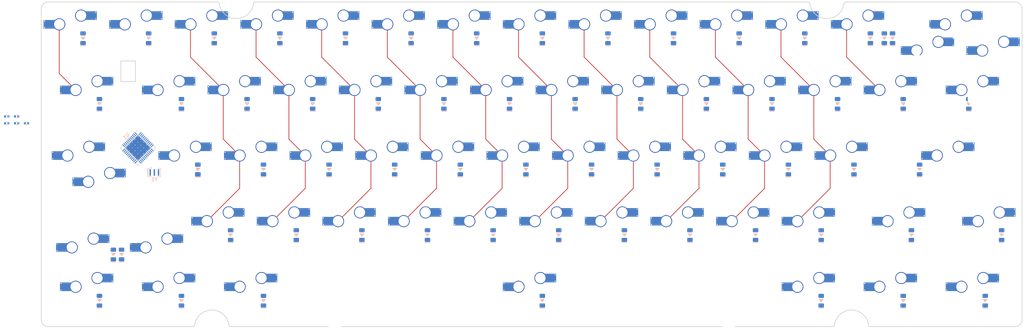
<source format=kicad_pcb>
(kicad_pcb (version 20171130) (host pcbnew "(5.1.11)-1")
  (layers (0 F.Cu signal) (31 B.Cu signal) (34 B.Paste user) (35 F.Paste user) (36 B.SilkS user) (37 F.SilkS user) (38 B.Mask user) (39 F.Mask user) (44 Edge.Cuts user))
  (net 0 "")
  (net 1 "Net-(D1-Pad2)")
  (net 2 "Net-(D1-Pad1)")
  (net 3 "Net-(D2-Pad2)")
  (net 4 "Net-(D2-Pad1)")
  (net 5 "Net-(D3-Pad2)")
  (net 6 "Net-(D3-Pad1)")
  (net 7 "Net-(D4-Pad2)")
  (net 8 "Net-(D4-Pad1)")
  (net 9 "Net-(D5-Pad2)")
  (net 10 "Net-(D5-Pad1)")
  (net 11 "Net-(D6-Pad2)")
  (net 12 "Net-(D6-Pad1)")
  (net 13 "Net-(D7-Pad2)")
  (net 14 "Net-(D7-Pad1)")
  (net 15 "Net-(D8-Pad2)")
  (net 16 "Net-(D8-Pad1)")
  (net 17 "Net-(D9-Pad2)")
  (net 18 "Net-(D9-Pad1)")
  (net 19 "Net-(D10-Pad2)")
  (net 20 "Net-(D10-Pad1)")
  (net 21 "Net-(D11-Pad2)")
  (net 22 "Net-(D11-Pad1)")
  (net 23 "Net-(D12-Pad2)")
  (net 24 "Net-(D12-Pad1)")
  (net 25 "Net-(D13-Pad2)")
  (net 26 "Net-(D13-Pad1)")
  (net 27 "Net-(D14-Pad2)")
  (net 28 "Net-(D14-Pad1)")
  (net 29 "Net-(D15-Pad2)")
  (net 30 "Net-(D15-Pad1)")
  (net 31 "Net-(D16-Pad2)")
  (net 32 "Net-(D16-Pad1)")
  (net 33 "Net-(MX1-Pad1)")
  (net 34 "Net-(MX10-Pad1)")
  (net 35 "Net-(MX11-Pad1)")
  (net 36 "Net-(MX12-Pad1)")
  (net 37 "Net-(MX13-Pad1)")
  (net 38 "Net-(MX14-Pad1)")
  (net 39 "Net-(U1-Pad42)")
  (net 40 "Net-(U1-Pad41)")
  (net 41 "Net-(U1-Pad40)")
  (net 42 "Net-(U1-Pad39)")
  (net 43 "Net-(U1-Pad38)")
  (net 44 "Net-(U1-Pad37)")
  (net 45 "Net-(U1-Pad36)")
  (net 46 "Net-(U1-Pad32)")
  (net 47 "Net-(U1-Pad31)")
  (net 48 "Net-(U1-Pad30)")
  (net 49 "Net-(U1-Pad29)")
  (net 50 "Net-(U1-Pad28)")
  (net 51 "Net-(U1-Pad27)")
  (net 52 "Net-(U1-Pad26)")
  (net 53 "Net-(U1-Pad25)")
  (net 54 "Net-(U1-Pad22)")
  (net 55 "Net-(U1-Pad21)")
  (net 56 "Net-(U1-Pad20)")
  (net 57 "Net-(U1-Pad19)")
  (net 58 "Net-(U1-Pad18)")
  (net 59 "Net-(U1-Pad17)")
  (net 60 "Net-(U1-Pad16)")
  (net 61 "Net-(U1-Pad13)")
  (net 62 "Net-(U1-Pad12)")
  (net 63 "Net-(U1-Pad11)")
  (net 64 "Net-(U1-Pad10)")
  (net 65 "Net-(U1-Pad9)")
  (net 66 "Net-(U1-Pad8)")
  (net 67 "Net-(U1-Pad1)")
  (net 68 "Net-(D17-Pad2)")
  (net 69 "Net-(D17-Pad1)")
  (net 70 "Net-(D18-Pad2)")
  (net 71 "Net-(D18-Pad1)")
  (net 72 "Net-(D19-Pad2)")
  (net 73 "Net-(D19-Pad1)")
  (net 74 "Net-(D20-Pad2)")
  (net 75 "Net-(D20-Pad1)")
  (net 76 "Net-(D21-Pad2)")
  (net 77 "Net-(D21-Pad1)")
  (net 78 "Net-(D22-Pad2)")
  (net 79 "Net-(D22-Pad1)")
  (net 80 "Net-(D23-Pad2)")
  (net 81 "Net-(D23-Pad1)")
  (net 82 "Net-(D24-Pad2)")
  (net 83 "Net-(D24-Pad1)")
  (net 84 "Net-(D25-Pad2)")
  (net 85 "Net-(D25-Pad1)")
  (net 86 "Net-(D26-Pad2)")
  (net 87 "Net-(D26-Pad1)")
  (net 88 "Net-(D27-Pad2)")
  (net 89 "Net-(D27-Pad1)")
  (net 90 "Net-(D28-Pad2)")
  (net 91 "Net-(D28-Pad1)")
  (net 92 "Net-(D29-Pad2)")
  (net 93 "Net-(D29-Pad1)")
  (net 94 "Net-(MX17-Pad1)")
  (net 95 "Net-(MX18-Pad1)")
  (net 96 "Net-(MX19-Pad1)")
  (net 97 "Net-(MX20-Pad1)")
  (net 98 "Net-(MX21-Pad1)")
  (net 99 "Net-(MX22-Pad1)")
  (net 100 "Net-(MX23-Pad1)")
  (net 101 "Net-(MX24-Pad1)")
  (net 102 "Net-(D31-Pad2)")
  (net 103 "Net-(D31-Pad1)")
  (net 104 "Net-(D32-Pad2)")
  (net 105 "Net-(D32-Pad1)")
  (net 106 "Net-(D33-Pad2)")
  (net 107 "Net-(D33-Pad1)")
  (net 108 "Net-(D34-Pad2)")
  (net 109 "Net-(D34-Pad1)")
  (net 110 "Net-(D35-Pad2)")
  (net 111 "Net-(D35-Pad1)")
  (net 112 "Net-(D36-Pad2)")
  (net 113 "Net-(D36-Pad1)")
  (net 114 "Net-(D37-Pad2)")
  (net 115 "Net-(D37-Pad1)")
  (net 116 "Net-(D38-Pad2)")
  (net 117 "Net-(D38-Pad1)")
  (net 118 "Net-(D39-Pad2)")
  (net 119 "Net-(D39-Pad1)")
  (net 120 "Net-(D40-Pad2)")
  (net 121 "Net-(D40-Pad1)")
  (net 122 "Net-(D41-Pad2)")
  (net 123 "Net-(D41-Pad1)")
  (net 124 "Net-(D42-Pad2)")
  (net 125 "Net-(D42-Pad1)")
  (net 126 "Net-(D43-Pad2)")
  (net 127 "Net-(D43-Pad1)")
  (net 128 "Net-(D46-Pad2)")
  (net 129 "Net-(D46-Pad1)")
  (net 130 "Net-(D47-Pad2)")
  (net 131 "Net-(D47-Pad1)")
  (net 132 "Net-(D48-Pad2)")
  (net 133 "Net-(D48-Pad1)")
  (net 134 "Net-(D49-Pad2)")
  (net 135 "Net-(D49-Pad1)")
  (net 136 "Net-(D50-Pad2)")
  (net 137 "Net-(D50-Pad1)")
  (net 138 "Net-(D51-Pad2)")
  (net 139 "Net-(D51-Pad1)")
  (net 140 "Net-(D52-Pad2)")
  (net 141 "Net-(D52-Pad1)")
  (net 142 "Net-(D53-Pad2)")
  (net 143 "Net-(D53-Pad1)")
  (net 144 "Net-(D54-Pad2)")
  (net 145 "Net-(D54-Pad1)")
  (net 146 "Net-(D55-Pad2)")
  (net 147 "Net-(D55-Pad1)")
  (net 148 "Net-(D56-Pad2)")
  (net 149 "Net-(D56-Pad1)")
  (net 150 "Net-(D57-Pad2)")
  (net 151 "Net-(D57-Pad1)")
  (net 152 "Net-(D58-Pad2)")
  (net 153 "Net-(D58-Pad1)")
  (net 154 "Net-(D59-Pad2)")
  (net 155 "Net-(D59-Pad1)")
  (net 156 "Net-(D61-Pad2)")
  (net 157 "Net-(D61-Pad1)")
  (net 158 "Net-(D62-Pad2)")
  (net 159 "Net-(D62-Pad1)")
  (net 160 "Net-(D63-Pad2)")
  (net 161 "Net-(D63-Pad1)")
  (net 162 "Net-(D67-Pad2)")
  (net 163 "Net-(D67-Pad1)")
  (net 164 "Net-(D72-Pad2)")
  (net 165 "Net-(D72-Pad1)")
  (net 166 "Net-(D73-Pad2)")
  (net 167 "Net-(D73-Pad1)")
  (net 168 "Net-(D74-Pad2)")
  (net 169 "Net-(D74-Pad1)")
  (net 170 "Net-(MX62-Pad1)")
  (net 171 +5V)
  (net 172 D+)
  (net 173 D-)
  (net 174 GND)
  (net 175 "Net-(R2-Pad2)")
  (net 176 "Net-(C1-Pad1)")
  (module sanproject-keyboard-part:C_0402 (layer B.Cu) (at -13.31 26.19375)
    (fp_text reference C5)
    (fp_text value 0.1uF)
    (pad 2 smd rect (at 0.48 0) (size 0.56 0.62) (layers B.Cu B.Paste B.Mask) (net 174 GND))
    (pad 1 smd rect (at -0.48 0) (size 0.56 0.62) (layers B.Cu B.Paste B.Mask) (net 171 +5V))
  )
  (module sanproject-keyboard-part:C_0402 (layer B.Cu) (at -16.18 24.19375)
    (fp_text reference C4)
    (fp_text value 0.1uF)
    (pad 2 smd rect (at 0.48 0) (size 0.56 0.62) (layers B.Cu B.Paste B.Mask) (net 174 GND))
    (pad 1 smd rect (at -0.48 0) (size 0.56 0.62) (layers B.Cu B.Paste B.Mask) (net 171 +5V))
  )
  (module sanproject-keyboard-part:C_0402 (layer B.Cu) (at -16.18 26.19375)
    (fp_text reference C3)
    (fp_text value 0.1uF)
    (pad 2 smd rect (at 0.48 0) (size 0.56 0.62) (layers B.Cu B.Paste B.Mask) (net 174 GND))
    (pad 1 smd rect (at -0.48 0) (size 0.56 0.62) (layers B.Cu B.Paste B.Mask) (net 171 +5V))
  )
  (module sanproject-keyboard-part:C_0402 (layer B.Cu) (at -19.05 24.19375)
    (fp_text reference C2)
    (fp_text value 10uF)
    (pad 2 smd rect (at 0.48 0) (size 0.56 0.62) (layers B.Cu B.Paste B.Mask) (net 174 GND))
    (pad 1 smd rect (at -0.48 0) (size 0.56 0.62) (layers B.Cu B.Paste B.Mask) (net 171 +5V))
  )
  (module sanproject-keyboard-part:C_0402 (layer B.Cu) (at -19.05 26.19375)
    (fp_text reference C1)
    (fp_text value 1uF)
    (pad 2 smd rect (at 0.48 0) (size 0.56 0.62) (layers B.Cu B.Paste B.Mask) (net 174 GND))
    (pad 1 smd rect (at -0.48 0) (size 0.56 0.62) (layers B.Cu B.Paste B.Mask) (net 176 "Net-(C1-Pad1)"))
  )
  (module Crystal:Resonator_SMD_muRata_CSTxExxV-3Pin_3.0x1.1mm (layer B.Cu) (at 23.8125 40.48125)
    (fp_text reference Y1 (at 0 2) (layer B.SilkS) (effects (justify mirror)))
    (fp_text value 16MHz)
    (pad 3 smd rect (at 1.2 0) (size 0.4 1.9) (layers B.Cu B.Paste B.Mask) (net 60 "Net-(U1-Pad16)"))
    (pad 2 smd rect (at 0 0) (size 0.4 1.9) (layers B.Cu B.Paste B.Mask) (net 174 GND))
    (pad 1 smd rect (at -1.2 0) (size 0.4 1.9) (layers B.Cu B.Paste B.Mask) (net 59 "Net-(U1-Pad17)"))
  )
  (module MX_Only_v4:MXOnly-7U-Hotswap-Sawns (layer F.Cu) (at 133.35 76.2)
    (fp_text reference MX67)
    (fp_text value 7U)
    (pad "" np_thru_hole circle (at 0 0) (size 3.9878 3.9878) (drill 3.9878) (layers *.Cu *.Mask))
    (pad 1 thru_hole circle (at -3.81 -2.54) (size 3.5 3.5) (drill 3) (layers *.Cu *.Mask) (net 99 "Net-(MX22-Pad1)"))
    (pad 1 thru_hole circle (at -8.0645 -1.5875) (size 0.5 0.5) (drill 0.3) (layers *.Cu *.Mask) (net 99 "Net-(MX22-Pad1)"))
    (pad 2 smd rect (at 5.207 -5.08) (size 3.82 2.5) (layers B.Cu) (net 162 "Net-(D67-Pad2)"))
    (pad 2 thru_hole circle (at 6.8215 -4.1275) (size 0.5 0.5) (drill 0.3) (layers *.Cu *.Mask) (net 162 "Net-(D67-Pad2)"))
    (pad 2 thru_hole circle (at 6.8215 -6.0325) (size 0.5 0.5) (drill 0.3) (layers *.Cu *.Mask) (net 162 "Net-(D67-Pad2)"))
    (pad 2 thru_hole circle (at 2.54 -5.08) (size 3.5 3.5) (drill 3) (layers *.Cu *.Mask) (net 162 "Net-(D67-Pad2)"))
    (pad "" np_thru_hole circle (at -5.08 0 48.0996) (size 1.75 1.75) (drill 1.75) (layers *.Cu *.Mask))
    (pad "" np_thru_hole circle (at 5.08 0 48.0996) (size 1.75 1.75) (drill 1.75) (layers *.Cu *.Mask))
    (pad 1 smd rect (at -6.45 -2.54) (size 3.82 2.5) (layers B.Cu) (net 99 "Net-(MX22-Pad1)"))
    (pad 1 thru_hole circle (at -8.0645 -3.4925) (size 0.5 0.5) (drill 0.3) (layers *.Cu *.Mask) (net 99 "Net-(MX22-Pad1)"))
    (pad "" np_thru_hole circle (at -57.15 8.255) (size 3.9878 3.9878) (drill 3.9878) (layers *.Cu *.Mask))
    (pad "" np_thru_hole circle (at 57.15 8.255) (size 3.9878 3.9878) (drill 3.9878) (layers *.Cu *.Mask))
    (pad "" np_thru_hole circle (at -57.15 -6.985) (size 3.048 3.048) (drill 3.048) (layers *.Cu *.Mask))
    (pad "" np_thru_hole circle (at 57.15 -6.985) (size 3.048 3.048) (drill 3.048) (layers *.Cu *.Mask))
  )
  (module MX_Only_v4:MXOnly-1.25U-Hotswap-Sawns (layer F.Cu) (at 2.38125 38.1)
    (fp_text reference MX30)
    (fp_text value 1.25U)
    (pad "" np_thru_hole circle (at 0 0) (size 3.9878 3.9878) (drill 3.9878) (layers *.Cu *.Mask))
    (pad 1 thru_hole circle (at -3.81 -2.54) (size 3.5 3.5) (drill 3) (layers *.Cu *.Mask) (net 102 "Net-(D31-Pad2)"))
    (pad 1 thru_hole circle (at -8.0645 -1.5875) (size 0.5 0.5) (drill 0.3) (layers *.Cu *.Mask) (net 102 "Net-(D31-Pad2)"))
    (pad 2 smd rect (at 5.207 -5.08) (size 3.82 2.5) (layers B.Cu) (net 33 "Net-(MX1-Pad1)"))
    (pad 2 thru_hole circle (at 6.8215 -4.1275) (size 0.5 0.5) (drill 0.3) (layers *.Cu *.Mask) (net 33 "Net-(MX1-Pad1)"))
    (pad 2 thru_hole circle (at 6.8215 -6.0325) (size 0.5 0.5) (drill 0.3) (layers *.Cu *.Mask) (net 33 "Net-(MX1-Pad1)"))
    (pad 2 thru_hole circle (at 2.54 -5.08) (size 3.5 3.5) (drill 3) (layers *.Cu *.Mask) (net 33 "Net-(MX1-Pad1)"))
    (pad "" np_thru_hole circle (at -5.08 0 48.0996) (size 1.75 1.75) (drill 1.75) (layers *.Cu *.Mask))
    (pad "" np_thru_hole circle (at 5.08 0 48.0996) (size 1.75 1.75) (drill 1.75) (layers *.Cu *.Mask))
    (pad 1 smd rect (at -6.45 -2.54) (size 3.82 2.5) (layers B.Cu) (net 102 "Net-(D31-Pad2)"))
    (pad 1 thru_hole circle (at -8.0645 -3.4925) (size 0.5 0.5) (drill 0.3) (layers *.Cu *.Mask) (net 102 "Net-(D31-Pad2)"))
  )
  (module MX_Only_v4:MXOnly-2.25U-Hotswap-ReversedStabilizers-Sawns (layer F.Cu) (at 254.79375 38.1)
    (fp_text reference MX43)
    (fp_text value 2.25U)
    (pad "" np_thru_hole circle (at 0 0) (size 3.9878 3.9878) (drill 3.9878) (layers *.Cu *.Mask))
    (pad 1 thru_hole circle (at -3.81 -2.54) (size 3.5 3.5) (drill 3) (layers *.Cu *.Mask) (net 37 "Net-(MX13-Pad1)"))
    (pad 1 thru_hole circle (at -8.0645 -1.5875) (size 0.5 0.5) (drill 0.3) (layers *.Cu *.Mask) (net 37 "Net-(MX13-Pad1)"))
    (pad 2 smd rect (at 5.207 -5.08) (size 3.82 2.5) (layers B.Cu) (net 126 "Net-(D43-Pad2)"))
    (pad 2 thru_hole circle (at 6.8215 -4.1275) (size 0.5 0.5) (drill 0.3) (layers *.Cu *.Mask) (net 126 "Net-(D43-Pad2)"))
    (pad 2 thru_hole circle (at 6.8215 -6.0325) (size 0.5 0.5) (drill 0.3) (layers *.Cu *.Mask) (net 126 "Net-(D43-Pad2)"))
    (pad 2 thru_hole circle (at 2.54 -5.08) (size 3.5 3.5) (drill 3) (layers *.Cu *.Mask) (net 126 "Net-(D43-Pad2)"))
    (pad "" np_thru_hole circle (at -5.08 0 48.0996) (size 1.75 1.75) (drill 1.75) (layers *.Cu *.Mask))
    (pad "" np_thru_hole circle (at 5.08 0 48.0996) (size 1.75 1.75) (drill 1.75) (layers *.Cu *.Mask))
    (pad 1 smd rect (at -6.45 -2.54) (size 3.82 2.5) (layers B.Cu) (net 37 "Net-(MX13-Pad1)"))
    (pad 1 thru_hole circle (at -8.0645 -3.4925) (size 0.5 0.5) (drill 0.3) (layers *.Cu *.Mask) (net 37 "Net-(MX13-Pad1)"))
    (pad "" np_thru_hole circle (at -11.938 -8.255) (size 3.9878 3.9878) (drill 3.9878) (layers *.Cu *.Mask))
    (pad "" np_thru_hole circle (at 11.938 -8.255) (size 3.9878 3.9878) (drill 3.9878) (layers *.Cu *.Mask))
    (pad "" np_thru_hole circle (at -11.938 6.985) (size 3.048 3.048) (drill 3.048) (layers *.Cu *.Mask))
    (pad "" np_thru_hole circle (at 11.938 6.985) (size 3.048 3.048) (drill 3.048) (layers *.Cu *.Mask))
  )
  (module MX_Only_v4:MXOnly-1.75U-Hotswap-Sawns (layer F.Cu) (at 240.50625 57.15)
    (fp_text reference MX58)
    (fp_text value 1.75U)
    (pad "" np_thru_hole circle (at 0 0) (size 3.9878 3.9878) (drill 3.9878) (layers *.Cu *.Mask))
    (pad 1 thru_hole circle (at -3.81 -2.54) (size 3.5 3.5) (drill 3) (layers *.Cu *.Mask) (net 37 "Net-(MX13-Pad1)"))
    (pad 1 thru_hole circle (at -8.0645 -1.5875) (size 0.5 0.5) (drill 0.3) (layers *.Cu *.Mask) (net 37 "Net-(MX13-Pad1)"))
    (pad 2 smd rect (at 5.207 -5.08) (size 3.82 2.5) (layers B.Cu) (net 152 "Net-(D58-Pad2)"))
    (pad 2 thru_hole circle (at 6.8215 -4.1275) (size 0.5 0.5) (drill 0.3) (layers *.Cu *.Mask) (net 152 "Net-(D58-Pad2)"))
    (pad 2 thru_hole circle (at 6.8215 -6.0325) (size 0.5 0.5) (drill 0.3) (layers *.Cu *.Mask) (net 152 "Net-(D58-Pad2)"))
    (pad 2 thru_hole circle (at 2.54 -5.08) (size 3.5 3.5) (drill 3) (layers *.Cu *.Mask) (net 152 "Net-(D58-Pad2)"))
    (pad "" np_thru_hole circle (at -5.08 0 48.0996) (size 1.75 1.75) (drill 1.75) (layers *.Cu *.Mask))
    (pad "" np_thru_hole circle (at 5.08 0 48.0996) (size 1.75 1.75) (drill 1.75) (layers *.Cu *.Mask))
    (pad 1 smd rect (at -6.45 -2.54) (size 3.82 2.5) (layers B.Cu) (net 37 "Net-(MX13-Pad1)"))
    (pad 1 thru_hole circle (at -8.0645 -3.4925) (size 0.5 0.5) (drill 0.3) (layers *.Cu *.Mask) (net 37 "Net-(MX13-Pad1)"))
  )
  (module MX_Only_v4:MXOnly-1.5U-Hotswap-Sawns (layer F.Cu) (at 261.9375 19.05)
    (fp_text reference MX29)
    (fp_text value 1.5U)
    (pad "" np_thru_hole circle (at 0 0) (size 3.9878 3.9878) (drill 3.9878) (layers *.Cu *.Mask))
    (pad 1 thru_hole circle (at -3.81 -2.54) (size 3.5 3.5) (drill 3) (layers *.Cu *.Mask) (net 38 "Net-(MX14-Pad1)"))
    (pad 1 thru_hole circle (at -8.0645 -1.5875) (size 0.5 0.5) (drill 0.3) (layers *.Cu *.Mask) (net 38 "Net-(MX14-Pad1)"))
    (pad 2 smd rect (at 5.207 -5.08) (size 3.82 2.5) (layers B.Cu) (net 92 "Net-(D29-Pad2)"))
    (pad 2 thru_hole circle (at 6.8215 -4.1275) (size 0.5 0.5) (drill 0.3) (layers *.Cu *.Mask) (net 92 "Net-(D29-Pad2)"))
    (pad 2 thru_hole circle (at 6.8215 -6.0325) (size 0.5 0.5) (drill 0.3) (layers *.Cu *.Mask) (net 92 "Net-(D29-Pad2)"))
    (pad 2 thru_hole circle (at 2.54 -5.08) (size 3.5 3.5) (drill 3) (layers *.Cu *.Mask) (net 92 "Net-(D29-Pad2)"))
    (pad "" np_thru_hole circle (at -5.08 0 48.0996) (size 1.75 1.75) (drill 1.75) (layers *.Cu *.Mask))
    (pad "" np_thru_hole circle (at 5.08 0 48.0996) (size 1.75 1.75) (drill 1.75) (layers *.Cu *.Mask))
    (pad 1 smd rect (at -6.45 -2.54) (size 3.82 2.5) (layers B.Cu) (net 38 "Net-(MX14-Pad1)"))
    (pad 1 thru_hole circle (at -8.0645 -3.4925) (size 0.5 0.5) (drill 0.3) (layers *.Cu *.Mask) (net 38 "Net-(MX14-Pad1)"))
  )
  (module MX_Only_v4:MXOnly-2U-Hotswap-Sawns (layer F.Cu) (at 257.175 0)
    (fp_text reference MX76)
    (fp_text value 2U)
    (pad "" np_thru_hole circle (at 0 0) (size 3.9878 3.9878) (drill 3.9878) (layers *.Cu *.Mask))
    (pad 1 thru_hole circle (at -3.81 -2.54) (size 3.5 3.5) (drill 3) (layers *.Cu *.Mask) (net 29 "Net-(D15-Pad2)"))
    (pad 1 thru_hole circle (at -8.0645 -1.5875) (size 0.5 0.5) (drill 0.3) (layers *.Cu *.Mask) (net 29 "Net-(D15-Pad2)"))
    (pad 2 smd rect (at 5.207 -5.08) (size 3.82 2.5) (layers B.Cu) (net 38 "Net-(MX14-Pad1)"))
    (pad 2 thru_hole circle (at 6.8215 -4.1275) (size 0.5 0.5) (drill 0.3) (layers *.Cu *.Mask) (net 38 "Net-(MX14-Pad1)"))
    (pad 2 thru_hole circle (at 6.8215 -6.0325) (size 0.5 0.5) (drill 0.3) (layers *.Cu *.Mask) (net 38 "Net-(MX14-Pad1)"))
    (pad 2 thru_hole circle (at 2.54 -5.08) (size 3.5 3.5) (drill 3) (layers *.Cu *.Mask) (net 38 "Net-(MX14-Pad1)"))
    (pad "" np_thru_hole circle (at -5.08 0 48.0996) (size 1.75 1.75) (drill 1.75) (layers *.Cu *.Mask))
    (pad "" np_thru_hole circle (at 5.08 0 48.0996) (size 1.75 1.75) (drill 1.75) (layers *.Cu *.Mask))
    (pad 1 smd rect (at -6.45 -2.54) (size 3.82 2.5) (layers B.Cu) (net 29 "Net-(D15-Pad2)"))
    (pad 1 thru_hole circle (at -8.0645 -3.4925) (size 0.5 0.5) (drill 0.3) (layers *.Cu *.Mask) (net 29 "Net-(D15-Pad2)"))
    (pad "" np_thru_hole circle (at -11.938 8.255) (size 3.9878 3.9878) (drill 3.9878) (layers *.Cu *.Mask))
    (pad "" np_thru_hole circle (at 11.938 8.255) (size 3.9878 3.9878) (drill 3.9878) (layers *.Cu *.Mask))
    (pad "" np_thru_hole circle (at -11.938 -6.985) (size 3.048 3.048) (drill 3.048) (layers *.Cu *.Mask))
    (pad "" np_thru_hole circle (at 11.938 -6.985) (size 3.048 3.048) (drill 3.048) (layers *.Cu *.Mask))
  )
  (module MX_Only_v4:MXOnly-1.5U-Hotswap-Sawns (layer F.Cu) (at 261.9375 76.2)
    (fp_text reference MX66)
    (fp_text value 1.5U)
    (pad "" np_thru_hole circle (at 0 0) (size 3.9878 3.9878) (drill 3.9878) (layers *.Cu *.Mask))
    (pad 1 thru_hole circle (at -3.81 -2.54) (size 3.5 3.5) (drill 3) (layers *.Cu *.Mask) (net 38 "Net-(MX14-Pad1)"))
    (pad 1 thru_hole circle (at -8.0645 -1.5875) (size 0.5 0.5) (drill 0.3) (layers *.Cu *.Mask) (net 38 "Net-(MX14-Pad1)"))
    (pad 2 smd rect (at 5.207 -5.08) (size 3.82 2.5) (layers B.Cu) (net 168 "Net-(D74-Pad2)"))
    (pad 2 thru_hole circle (at 6.8215 -4.1275) (size 0.5 0.5) (drill 0.3) (layers *.Cu *.Mask) (net 168 "Net-(D74-Pad2)"))
    (pad 2 thru_hole circle (at 6.8215 -6.0325) (size 0.5 0.5) (drill 0.3) (layers *.Cu *.Mask) (net 168 "Net-(D74-Pad2)"))
    (pad 2 thru_hole circle (at 2.54 -5.08) (size 3.5 3.5) (drill 3) (layers *.Cu *.Mask) (net 168 "Net-(D74-Pad2)"))
    (pad "" np_thru_hole circle (at -5.08 0 48.0996) (size 1.75 1.75) (drill 1.75) (layers *.Cu *.Mask))
    (pad "" np_thru_hole circle (at 5.08 0 48.0996) (size 1.75 1.75) (drill 1.75) (layers *.Cu *.Mask))
    (pad 1 smd rect (at -6.45 -2.54) (size 3.82 2.5) (layers B.Cu) (net 38 "Net-(MX14-Pad1)"))
    (pad 1 thru_hole circle (at -8.0645 -3.4925) (size 0.5 0.5) (drill 0.3) (layers *.Cu *.Mask) (net 38 "Net-(MX14-Pad1)"))
  )
  (module MX_Only_v4:MXOnly-1U-Hotswap-Sawns (layer F.Cu) (at 238.125 76.2)
    (fp_text reference MX65)
    (fp_text value 1U)
    (pad 1 thru_hole circle (at -8.0645 -3.4925) (size 0.5 0.5) (drill 0.3) (layers *.Cu *.Mask) (net 37 "Net-(MX13-Pad1)"))
    (pad 2 smd rect (at 5.207 -5.08) (size 3.82 2.5) (layers B.Cu) (net 166 "Net-(D73-Pad2)"))
    (pad 1 smd rect (at -6.45 -2.54) (size 3.82 2.5) (layers B.Cu) (net 37 "Net-(MX13-Pad1)"))
    (pad "" np_thru_hole circle (at 5.08 0 48.0996) (size 1.75 1.75) (drill 1.75) (layers *.Cu *.Mask))
    (pad "" np_thru_hole circle (at -5.08 0 48.0996) (size 1.75 1.75) (drill 1.75) (layers *.Cu *.Mask))
    (pad 1 thru_hole circle (at -3.81 -2.54) (size 3.5 3.5) (drill 3) (layers *.Cu *.Mask) (net 37 "Net-(MX13-Pad1)"))
    (pad "" np_thru_hole circle (at 0 0) (size 3.9878 3.9878) (drill 3.9878) (layers *.Cu *.Mask))
    (pad 2 thru_hole circle (at 2.54 -5.08) (size 3.5 3.5) (drill 3) (layers *.Cu *.Mask) (net 166 "Net-(D73-Pad2)"))
    (pad 1 thru_hole circle (at -8.0645 -1.5875) (size 0.5 0.5) (drill 0.3) (layers *.Cu *.Mask) (net 37 "Net-(MX13-Pad1)"))
    (pad 2 thru_hole circle (at 6.8215 -4.1275) (size 0.5 0.5) (drill 0.3) (layers *.Cu *.Mask) (net 166 "Net-(D73-Pad2)"))
    (pad 2 thru_hole circle (at 6.8215 -6.0325) (size 0.5 0.5) (drill 0.3) (layers *.Cu *.Mask) (net 166 "Net-(D73-Pad2)"))
  )
  (module MX_Only_v4:MXOnly-1.5U-Hotswap-Sawns (layer F.Cu) (at 214.3125 76.2)
    (fp_text reference MX64)
    (fp_text value 1.5U)
    (pad "" np_thru_hole circle (at 0 0) (size 3.9878 3.9878) (drill 3.9878) (layers *.Cu *.Mask))
    (pad 1 thru_hole circle (at -3.81 -2.54) (size 3.5 3.5) (drill 3) (layers *.Cu *.Mask) (net 36 "Net-(MX12-Pad1)"))
    (pad 1 thru_hole circle (at -8.0645 -1.5875) (size 0.5 0.5) (drill 0.3) (layers *.Cu *.Mask) (net 36 "Net-(MX12-Pad1)"))
    (pad 2 smd rect (at 5.207 -5.08) (size 3.82 2.5) (layers B.Cu) (net 164 "Net-(D72-Pad2)"))
    (pad 2 thru_hole circle (at 6.8215 -4.1275) (size 0.5 0.5) (drill 0.3) (layers *.Cu *.Mask) (net 164 "Net-(D72-Pad2)"))
    (pad 2 thru_hole circle (at 6.8215 -6.0325) (size 0.5 0.5) (drill 0.3) (layers *.Cu *.Mask) (net 164 "Net-(D72-Pad2)"))
    (pad 2 thru_hole circle (at 2.54 -5.08) (size 3.5 3.5) (drill 3) (layers *.Cu *.Mask) (net 164 "Net-(D72-Pad2)"))
    (pad "" np_thru_hole circle (at -5.08 0 48.0996) (size 1.75 1.75) (drill 1.75) (layers *.Cu *.Mask))
    (pad "" np_thru_hole circle (at 5.08 0 48.0996) (size 1.75 1.75) (drill 1.75) (layers *.Cu *.Mask))
    (pad 1 smd rect (at -6.45 -2.54) (size 3.82 2.5) (layers B.Cu) (net 36 "Net-(MX12-Pad1)"))
    (pad 1 thru_hole circle (at -8.0645 -3.4925) (size 0.5 0.5) (drill 0.3) (layers *.Cu *.Mask) (net 36 "Net-(MX12-Pad1)"))
  )
  (module MX_Only_v4:MXOnly-1.5U-Hotswap-Sawns (layer F.Cu) (at 52.3875 76.2)
    (fp_text reference MX63)
    (fp_text value 1.5U)
    (pad "" np_thru_hole circle (at 0 0) (size 3.9878 3.9878) (drill 3.9878) (layers *.Cu *.Mask))
    (pad 1 thru_hole circle (at -3.81 -2.54) (size 3.5 3.5) (drill 3) (layers *.Cu *.Mask) (net 95 "Net-(MX18-Pad1)"))
    (pad 1 thru_hole circle (at -8.0645 -1.5875) (size 0.5 0.5) (drill 0.3) (layers *.Cu *.Mask) (net 95 "Net-(MX18-Pad1)"))
    (pad 2 smd rect (at 5.207 -5.08) (size 3.82 2.5) (layers B.Cu) (net 160 "Net-(D63-Pad2)"))
    (pad 2 thru_hole circle (at 6.8215 -4.1275) (size 0.5 0.5) (drill 0.3) (layers *.Cu *.Mask) (net 160 "Net-(D63-Pad2)"))
    (pad 2 thru_hole circle (at 6.8215 -6.0325) (size 0.5 0.5) (drill 0.3) (layers *.Cu *.Mask) (net 160 "Net-(D63-Pad2)"))
    (pad 2 thru_hole circle (at 2.54 -5.08) (size 3.5 3.5) (drill 3) (layers *.Cu *.Mask) (net 160 "Net-(D63-Pad2)"))
    (pad "" np_thru_hole circle (at -5.08 0 48.0996) (size 1.75 1.75) (drill 1.75) (layers *.Cu *.Mask))
    (pad "" np_thru_hole circle (at 5.08 0 48.0996) (size 1.75 1.75) (drill 1.75) (layers *.Cu *.Mask))
    (pad 1 smd rect (at -6.45 -2.54) (size 3.82 2.5) (layers B.Cu) (net 95 "Net-(MX18-Pad1)"))
    (pad 1 thru_hole circle (at -8.0645 -3.4925) (size 0.5 0.5) (drill 0.3) (layers *.Cu *.Mask) (net 95 "Net-(MX18-Pad1)"))
  )
  (module MX_Only_v4:MXOnly-1U-Hotswap-Sawns (layer F.Cu) (at 28.575 76.2)
    (fp_text reference MX62)
    (fp_text value 1U)
    (pad 1 thru_hole circle (at -8.0645 -3.4925) (size 0.5 0.5) (drill 0.3) (layers *.Cu *.Mask) (net 170 "Net-(MX62-Pad1)"))
    (pad 2 smd rect (at 5.207 -5.08) (size 3.82 2.5) (layers B.Cu) (net 158 "Net-(D62-Pad2)"))
    (pad 1 smd rect (at -6.45 -2.54) (size 3.82 2.5) (layers B.Cu) (net 170 "Net-(MX62-Pad1)"))
    (pad "" np_thru_hole circle (at 5.08 0 48.0996) (size 1.75 1.75) (drill 1.75) (layers *.Cu *.Mask))
    (pad "" np_thru_hole circle (at -5.08 0 48.0996) (size 1.75 1.75) (drill 1.75) (layers *.Cu *.Mask))
    (pad 1 thru_hole circle (at -3.81 -2.54) (size 3.5 3.5) (drill 3) (layers *.Cu *.Mask) (net 170 "Net-(MX62-Pad1)"))
    (pad "" np_thru_hole circle (at 0 0) (size 3.9878 3.9878) (drill 3.9878) (layers *.Cu *.Mask))
    (pad 2 thru_hole circle (at 2.54 -5.08) (size 3.5 3.5) (drill 3) (layers *.Cu *.Mask) (net 158 "Net-(D62-Pad2)"))
    (pad 1 thru_hole circle (at -8.0645 -1.5875) (size 0.5 0.5) (drill 0.3) (layers *.Cu *.Mask) (net 170 "Net-(MX62-Pad1)"))
    (pad 2 thru_hole circle (at 6.8215 -4.1275) (size 0.5 0.5) (drill 0.3) (layers *.Cu *.Mask) (net 158 "Net-(D62-Pad2)"))
    (pad 2 thru_hole circle (at 6.8215 -6.0325) (size 0.5 0.5) (drill 0.3) (layers *.Cu *.Mask) (net 158 "Net-(D62-Pad2)"))
  )
  (module MX_Only_v4:MXOnly-1.5U-Hotswap-Sawns (layer F.Cu) (at 4.7625 76.2)
    (fp_text reference MX61)
    (fp_text value 1.5U)
    (pad "" np_thru_hole circle (at 0 0) (size 3.9878 3.9878) (drill 3.9878) (layers *.Cu *.Mask))
    (pad 1 thru_hole circle (at -3.81 -2.54) (size 3.5 3.5) (drill 3) (layers *.Cu *.Mask) (net 33 "Net-(MX1-Pad1)"))
    (pad 1 thru_hole circle (at -8.0645 -1.5875) (size 0.5 0.5) (drill 0.3) (layers *.Cu *.Mask) (net 33 "Net-(MX1-Pad1)"))
    (pad 2 smd rect (at 5.207 -5.08) (size 3.82 2.5) (layers B.Cu) (net 156 "Net-(D61-Pad2)"))
    (pad 2 thru_hole circle (at 6.8215 -4.1275) (size 0.5 0.5) (drill 0.3) (layers *.Cu *.Mask) (net 156 "Net-(D61-Pad2)"))
    (pad 2 thru_hole circle (at 6.8215 -6.0325) (size 0.5 0.5) (drill 0.3) (layers *.Cu *.Mask) (net 156 "Net-(D61-Pad2)"))
    (pad 2 thru_hole circle (at 2.54 -5.08) (size 3.5 3.5) (drill 3) (layers *.Cu *.Mask) (net 156 "Net-(D61-Pad2)"))
    (pad "" np_thru_hole circle (at -5.08 0 48.0996) (size 1.75 1.75) (drill 1.75) (layers *.Cu *.Mask))
    (pad "" np_thru_hole circle (at 5.08 0 48.0996) (size 1.75 1.75) (drill 1.75) (layers *.Cu *.Mask))
    (pad 1 smd rect (at -6.45 -2.54) (size 3.82 2.5) (layers B.Cu) (net 33 "Net-(MX1-Pad1)"))
    (pad 1 thru_hole circle (at -8.0645 -3.4925) (size 0.5 0.5) (drill 0.3) (layers *.Cu *.Mask) (net 33 "Net-(MX1-Pad1)"))
  )
  (module sanproject-keyboard-part:DIODE_1206_SawnsProjects (layer B.Cu) (at 265.0365 77.7 90)
    (fp_text reference D74)
    (fp_text value CD4148W)
    (pad 2 smd roundrect (at 1.4 0 90) (size 1.2 1.6) (layers B.Cu B.Paste B.Mask) (roundrect_rratio 0.2) (net 168 "Net-(D74-Pad2)"))
    (pad 1 smd roundrect (at -1.4 0 90) (size 1.2 1.6) (layers B.Cu B.Paste B.Mask) (roundrect_rratio 0.2) (net 169 "Net-(D74-Pad1)"))
  )
  (module sanproject-keyboard-part:DIODE_1206_SawnsProjects (layer B.Cu) (at 241.224 77.7 90)
    (fp_text reference D73)
    (fp_text value CD4148W)
    (pad 2 smd roundrect (at 1.4 0 90) (size 1.2 1.6) (layers B.Cu B.Paste B.Mask) (roundrect_rratio 0.2) (net 166 "Net-(D73-Pad2)"))
    (pad 1 smd roundrect (at -1.4 0 90) (size 1.2 1.6) (layers B.Cu B.Paste B.Mask) (roundrect_rratio 0.2) (net 167 "Net-(D73-Pad1)"))
  )
  (module sanproject-keyboard-part:DIODE_1206_SawnsProjects (layer B.Cu) (at 217.4115 77.7 90)
    (fp_text reference D72)
    (fp_text value CD4148W)
    (pad 2 smd roundrect (at 1.4 0 90) (size 1.2 1.6) (layers B.Cu B.Paste B.Mask) (roundrect_rratio 0.2) (net 164 "Net-(D72-Pad2)"))
    (pad 1 smd roundrect (at -1.4 0 90) (size 1.2 1.6) (layers B.Cu B.Paste B.Mask) (roundrect_rratio 0.2) (net 165 "Net-(D72-Pad1)"))
  )
  (module sanproject-keyboard-part:DIODE_1206_SawnsProjects (layer B.Cu) (at 136.449 77.7 90)
    (fp_text reference D67)
    (fp_text value CD4148W)
    (pad 2 smd roundrect (at 1.4 0 90) (size 1.2 1.6) (layers B.Cu B.Paste B.Mask) (roundrect_rratio 0.2) (net 162 "Net-(D67-Pad2)"))
    (pad 1 smd roundrect (at -1.4 0 90) (size 1.2 1.6) (layers B.Cu B.Paste B.Mask) (roundrect_rratio 0.2) (net 163 "Net-(D67-Pad1)"))
  )
  (module sanproject-keyboard-part:DIODE_1206_SawnsProjects (layer B.Cu) (at 55.4865 77.7 90)
    (fp_text reference D63)
    (fp_text value CD4148W)
    (pad 2 smd roundrect (at 1.4 0 90) (size 1.2 1.6) (layers B.Cu B.Paste B.Mask) (roundrect_rratio 0.2) (net 160 "Net-(D63-Pad2)"))
    (pad 1 smd roundrect (at -1.4 0 90) (size 1.2 1.6) (layers B.Cu B.Paste B.Mask) (roundrect_rratio 0.2) (net 161 "Net-(D63-Pad1)"))
  )
  (module sanproject-keyboard-part:DIODE_1206_SawnsProjects (layer B.Cu) (at 31.674 77.7 90)
    (fp_text reference D62)
    (fp_text value CD4148W)
    (pad 2 smd roundrect (at 1.4 0 90) (size 1.2 1.6) (layers B.Cu B.Paste B.Mask) (roundrect_rratio 0.2) (net 158 "Net-(D62-Pad2)"))
    (pad 1 smd roundrect (at -1.4 0 90) (size 1.2 1.6) (layers B.Cu B.Paste B.Mask) (roundrect_rratio 0.2) (net 159 "Net-(D62-Pad1)"))
  )
  (module sanproject-keyboard-part:DIODE_1206_SawnsProjects (layer B.Cu) (at 7.8615 77.7 90)
    (fp_text reference D61)
    (fp_text value CD4148W)
    (pad 2 smd roundrect (at 1.4 0 90) (size 1.2 1.6) (layers B.Cu B.Paste B.Mask) (roundrect_rratio 0.2) (net 156 "Net-(D61-Pad2)"))
    (pad 1 smd roundrect (at -1.4 0 90) (size 1.2 1.6) (layers B.Cu B.Paste B.Mask) (roundrect_rratio 0.2) (net 157 "Net-(D61-Pad1)"))
  )
  (module MX_Only_v4:MXOnly-1.25U-Hotswap-Sawns (layer F.Cu) (at 2.38125 57.15 180)
    (fp_text reference MX46)
    (fp_text value 1.25U)
    (pad "" np_thru_hole circle (at 0 0 180) (size 3.9878 3.9878) (drill 3.9878) (layers *.Cu *.Mask))
    (pad 1 thru_hole circle (at -3.81 -2.54 180) (size 3.5 3.5) (drill 3) (layers *.Cu *.Mask) (net 33 "Net-(MX1-Pad1)"))
    (pad 1 thru_hole circle (at -8.0645 -1.5875 180) (size 0.5 0.5) (drill 0.3) (layers *.Cu *.Mask) (net 33 "Net-(MX1-Pad1)"))
    (pad 2 smd rect (at 5.207 -5.08 180) (size 3.82 2.5) (layers B.Cu) (net 128 "Net-(D46-Pad2)"))
    (pad 2 thru_hole circle (at 6.8215 -4.1275 180) (size 0.5 0.5) (drill 0.3) (layers *.Cu *.Mask) (net 128 "Net-(D46-Pad2)"))
    (pad 2 thru_hole circle (at 6.8215 -6.0325 180) (size 0.5 0.5) (drill 0.3) (layers *.Cu *.Mask) (net 128 "Net-(D46-Pad2)"))
    (pad 2 thru_hole circle (at 2.54 -5.08 180) (size 3.5 3.5) (drill 3) (layers *.Cu *.Mask) (net 128 "Net-(D46-Pad2)"))
    (pad "" np_thru_hole circle (at -5.08 0 228.0996) (size 1.75 1.75) (drill 1.75) (layers *.Cu *.Mask))
    (pad "" np_thru_hole circle (at 5.08 0 228.0996) (size 1.75 1.75) (drill 1.75) (layers *.Cu *.Mask))
    (pad 1 smd rect (at -6.45 -2.54 180) (size 3.82 2.5) (layers B.Cu) (net 33 "Net-(MX1-Pad1)"))
    (pad 1 thru_hole circle (at -8.0645 -3.4925 180) (size 0.5 0.5) (drill 0.3) (layers *.Cu *.Mask) (net 33 "Net-(MX1-Pad1)"))
  )
  (module MX_Only_v4:MXOnly-1U-Hotswap-Sawns (layer F.Cu) (at 266.7 57.15)
    (fp_text reference MX59)
    (fp_text value 1U)
    (pad 1 thru_hole circle (at -8.0645 -3.4925) (size 0.5 0.5) (drill 0.3) (layers *.Cu *.Mask) (net 38 "Net-(MX14-Pad1)"))
    (pad 2 smd rect (at 5.207 -5.08) (size 3.82 2.5) (layers B.Cu) (net 154 "Net-(D59-Pad2)"))
    (pad 1 smd rect (at -6.45 -2.54) (size 3.82 2.5) (layers B.Cu) (net 38 "Net-(MX14-Pad1)"))
    (pad "" np_thru_hole circle (at 5.08 0 48.0996) (size 1.75 1.75) (drill 1.75) (layers *.Cu *.Mask))
    (pad "" np_thru_hole circle (at -5.08 0 48.0996) (size 1.75 1.75) (drill 1.75) (layers *.Cu *.Mask))
    (pad 1 thru_hole circle (at -3.81 -2.54) (size 3.5 3.5) (drill 3) (layers *.Cu *.Mask) (net 38 "Net-(MX14-Pad1)"))
    (pad "" np_thru_hole circle (at 0 0) (size 3.9878 3.9878) (drill 3.9878) (layers *.Cu *.Mask))
    (pad 2 thru_hole circle (at 2.54 -5.08) (size 3.5 3.5) (drill 3) (layers *.Cu *.Mask) (net 154 "Net-(D59-Pad2)"))
    (pad 1 thru_hole circle (at -8.0645 -1.5875) (size 0.5 0.5) (drill 0.3) (layers *.Cu *.Mask) (net 38 "Net-(MX14-Pad1)"))
    (pad 2 thru_hole circle (at 6.8215 -4.1275) (size 0.5 0.5) (drill 0.3) (layers *.Cu *.Mask) (net 154 "Net-(D59-Pad2)"))
    (pad 2 thru_hole circle (at 6.8215 -6.0325) (size 0.5 0.5) (drill 0.3) (layers *.Cu *.Mask) (net 154 "Net-(D59-Pad2)"))
  )
  (module MX_Only_v4:MXOnly-1U-Hotswap-Sawns (layer F.Cu) (at 214.3125 57.15)
    (fp_text reference MX57)
    (fp_text value 1U)
    (pad 1 thru_hole circle (at -8.0645 -3.4925) (size 0.5 0.5) (drill 0.3) (layers *.Cu *.Mask) (net 36 "Net-(MX12-Pad1)"))
    (pad 2 smd rect (at 5.207 -5.08) (size 3.82 2.5) (layers B.Cu) (net 150 "Net-(D57-Pad2)"))
    (pad 1 smd rect (at -6.45 -2.54) (size 3.82 2.5) (layers B.Cu) (net 36 "Net-(MX12-Pad1)"))
    (pad "" np_thru_hole circle (at 5.08 0 48.0996) (size 1.75 1.75) (drill 1.75) (layers *.Cu *.Mask))
    (pad "" np_thru_hole circle (at -5.08 0 48.0996) (size 1.75 1.75) (drill 1.75) (layers *.Cu *.Mask))
    (pad 1 thru_hole circle (at -3.81 -2.54) (size 3.5 3.5) (drill 3) (layers *.Cu *.Mask) (net 36 "Net-(MX12-Pad1)"))
    (pad "" np_thru_hole circle (at 0 0) (size 3.9878 3.9878) (drill 3.9878) (layers *.Cu *.Mask))
    (pad 2 thru_hole circle (at 2.54 -5.08) (size 3.5 3.5) (drill 3) (layers *.Cu *.Mask) (net 150 "Net-(D57-Pad2)"))
    (pad 1 thru_hole circle (at -8.0645 -1.5875) (size 0.5 0.5) (drill 0.3) (layers *.Cu *.Mask) (net 36 "Net-(MX12-Pad1)"))
    (pad 2 thru_hole circle (at 6.8215 -4.1275) (size 0.5 0.5) (drill 0.3) (layers *.Cu *.Mask) (net 150 "Net-(D57-Pad2)"))
    (pad 2 thru_hole circle (at 6.8215 -6.0325) (size 0.5 0.5) (drill 0.3) (layers *.Cu *.Mask) (net 150 "Net-(D57-Pad2)"))
  )
  (module MX_Only_v4:MXOnly-1U-Hotswap-Sawns (layer F.Cu) (at 195.2625 57.15)
    (fp_text reference MX56)
    (fp_text value 1U)
    (pad 1 thru_hole circle (at -8.0645 -3.4925) (size 0.5 0.5) (drill 0.3) (layers *.Cu *.Mask) (net 35 "Net-(MX11-Pad1)"))
    (pad 2 smd rect (at 5.207 -5.08) (size 3.82 2.5) (layers B.Cu) (net 148 "Net-(D56-Pad2)"))
    (pad 1 smd rect (at -6.45 -2.54) (size 3.82 2.5) (layers B.Cu) (net 35 "Net-(MX11-Pad1)"))
    (pad "" np_thru_hole circle (at 5.08 0 48.0996) (size 1.75 1.75) (drill 1.75) (layers *.Cu *.Mask))
    (pad "" np_thru_hole circle (at -5.08 0 48.0996) (size 1.75 1.75) (drill 1.75) (layers *.Cu *.Mask))
    (pad 1 thru_hole circle (at -3.81 -2.54) (size 3.5 3.5) (drill 3) (layers *.Cu *.Mask) (net 35 "Net-(MX11-Pad1)"))
    (pad "" np_thru_hole circle (at 0 0) (size 3.9878 3.9878) (drill 3.9878) (layers *.Cu *.Mask))
    (pad 2 thru_hole circle (at 2.54 -5.08) (size 3.5 3.5) (drill 3) (layers *.Cu *.Mask) (net 148 "Net-(D56-Pad2)"))
    (pad 1 thru_hole circle (at -8.0645 -1.5875) (size 0.5 0.5) (drill 0.3) (layers *.Cu *.Mask) (net 35 "Net-(MX11-Pad1)"))
    (pad 2 thru_hole circle (at 6.8215 -4.1275) (size 0.5 0.5) (drill 0.3) (layers *.Cu *.Mask) (net 148 "Net-(D56-Pad2)"))
    (pad 2 thru_hole circle (at 6.8215 -6.0325) (size 0.5 0.5) (drill 0.3) (layers *.Cu *.Mask) (net 148 "Net-(D56-Pad2)"))
  )
  (module MX_Only_v4:MXOnly-1U-Hotswap-Sawns (layer F.Cu) (at 176.2125 57.15)
    (fp_text reference MX55)
    (fp_text value 1U)
    (pad 1 thru_hole circle (at -8.0645 -3.4925) (size 0.5 0.5) (drill 0.3) (layers *.Cu *.Mask) (net 34 "Net-(MX10-Pad1)"))
    (pad 2 smd rect (at 5.207 -5.08) (size 3.82 2.5) (layers B.Cu) (net 146 "Net-(D55-Pad2)"))
    (pad 1 smd rect (at -6.45 -2.54) (size 3.82 2.5) (layers B.Cu) (net 34 "Net-(MX10-Pad1)"))
    (pad "" np_thru_hole circle (at 5.08 0 48.0996) (size 1.75 1.75) (drill 1.75) (layers *.Cu *.Mask))
    (pad "" np_thru_hole circle (at -5.08 0 48.0996) (size 1.75 1.75) (drill 1.75) (layers *.Cu *.Mask))
    (pad 1 thru_hole circle (at -3.81 -2.54) (size 3.5 3.5) (drill 3) (layers *.Cu *.Mask) (net 34 "Net-(MX10-Pad1)"))
    (pad "" np_thru_hole circle (at 0 0) (size 3.9878 3.9878) (drill 3.9878) (layers *.Cu *.Mask))
    (pad 2 thru_hole circle (at 2.54 -5.08) (size 3.5 3.5) (drill 3) (layers *.Cu *.Mask) (net 146 "Net-(D55-Pad2)"))
    (pad 1 thru_hole circle (at -8.0645 -1.5875) (size 0.5 0.5) (drill 0.3) (layers *.Cu *.Mask) (net 34 "Net-(MX10-Pad1)"))
    (pad 2 thru_hole circle (at 6.8215 -4.1275) (size 0.5 0.5) (drill 0.3) (layers *.Cu *.Mask) (net 146 "Net-(D55-Pad2)"))
    (pad 2 thru_hole circle (at 6.8215 -6.0325) (size 0.5 0.5) (drill 0.3) (layers *.Cu *.Mask) (net 146 "Net-(D55-Pad2)"))
  )
  (module MX_Only_v4:MXOnly-1U-Hotswap-Sawns (layer F.Cu) (at 157.1625 57.15)
    (fp_text reference MX54)
    (fp_text value 1U)
    (pad 1 thru_hole circle (at -8.0645 -3.4925) (size 0.5 0.5) (drill 0.3) (layers *.Cu *.Mask) (net 101 "Net-(MX24-Pad1)"))
    (pad 2 smd rect (at 5.207 -5.08) (size 3.82 2.5) (layers B.Cu) (net 144 "Net-(D54-Pad2)"))
    (pad 1 smd rect (at -6.45 -2.54) (size 3.82 2.5) (layers B.Cu) (net 101 "Net-(MX24-Pad1)"))
    (pad "" np_thru_hole circle (at 5.08 0 48.0996) (size 1.75 1.75) (drill 1.75) (layers *.Cu *.Mask))
    (pad "" np_thru_hole circle (at -5.08 0 48.0996) (size 1.75 1.75) (drill 1.75) (layers *.Cu *.Mask))
    (pad 1 thru_hole circle (at -3.81 -2.54) (size 3.5 3.5) (drill 3) (layers *.Cu *.Mask) (net 101 "Net-(MX24-Pad1)"))
    (pad "" np_thru_hole circle (at 0 0) (size 3.9878 3.9878) (drill 3.9878) (layers *.Cu *.Mask))
    (pad 2 thru_hole circle (at 2.54 -5.08) (size 3.5 3.5) (drill 3) (layers *.Cu *.Mask) (net 144 "Net-(D54-Pad2)"))
    (pad 1 thru_hole circle (at -8.0645 -1.5875) (size 0.5 0.5) (drill 0.3) (layers *.Cu *.Mask) (net 101 "Net-(MX24-Pad1)"))
    (pad 2 thru_hole circle (at 6.8215 -4.1275) (size 0.5 0.5) (drill 0.3) (layers *.Cu *.Mask) (net 144 "Net-(D54-Pad2)"))
    (pad 2 thru_hole circle (at 6.8215 -6.0325) (size 0.5 0.5) (drill 0.3) (layers *.Cu *.Mask) (net 144 "Net-(D54-Pad2)"))
  )
  (module MX_Only_v4:MXOnly-1U-Hotswap-Sawns (layer F.Cu) (at 138.1125 57.15)
    (fp_text reference MX53)
    (fp_text value 1U)
    (pad 1 thru_hole circle (at -8.0645 -3.4925) (size 0.5 0.5) (drill 0.3) (layers *.Cu *.Mask) (net 100 "Net-(MX23-Pad1)"))
    (pad 2 smd rect (at 5.207 -5.08) (size 3.82 2.5) (layers B.Cu) (net 142 "Net-(D53-Pad2)"))
    (pad 1 smd rect (at -6.45 -2.54) (size 3.82 2.5) (layers B.Cu) (net 100 "Net-(MX23-Pad1)"))
    (pad "" np_thru_hole circle (at 5.08 0 48.0996) (size 1.75 1.75) (drill 1.75) (layers *.Cu *.Mask))
    (pad "" np_thru_hole circle (at -5.08 0 48.0996) (size 1.75 1.75) (drill 1.75) (layers *.Cu *.Mask))
    (pad 1 thru_hole circle (at -3.81 -2.54) (size 3.5 3.5) (drill 3) (layers *.Cu *.Mask) (net 100 "Net-(MX23-Pad1)"))
    (pad "" np_thru_hole circle (at 0 0) (size 3.9878 3.9878) (drill 3.9878) (layers *.Cu *.Mask))
    (pad 2 thru_hole circle (at 2.54 -5.08) (size 3.5 3.5) (drill 3) (layers *.Cu *.Mask) (net 142 "Net-(D53-Pad2)"))
    (pad 1 thru_hole circle (at -8.0645 -1.5875) (size 0.5 0.5) (drill 0.3) (layers *.Cu *.Mask) (net 100 "Net-(MX23-Pad1)"))
    (pad 2 thru_hole circle (at 6.8215 -4.1275) (size 0.5 0.5) (drill 0.3) (layers *.Cu *.Mask) (net 142 "Net-(D53-Pad2)"))
    (pad 2 thru_hole circle (at 6.8215 -6.0325) (size 0.5 0.5) (drill 0.3) (layers *.Cu *.Mask) (net 142 "Net-(D53-Pad2)"))
  )
  (module MX_Only_v4:MXOnly-1U-Hotswap-Sawns (layer F.Cu) (at 119.0625 57.15)
    (fp_text reference MX52)
    (fp_text value 1U)
    (pad 1 thru_hole circle (at -8.0645 -3.4925) (size 0.5 0.5) (drill 0.3) (layers *.Cu *.Mask) (net 99 "Net-(MX22-Pad1)"))
    (pad 2 smd rect (at 5.207 -5.08) (size 3.82 2.5) (layers B.Cu) (net 140 "Net-(D52-Pad2)"))
    (pad 1 smd rect (at -6.45 -2.54) (size 3.82 2.5) (layers B.Cu) (net 99 "Net-(MX22-Pad1)"))
    (pad "" np_thru_hole circle (at 5.08 0 48.0996) (size 1.75 1.75) (drill 1.75) (layers *.Cu *.Mask))
    (pad "" np_thru_hole circle (at -5.08 0 48.0996) (size 1.75 1.75) (drill 1.75) (layers *.Cu *.Mask))
    (pad 1 thru_hole circle (at -3.81 -2.54) (size 3.5 3.5) (drill 3) (layers *.Cu *.Mask) (net 99 "Net-(MX22-Pad1)"))
    (pad "" np_thru_hole circle (at 0 0) (size 3.9878 3.9878) (drill 3.9878) (layers *.Cu *.Mask))
    (pad 2 thru_hole circle (at 2.54 -5.08) (size 3.5 3.5) (drill 3) (layers *.Cu *.Mask) (net 140 "Net-(D52-Pad2)"))
    (pad 1 thru_hole circle (at -8.0645 -1.5875) (size 0.5 0.5) (drill 0.3) (layers *.Cu *.Mask) (net 99 "Net-(MX22-Pad1)"))
    (pad 2 thru_hole circle (at 6.8215 -4.1275) (size 0.5 0.5) (drill 0.3) (layers *.Cu *.Mask) (net 140 "Net-(D52-Pad2)"))
    (pad 2 thru_hole circle (at 6.8215 -6.0325) (size 0.5 0.5) (drill 0.3) (layers *.Cu *.Mask) (net 140 "Net-(D52-Pad2)"))
  )
  (module MX_Only_v4:MXOnly-1U-Hotswap-Sawns (layer F.Cu) (at 100.0125 57.15)
    (fp_text reference MX51)
    (fp_text value 1U)
    (pad 1 thru_hole circle (at -8.0645 -3.4925) (size 0.5 0.5) (drill 0.3) (layers *.Cu *.Mask) (net 98 "Net-(MX21-Pad1)"))
    (pad 2 smd rect (at 5.207 -5.08) (size 3.82 2.5) (layers B.Cu) (net 138 "Net-(D51-Pad2)"))
    (pad 1 smd rect (at -6.45 -2.54) (size 3.82 2.5) (layers B.Cu) (net 98 "Net-(MX21-Pad1)"))
    (pad "" np_thru_hole circle (at 5.08 0 48.0996) (size 1.75 1.75) (drill 1.75) (layers *.Cu *.Mask))
    (pad "" np_thru_hole circle (at -5.08 0 48.0996) (size 1.75 1.75) (drill 1.75) (layers *.Cu *.Mask))
    (pad 1 thru_hole circle (at -3.81 -2.54) (size 3.5 3.5) (drill 3) (layers *.Cu *.Mask) (net 98 "Net-(MX21-Pad1)"))
    (pad "" np_thru_hole circle (at 0 0) (size 3.9878 3.9878) (drill 3.9878) (layers *.Cu *.Mask))
    (pad 2 thru_hole circle (at 2.54 -5.08) (size 3.5 3.5) (drill 3) (layers *.Cu *.Mask) (net 138 "Net-(D51-Pad2)"))
    (pad 1 thru_hole circle (at -8.0645 -1.5875) (size 0.5 0.5) (drill 0.3) (layers *.Cu *.Mask) (net 98 "Net-(MX21-Pad1)"))
    (pad 2 thru_hole circle (at 6.8215 -4.1275) (size 0.5 0.5) (drill 0.3) (layers *.Cu *.Mask) (net 138 "Net-(D51-Pad2)"))
    (pad 2 thru_hole circle (at 6.8215 -6.0325) (size 0.5 0.5) (drill 0.3) (layers *.Cu *.Mask) (net 138 "Net-(D51-Pad2)"))
  )
  (module MX_Only_v4:MXOnly-1U-Hotswap-Sawns (layer F.Cu) (at 80.9625 57.15)
    (fp_text reference MX50)
    (fp_text value 1U)
    (pad 1 thru_hole circle (at -8.0645 -3.4925) (size 0.5 0.5) (drill 0.3) (layers *.Cu *.Mask) (net 97 "Net-(MX20-Pad1)"))
    (pad 2 smd rect (at 5.207 -5.08) (size 3.82 2.5) (layers B.Cu) (net 136 "Net-(D50-Pad2)"))
    (pad 1 smd rect (at -6.45 -2.54) (size 3.82 2.5) (layers B.Cu) (net 97 "Net-(MX20-Pad1)"))
    (pad "" np_thru_hole circle (at 5.08 0 48.0996) (size 1.75 1.75) (drill 1.75) (layers *.Cu *.Mask))
    (pad "" np_thru_hole circle (at -5.08 0 48.0996) (size 1.75 1.75) (drill 1.75) (layers *.Cu *.Mask))
    (pad 1 thru_hole circle (at -3.81 -2.54) (size 3.5 3.5) (drill 3) (layers *.Cu *.Mask) (net 97 "Net-(MX20-Pad1)"))
    (pad "" np_thru_hole circle (at 0 0) (size 3.9878 3.9878) (drill 3.9878) (layers *.Cu *.Mask))
    (pad 2 thru_hole circle (at 2.54 -5.08) (size 3.5 3.5) (drill 3) (layers *.Cu *.Mask) (net 136 "Net-(D50-Pad2)"))
    (pad 1 thru_hole circle (at -8.0645 -1.5875) (size 0.5 0.5) (drill 0.3) (layers *.Cu *.Mask) (net 97 "Net-(MX20-Pad1)"))
    (pad 2 thru_hole circle (at 6.8215 -4.1275) (size 0.5 0.5) (drill 0.3) (layers *.Cu *.Mask) (net 136 "Net-(D50-Pad2)"))
    (pad 2 thru_hole circle (at 6.8215 -6.0325) (size 0.5 0.5) (drill 0.3) (layers *.Cu *.Mask) (net 136 "Net-(D50-Pad2)"))
  )
  (module MX_Only_v4:MXOnly-1U-Hotswap-Sawns (layer F.Cu) (at 61.9125 57.15)
    (fp_text reference MX49)
    (fp_text value 1U)
    (pad 1 thru_hole circle (at -8.0645 -3.4925) (size 0.5 0.5) (drill 0.3) (layers *.Cu *.Mask) (net 96 "Net-(MX19-Pad1)"))
    (pad 2 smd rect (at 5.207 -5.08) (size 3.82 2.5) (layers B.Cu) (net 134 "Net-(D49-Pad2)"))
    (pad 1 smd rect (at -6.45 -2.54) (size 3.82 2.5) (layers B.Cu) (net 96 "Net-(MX19-Pad1)"))
    (pad "" np_thru_hole circle (at 5.08 0 48.0996) (size 1.75 1.75) (drill 1.75) (layers *.Cu *.Mask))
    (pad "" np_thru_hole circle (at -5.08 0 48.0996) (size 1.75 1.75) (drill 1.75) (layers *.Cu *.Mask))
    (pad 1 thru_hole circle (at -3.81 -2.54) (size 3.5 3.5) (drill 3) (layers *.Cu *.Mask) (net 96 "Net-(MX19-Pad1)"))
    (pad "" np_thru_hole circle (at 0 0) (size 3.9878 3.9878) (drill 3.9878) (layers *.Cu *.Mask))
    (pad 2 thru_hole circle (at 2.54 -5.08) (size 3.5 3.5) (drill 3) (layers *.Cu *.Mask) (net 134 "Net-(D49-Pad2)"))
    (pad 1 thru_hole circle (at -8.0645 -1.5875) (size 0.5 0.5) (drill 0.3) (layers *.Cu *.Mask) (net 96 "Net-(MX19-Pad1)"))
    (pad 2 thru_hole circle (at 6.8215 -4.1275) (size 0.5 0.5) (drill 0.3) (layers *.Cu *.Mask) (net 134 "Net-(D49-Pad2)"))
    (pad 2 thru_hole circle (at 6.8215 -6.0325) (size 0.5 0.5) (drill 0.3) (layers *.Cu *.Mask) (net 134 "Net-(D49-Pad2)"))
  )
  (module MX_Only_v4:MXOnly-1U-Hotswap-Sawns (layer F.Cu) (at 42.8625 57.15)
    (fp_text reference MX48)
    (fp_text value 1U)
    (pad 1 thru_hole circle (at -8.0645 -3.4925) (size 0.5 0.5) (drill 0.3) (layers *.Cu *.Mask) (net 95 "Net-(MX18-Pad1)"))
    (pad 2 smd rect (at 5.207 -5.08) (size 3.82 2.5) (layers B.Cu) (net 132 "Net-(D48-Pad2)"))
    (pad 1 smd rect (at -6.45 -2.54) (size 3.82 2.5) (layers B.Cu) (net 95 "Net-(MX18-Pad1)"))
    (pad "" np_thru_hole circle (at 5.08 0 48.0996) (size 1.75 1.75) (drill 1.75) (layers *.Cu *.Mask))
    (pad "" np_thru_hole circle (at -5.08 0 48.0996) (size 1.75 1.75) (drill 1.75) (layers *.Cu *.Mask))
    (pad 1 thru_hole circle (at -3.81 -2.54) (size 3.5 3.5) (drill 3) (layers *.Cu *.Mask) (net 95 "Net-(MX18-Pad1)"))
    (pad "" np_thru_hole circle (at 0 0) (size 3.9878 3.9878) (drill 3.9878) (layers *.Cu *.Mask))
    (pad 2 thru_hole circle (at 2.54 -5.08) (size 3.5 3.5) (drill 3) (layers *.Cu *.Mask) (net 132 "Net-(D48-Pad2)"))
    (pad 1 thru_hole circle (at -8.0645 -1.5875) (size 0.5 0.5) (drill 0.3) (layers *.Cu *.Mask) (net 95 "Net-(MX18-Pad1)"))
    (pad 2 thru_hole circle (at 6.8215 -4.1275) (size 0.5 0.5) (drill 0.3) (layers *.Cu *.Mask) (net 132 "Net-(D48-Pad2)"))
    (pad 2 thru_hole circle (at 6.8215 -6.0325) (size 0.5 0.5) (drill 0.3) (layers *.Cu *.Mask) (net 132 "Net-(D48-Pad2)"))
  )
  (module MX_Only_v4:MXOnly-1U-Hotswap-Sawns (layer F.Cu) (at 23.8125 57.15 180)
    (fp_text reference MX47)
    (fp_text value 1U)
    (pad 1 thru_hole circle (at -8.0645 -3.4925 180) (size 0.5 0.5) (drill 0.3) (layers *.Cu *.Mask) (net 94 "Net-(MX17-Pad1)"))
    (pad 2 smd rect (at 5.207 -5.08 180) (size 3.82 2.5) (layers B.Cu) (net 130 "Net-(D47-Pad2)"))
    (pad 1 smd rect (at -6.45 -2.54 180) (size 3.82 2.5) (layers B.Cu) (net 94 "Net-(MX17-Pad1)"))
    (pad "" np_thru_hole circle (at 5.08 0 228.0996) (size 1.75 1.75) (drill 1.75) (layers *.Cu *.Mask))
    (pad "" np_thru_hole circle (at -5.08 0 228.0996) (size 1.75 1.75) (drill 1.75) (layers *.Cu *.Mask))
    (pad 1 thru_hole circle (at -3.81 -2.54 180) (size 3.5 3.5) (drill 3) (layers *.Cu *.Mask) (net 94 "Net-(MX17-Pad1)"))
    (pad "" np_thru_hole circle (at 0 0 180) (size 3.9878 3.9878) (drill 3.9878) (layers *.Cu *.Mask))
    (pad 2 thru_hole circle (at 2.54 -5.08 180) (size 3.5 3.5) (drill 3) (layers *.Cu *.Mask) (net 130 "Net-(D47-Pad2)"))
    (pad 1 thru_hole circle (at -8.0645 -1.5875 180) (size 0.5 0.5) (drill 0.3) (layers *.Cu *.Mask) (net 94 "Net-(MX17-Pad1)"))
    (pad 2 thru_hole circle (at 6.8215 -4.1275 180) (size 0.5 0.5) (drill 0.3) (layers *.Cu *.Mask) (net 130 "Net-(D47-Pad2)"))
    (pad 2 thru_hole circle (at 6.8215 -6.0325 180) (size 0.5 0.5) (drill 0.3) (layers *.Cu *.Mask) (net 130 "Net-(D47-Pad2)"))
  )
  (module sanproject-keyboard-part:DIODE_1206_SawnsProjects (layer B.Cu) (at 269.799 58.65 90)
    (fp_text reference D59)
    (fp_text value CD4148W)
    (pad 2 smd roundrect (at 1.4 0 90) (size 1.2 1.6) (layers B.Cu B.Paste B.Mask) (roundrect_rratio 0.2) (net 154 "Net-(D59-Pad2)"))
    (pad 1 smd roundrect (at -1.4 0 90) (size 1.2 1.6) (layers B.Cu B.Paste B.Mask) (roundrect_rratio 0.2) (net 155 "Net-(D59-Pad1)"))
  )
  (module sanproject-keyboard-part:DIODE_1206_SawnsProjects (layer B.Cu) (at 243.60525 58.65 90)
    (fp_text reference D58)
    (fp_text value CD4148W)
    (pad 2 smd roundrect (at 1.4 0 90) (size 1.2 1.6) (layers B.Cu B.Paste B.Mask) (roundrect_rratio 0.2) (net 152 "Net-(D58-Pad2)"))
    (pad 1 smd roundrect (at -1.4 0 90) (size 1.2 1.6) (layers B.Cu B.Paste B.Mask) (roundrect_rratio 0.2) (net 153 "Net-(D58-Pad1)"))
  )
  (module sanproject-keyboard-part:DIODE_1206_SawnsProjects (layer B.Cu) (at 217.4115 58.65 90)
    (fp_text reference D57)
    (fp_text value CD4148W)
    (pad 2 smd roundrect (at 1.4 0 90) (size 1.2 1.6) (layers B.Cu B.Paste B.Mask) (roundrect_rratio 0.2) (net 150 "Net-(D57-Pad2)"))
    (pad 1 smd roundrect (at -1.4 0 90) (size 1.2 1.6) (layers B.Cu B.Paste B.Mask) (roundrect_rratio 0.2) (net 151 "Net-(D57-Pad1)"))
  )
  (module sanproject-keyboard-part:DIODE_1206_SawnsProjects (layer B.Cu) (at 198.3615 58.65 90)
    (fp_text reference D56)
    (fp_text value CD4148W)
    (pad 2 smd roundrect (at 1.4 0 90) (size 1.2 1.6) (layers B.Cu B.Paste B.Mask) (roundrect_rratio 0.2) (net 148 "Net-(D56-Pad2)"))
    (pad 1 smd roundrect (at -1.4 0 90) (size 1.2 1.6) (layers B.Cu B.Paste B.Mask) (roundrect_rratio 0.2) (net 149 "Net-(D56-Pad1)"))
  )
  (module sanproject-keyboard-part:DIODE_1206_SawnsProjects (layer B.Cu) (at 179.3115 58.65 90)
    (fp_text reference D55)
    (fp_text value CD4148W)
    (pad 2 smd roundrect (at 1.4 0 90) (size 1.2 1.6) (layers B.Cu B.Paste B.Mask) (roundrect_rratio 0.2) (net 146 "Net-(D55-Pad2)"))
    (pad 1 smd roundrect (at -1.4 0 90) (size 1.2 1.6) (layers B.Cu B.Paste B.Mask) (roundrect_rratio 0.2) (net 147 "Net-(D55-Pad1)"))
  )
  (module sanproject-keyboard-part:DIODE_1206_SawnsProjects (layer B.Cu) (at 160.2615 58.65 90)
    (fp_text reference D54)
    (fp_text value CD4148W)
    (pad 2 smd roundrect (at 1.4 0 90) (size 1.2 1.6) (layers B.Cu B.Paste B.Mask) (roundrect_rratio 0.2) (net 144 "Net-(D54-Pad2)"))
    (pad 1 smd roundrect (at -1.4 0 90) (size 1.2 1.6) (layers B.Cu B.Paste B.Mask) (roundrect_rratio 0.2) (net 145 "Net-(D54-Pad1)"))
  )
  (module sanproject-keyboard-part:DIODE_1206_SawnsProjects (layer B.Cu) (at 141.2115 58.65 90)
    (fp_text reference D53)
    (fp_text value CD4148W)
    (pad 2 smd roundrect (at 1.4 0 90) (size 1.2 1.6) (layers B.Cu B.Paste B.Mask) (roundrect_rratio 0.2) (net 142 "Net-(D53-Pad2)"))
    (pad 1 smd roundrect (at -1.4 0 90) (size 1.2 1.6) (layers B.Cu B.Paste B.Mask) (roundrect_rratio 0.2) (net 143 "Net-(D53-Pad1)"))
  )
  (module sanproject-keyboard-part:DIODE_1206_SawnsProjects (layer B.Cu) (at 122.1615 58.65 90)
    (fp_text reference D52)
    (fp_text value CD4148W)
    (pad 2 smd roundrect (at 1.4 0 90) (size 1.2 1.6) (layers B.Cu B.Paste B.Mask) (roundrect_rratio 0.2) (net 140 "Net-(D52-Pad2)"))
    (pad 1 smd roundrect (at -1.4 0 90) (size 1.2 1.6) (layers B.Cu B.Paste B.Mask) (roundrect_rratio 0.2) (net 141 "Net-(D52-Pad1)"))
  )
  (module sanproject-keyboard-part:DIODE_1206_SawnsProjects (layer B.Cu) (at 103.1115 58.65 90)
    (fp_text reference D51)
    (fp_text value CD4148W)
    (pad 2 smd roundrect (at 1.4 0 90) (size 1.2 1.6) (layers B.Cu B.Paste B.Mask) (roundrect_rratio 0.2) (net 138 "Net-(D51-Pad2)"))
    (pad 1 smd roundrect (at -1.4 0 90) (size 1.2 1.6) (layers B.Cu B.Paste B.Mask) (roundrect_rratio 0.2) (net 139 "Net-(D51-Pad1)"))
  )
  (module sanproject-keyboard-part:DIODE_1206_SawnsProjects (layer B.Cu) (at 84.0615 58.65 90)
    (fp_text reference D50)
    (fp_text value CD4148W)
    (pad 2 smd roundrect (at 1.4 0 90) (size 1.2 1.6) (layers B.Cu B.Paste B.Mask) (roundrect_rratio 0.2) (net 136 "Net-(D50-Pad2)"))
    (pad 1 smd roundrect (at -1.4 0 90) (size 1.2 1.6) (layers B.Cu B.Paste B.Mask) (roundrect_rratio 0.2) (net 137 "Net-(D50-Pad1)"))
  )
  (module sanproject-keyboard-part:DIODE_1206_SawnsProjects (layer B.Cu) (at 65.0115 58.65 90)
    (fp_text reference D49)
    (fp_text value CD4148W)
    (pad 2 smd roundrect (at 1.4 0 90) (size 1.2 1.6) (layers B.Cu B.Paste B.Mask) (roundrect_rratio 0.2) (net 134 "Net-(D49-Pad2)"))
    (pad 1 smd roundrect (at -1.4 0 90) (size 1.2 1.6) (layers B.Cu B.Paste B.Mask) (roundrect_rratio 0.2) (net 135 "Net-(D49-Pad1)"))
  )
  (module sanproject-keyboard-part:DIODE_1206_SawnsProjects (layer B.Cu) (at 45.9615 58.65 90)
    (fp_text reference D48)
    (fp_text value CD4148W)
    (pad 2 smd roundrect (at 1.4 0 90) (size 1.2 1.6) (layers B.Cu B.Paste B.Mask) (roundrect_rratio 0.2) (net 132 "Net-(D48-Pad2)"))
    (pad 1 smd roundrect (at -1.4 0 90) (size 1.2 1.6) (layers B.Cu B.Paste B.Mask) (roundrect_rratio 0.2) (net 133 "Net-(D48-Pad1)"))
  )
  (module sanproject-keyboard-part:DIODE_1206_SawnsProjects (layer B.Cu) (at 14.2875 64.29375 90)
    (fp_text reference D47)
    (fp_text value CD4148W)
    (pad 2 smd roundrect (at 1.4 0 90) (size 1.2 1.6) (layers B.Cu B.Paste B.Mask) (roundrect_rratio 0.2) (net 130 "Net-(D47-Pad2)"))
    (pad 1 smd roundrect (at -1.4 0 90) (size 1.2 1.6) (layers B.Cu B.Paste B.Mask) (roundrect_rratio 0.2) (net 131 "Net-(D47-Pad1)"))
  )
  (module sanproject-keyboard-part:DIODE_1206_SawnsProjects (layer B.Cu) (at 11.90625 64.29375 90)
    (fp_text reference D46)
    (fp_text value CD4148W)
    (pad 2 smd roundrect (at 1.4 0 90) (size 1.2 1.6) (layers B.Cu B.Paste B.Mask) (roundrect_rratio 0.2) (net 128 "Net-(D46-Pad2)"))
    (pad 1 smd roundrect (at -1.4 0 90) (size 1.2 1.6) (layers B.Cu B.Paste B.Mask) (roundrect_rratio 0.2) (net 129 "Net-(D46-Pad1)"))
  )
  (module MX_Only_v4:MXOnly-1U-Hotswap-Sawns (layer F.Cu) (at 223.8375 38.1)
    (fp_text reference MX42)
    (fp_text value 1U)
    (pad 1 thru_hole circle (at -8.0645 -3.4925) (size 0.5 0.5) (drill 0.3) (layers *.Cu *.Mask) (net 36 "Net-(MX12-Pad1)"))
    (pad 2 smd rect (at 5.207 -5.08) (size 3.82 2.5) (layers B.Cu) (net 124 "Net-(D42-Pad2)"))
    (pad 1 smd rect (at -6.45 -2.54) (size 3.82 2.5) (layers B.Cu) (net 36 "Net-(MX12-Pad1)"))
    (pad "" np_thru_hole circle (at 5.08 0 48.0996) (size 1.75 1.75) (drill 1.75) (layers *.Cu *.Mask))
    (pad "" np_thru_hole circle (at -5.08 0 48.0996) (size 1.75 1.75) (drill 1.75) (layers *.Cu *.Mask))
    (pad 1 thru_hole circle (at -3.81 -2.54) (size 3.5 3.5) (drill 3) (layers *.Cu *.Mask) (net 36 "Net-(MX12-Pad1)"))
    (pad "" np_thru_hole circle (at 0 0) (size 3.9878 3.9878) (drill 3.9878) (layers *.Cu *.Mask))
    (pad 2 thru_hole circle (at 2.54 -5.08) (size 3.5 3.5) (drill 3) (layers *.Cu *.Mask) (net 124 "Net-(D42-Pad2)"))
    (pad 1 thru_hole circle (at -8.0645 -1.5875) (size 0.5 0.5) (drill 0.3) (layers *.Cu *.Mask) (net 36 "Net-(MX12-Pad1)"))
    (pad 2 thru_hole circle (at 6.8215 -4.1275) (size 0.5 0.5) (drill 0.3) (layers *.Cu *.Mask) (net 124 "Net-(D42-Pad2)"))
    (pad 2 thru_hole circle (at 6.8215 -6.0325) (size 0.5 0.5) (drill 0.3) (layers *.Cu *.Mask) (net 124 "Net-(D42-Pad2)"))
  )
  (module MX_Only_v4:MXOnly-1U-Hotswap-Sawns (layer F.Cu) (at 204.7875 38.1)
    (fp_text reference MX41)
    (fp_text value 1U)
    (pad 1 thru_hole circle (at -8.0645 -3.4925) (size 0.5 0.5) (drill 0.3) (layers *.Cu *.Mask) (net 35 "Net-(MX11-Pad1)"))
    (pad 2 smd rect (at 5.207 -5.08) (size 3.82 2.5) (layers B.Cu) (net 122 "Net-(D41-Pad2)"))
    (pad 1 smd rect (at -6.45 -2.54) (size 3.82 2.5) (layers B.Cu) (net 35 "Net-(MX11-Pad1)"))
    (pad "" np_thru_hole circle (at 5.08 0 48.0996) (size 1.75 1.75) (drill 1.75) (layers *.Cu *.Mask))
    (pad "" np_thru_hole circle (at -5.08 0 48.0996) (size 1.75 1.75) (drill 1.75) (layers *.Cu *.Mask))
    (pad 1 thru_hole circle (at -3.81 -2.54) (size 3.5 3.5) (drill 3) (layers *.Cu *.Mask) (net 35 "Net-(MX11-Pad1)"))
    (pad "" np_thru_hole circle (at 0 0) (size 3.9878 3.9878) (drill 3.9878) (layers *.Cu *.Mask))
    (pad 2 thru_hole circle (at 2.54 -5.08) (size 3.5 3.5) (drill 3) (layers *.Cu *.Mask) (net 122 "Net-(D41-Pad2)"))
    (pad 1 thru_hole circle (at -8.0645 -1.5875) (size 0.5 0.5) (drill 0.3) (layers *.Cu *.Mask) (net 35 "Net-(MX11-Pad1)"))
    (pad 2 thru_hole circle (at 6.8215 -4.1275) (size 0.5 0.5) (drill 0.3) (layers *.Cu *.Mask) (net 122 "Net-(D41-Pad2)"))
    (pad 2 thru_hole circle (at 6.8215 -6.0325) (size 0.5 0.5) (drill 0.3) (layers *.Cu *.Mask) (net 122 "Net-(D41-Pad2)"))
  )
  (module MX_Only_v4:MXOnly-1U-Hotswap-Sawns (layer F.Cu) (at 185.7375 38.1)
    (fp_text reference MX40)
    (fp_text value 1U)
    (pad 1 thru_hole circle (at -8.0645 -3.4925) (size 0.5 0.5) (drill 0.3) (layers *.Cu *.Mask) (net 34 "Net-(MX10-Pad1)"))
    (pad 2 smd rect (at 5.207 -5.08) (size 3.82 2.5) (layers B.Cu) (net 120 "Net-(D40-Pad2)"))
    (pad 1 smd rect (at -6.45 -2.54) (size 3.82 2.5) (layers B.Cu) (net 34 "Net-(MX10-Pad1)"))
    (pad "" np_thru_hole circle (at 5.08 0 48.0996) (size 1.75 1.75) (drill 1.75) (layers *.Cu *.Mask))
    (pad "" np_thru_hole circle (at -5.08 0 48.0996) (size 1.75 1.75) (drill 1.75) (layers *.Cu *.Mask))
    (pad 1 thru_hole circle (at -3.81 -2.54) (size 3.5 3.5) (drill 3) (layers *.Cu *.Mask) (net 34 "Net-(MX10-Pad1)"))
    (pad "" np_thru_hole circle (at 0 0) (size 3.9878 3.9878) (drill 3.9878) (layers *.Cu *.Mask))
    (pad 2 thru_hole circle (at 2.54 -5.08) (size 3.5 3.5) (drill 3) (layers *.Cu *.Mask) (net 120 "Net-(D40-Pad2)"))
    (pad 1 thru_hole circle (at -8.0645 -1.5875) (size 0.5 0.5) (drill 0.3) (layers *.Cu *.Mask) (net 34 "Net-(MX10-Pad1)"))
    (pad 2 thru_hole circle (at 6.8215 -4.1275) (size 0.5 0.5) (drill 0.3) (layers *.Cu *.Mask) (net 120 "Net-(D40-Pad2)"))
    (pad 2 thru_hole circle (at 6.8215 -6.0325) (size 0.5 0.5) (drill 0.3) (layers *.Cu *.Mask) (net 120 "Net-(D40-Pad2)"))
  )
  (module MX_Only_v4:MXOnly-1U-Hotswap-Sawns (layer F.Cu) (at 166.6875 38.1)
    (fp_text reference MX39)
    (fp_text value 1U)
    (pad 1 thru_hole circle (at -8.0645 -3.4925) (size 0.5 0.5) (drill 0.3) (layers *.Cu *.Mask) (net 101 "Net-(MX24-Pad1)"))
    (pad 2 smd rect (at 5.207 -5.08) (size 3.82 2.5) (layers B.Cu) (net 118 "Net-(D39-Pad2)"))
    (pad 1 smd rect (at -6.45 -2.54) (size 3.82 2.5) (layers B.Cu) (net 101 "Net-(MX24-Pad1)"))
    (pad "" np_thru_hole circle (at 5.08 0 48.0996) (size 1.75 1.75) (drill 1.75) (layers *.Cu *.Mask))
    (pad "" np_thru_hole circle (at -5.08 0 48.0996) (size 1.75 1.75) (drill 1.75) (layers *.Cu *.Mask))
    (pad 1 thru_hole circle (at -3.81 -2.54) (size 3.5 3.5) (drill 3) (layers *.Cu *.Mask) (net 101 "Net-(MX24-Pad1)"))
    (pad "" np_thru_hole circle (at 0 0) (size 3.9878 3.9878) (drill 3.9878) (layers *.Cu *.Mask))
    (pad 2 thru_hole circle (at 2.54 -5.08) (size 3.5 3.5) (drill 3) (layers *.Cu *.Mask) (net 118 "Net-(D39-Pad2)"))
    (pad 1 thru_hole circle (at -8.0645 -1.5875) (size 0.5 0.5) (drill 0.3) (layers *.Cu *.Mask) (net 101 "Net-(MX24-Pad1)"))
    (pad 2 thru_hole circle (at 6.8215 -4.1275) (size 0.5 0.5) (drill 0.3) (layers *.Cu *.Mask) (net 118 "Net-(D39-Pad2)"))
    (pad 2 thru_hole circle (at 6.8215 -6.0325) (size 0.5 0.5) (drill 0.3) (layers *.Cu *.Mask) (net 118 "Net-(D39-Pad2)"))
  )
  (module MX_Only_v4:MXOnly-1U-Hotswap-Sawns (layer F.Cu) (at 147.6375 38.1)
    (fp_text reference MX38)
    (fp_text value 1U)
    (pad 1 thru_hole circle (at -8.0645 -3.4925) (size 0.5 0.5) (drill 0.3) (layers *.Cu *.Mask) (net 100 "Net-(MX23-Pad1)"))
    (pad 2 smd rect (at 5.207 -5.08) (size 3.82 2.5) (layers B.Cu) (net 116 "Net-(D38-Pad2)"))
    (pad 1 smd rect (at -6.45 -2.54) (size 3.82 2.5) (layers B.Cu) (net 100 "Net-(MX23-Pad1)"))
    (pad "" np_thru_hole circle (at 5.08 0 48.0996) (size 1.75 1.75) (drill 1.75) (layers *.Cu *.Mask))
    (pad "" np_thru_hole circle (at -5.08 0 48.0996) (size 1.75 1.75) (drill 1.75) (layers *.Cu *.Mask))
    (pad 1 thru_hole circle (at -3.81 -2.54) (size 3.5 3.5) (drill 3) (layers *.Cu *.Mask) (net 100 "Net-(MX23-Pad1)"))
    (pad "" np_thru_hole circle (at 0 0) (size 3.9878 3.9878) (drill 3.9878) (layers *.Cu *.Mask))
    (pad 2 thru_hole circle (at 2.54 -5.08) (size 3.5 3.5) (drill 3) (layers *.Cu *.Mask) (net 116 "Net-(D38-Pad2)"))
    (pad 1 thru_hole circle (at -8.0645 -1.5875) (size 0.5 0.5) (drill 0.3) (layers *.Cu *.Mask) (net 100 "Net-(MX23-Pad1)"))
    (pad 2 thru_hole circle (at 6.8215 -4.1275) (size 0.5 0.5) (drill 0.3) (layers *.Cu *.Mask) (net 116 "Net-(D38-Pad2)"))
    (pad 2 thru_hole circle (at 6.8215 -6.0325) (size 0.5 0.5) (drill 0.3) (layers *.Cu *.Mask) (net 116 "Net-(D38-Pad2)"))
  )
  (module MX_Only_v4:MXOnly-1U-Hotswap-Sawns (layer F.Cu) (at 128.5875 38.1)
    (fp_text reference MX37)
    (fp_text value 1U)
    (pad 1 thru_hole circle (at -8.0645 -3.4925) (size 0.5 0.5) (drill 0.3) (layers *.Cu *.Mask) (net 99 "Net-(MX22-Pad1)"))
    (pad 2 smd rect (at 5.207 -5.08) (size 3.82 2.5) (layers B.Cu) (net 114 "Net-(D37-Pad2)"))
    (pad 1 smd rect (at -6.45 -2.54) (size 3.82 2.5) (layers B.Cu) (net 99 "Net-(MX22-Pad1)"))
    (pad "" np_thru_hole circle (at 5.08 0 48.0996) (size 1.75 1.75) (drill 1.75) (layers *.Cu *.Mask))
    (pad "" np_thru_hole circle (at -5.08 0 48.0996) (size 1.75 1.75) (drill 1.75) (layers *.Cu *.Mask))
    (pad 1 thru_hole circle (at -3.81 -2.54) (size 3.5 3.5) (drill 3) (layers *.Cu *.Mask) (net 99 "Net-(MX22-Pad1)"))
    (pad "" np_thru_hole circle (at 0 0) (size 3.9878 3.9878) (drill 3.9878) (layers *.Cu *.Mask))
    (pad 2 thru_hole circle (at 2.54 -5.08) (size 3.5 3.5) (drill 3) (layers *.Cu *.Mask) (net 114 "Net-(D37-Pad2)"))
    (pad 1 thru_hole circle (at -8.0645 -1.5875) (size 0.5 0.5) (drill 0.3) (layers *.Cu *.Mask) (net 99 "Net-(MX22-Pad1)"))
    (pad 2 thru_hole circle (at 6.8215 -4.1275) (size 0.5 0.5) (drill 0.3) (layers *.Cu *.Mask) (net 114 "Net-(D37-Pad2)"))
    (pad 2 thru_hole circle (at 6.8215 -6.0325) (size 0.5 0.5) (drill 0.3) (layers *.Cu *.Mask) (net 114 "Net-(D37-Pad2)"))
  )
  (module MX_Only_v4:MXOnly-1U-Hotswap-Sawns (layer F.Cu) (at 109.5375 38.1)
    (fp_text reference MX36)
    (fp_text value 1U)
    (pad 1 thru_hole circle (at -8.0645 -3.4925) (size 0.5 0.5) (drill 0.3) (layers *.Cu *.Mask) (net 98 "Net-(MX21-Pad1)"))
    (pad 2 smd rect (at 5.207 -5.08) (size 3.82 2.5) (layers B.Cu) (net 112 "Net-(D36-Pad2)"))
    (pad 1 smd rect (at -6.45 -2.54) (size 3.82 2.5) (layers B.Cu) (net 98 "Net-(MX21-Pad1)"))
    (pad "" np_thru_hole circle (at 5.08 0 48.0996) (size 1.75 1.75) (drill 1.75) (layers *.Cu *.Mask))
    (pad "" np_thru_hole circle (at -5.08 0 48.0996) (size 1.75 1.75) (drill 1.75) (layers *.Cu *.Mask))
    (pad 1 thru_hole circle (at -3.81 -2.54) (size 3.5 3.5) (drill 3) (layers *.Cu *.Mask) (net 98 "Net-(MX21-Pad1)"))
    (pad "" np_thru_hole circle (at 0 0) (size 3.9878 3.9878) (drill 3.9878) (layers *.Cu *.Mask))
    (pad 2 thru_hole circle (at 2.54 -5.08) (size 3.5 3.5) (drill 3) (layers *.Cu *.Mask) (net 112 "Net-(D36-Pad2)"))
    (pad 1 thru_hole circle (at -8.0645 -1.5875) (size 0.5 0.5) (drill 0.3) (layers *.Cu *.Mask) (net 98 "Net-(MX21-Pad1)"))
    (pad 2 thru_hole circle (at 6.8215 -4.1275) (size 0.5 0.5) (drill 0.3) (layers *.Cu *.Mask) (net 112 "Net-(D36-Pad2)"))
    (pad 2 thru_hole circle (at 6.8215 -6.0325) (size 0.5 0.5) (drill 0.3) (layers *.Cu *.Mask) (net 112 "Net-(D36-Pad2)"))
  )
  (module MX_Only_v4:MXOnly-1U-Hotswap-Sawns (layer F.Cu) (at 90.4875 38.1)
    (fp_text reference MX35)
    (fp_text value 1U)
    (pad 1 thru_hole circle (at -8.0645 -3.4925) (size 0.5 0.5) (drill 0.3) (layers *.Cu *.Mask) (net 97 "Net-(MX20-Pad1)"))
    (pad 2 smd rect (at 5.207 -5.08) (size 3.82 2.5) (layers B.Cu) (net 110 "Net-(D35-Pad2)"))
    (pad 1 smd rect (at -6.45 -2.54) (size 3.82 2.5) (layers B.Cu) (net 97 "Net-(MX20-Pad1)"))
    (pad "" np_thru_hole circle (at 5.08 0 48.0996) (size 1.75 1.75) (drill 1.75) (layers *.Cu *.Mask))
    (pad "" np_thru_hole circle (at -5.08 0 48.0996) (size 1.75 1.75) (drill 1.75) (layers *.Cu *.Mask))
    (pad 1 thru_hole circle (at -3.81 -2.54) (size 3.5 3.5) (drill 3) (layers *.Cu *.Mask) (net 97 "Net-(MX20-Pad1)"))
    (pad "" np_thru_hole circle (at 0 0) (size 3.9878 3.9878) (drill 3.9878) (layers *.Cu *.Mask))
    (pad 2 thru_hole circle (at 2.54 -5.08) (size 3.5 3.5) (drill 3) (layers *.Cu *.Mask) (net 110 "Net-(D35-Pad2)"))
    (pad 1 thru_hole circle (at -8.0645 -1.5875) (size 0.5 0.5) (drill 0.3) (layers *.Cu *.Mask) (net 97 "Net-(MX20-Pad1)"))
    (pad 2 thru_hole circle (at 6.8215 -4.1275) (size 0.5 0.5) (drill 0.3) (layers *.Cu *.Mask) (net 110 "Net-(D35-Pad2)"))
    (pad 2 thru_hole circle (at 6.8215 -6.0325) (size 0.5 0.5) (drill 0.3) (layers *.Cu *.Mask) (net 110 "Net-(D35-Pad2)"))
  )
  (module MX_Only_v4:MXOnly-1U-Hotswap-Sawns (layer F.Cu) (at 71.4375 38.1)
    (fp_text reference MX34)
    (fp_text value 1U)
    (pad 1 thru_hole circle (at -8.0645 -3.4925) (size 0.5 0.5) (drill 0.3) (layers *.Cu *.Mask) (net 96 "Net-(MX19-Pad1)"))
    (pad 2 smd rect (at 5.207 -5.08) (size 3.82 2.5) (layers B.Cu) (net 108 "Net-(D34-Pad2)"))
    (pad 1 smd rect (at -6.45 -2.54) (size 3.82 2.5) (layers B.Cu) (net 96 "Net-(MX19-Pad1)"))
    (pad "" np_thru_hole circle (at 5.08 0 48.0996) (size 1.75 1.75) (drill 1.75) (layers *.Cu *.Mask))
    (pad "" np_thru_hole circle (at -5.08 0 48.0996) (size 1.75 1.75) (drill 1.75) (layers *.Cu *.Mask))
    (pad 1 thru_hole circle (at -3.81 -2.54) (size 3.5 3.5) (drill 3) (layers *.Cu *.Mask) (net 96 "Net-(MX19-Pad1)"))
    (pad "" np_thru_hole circle (at 0 0) (size 3.9878 3.9878) (drill 3.9878) (layers *.Cu *.Mask))
    (pad 2 thru_hole circle (at 2.54 -5.08) (size 3.5 3.5) (drill 3) (layers *.Cu *.Mask) (net 108 "Net-(D34-Pad2)"))
    (pad 1 thru_hole circle (at -8.0645 -1.5875) (size 0.5 0.5) (drill 0.3) (layers *.Cu *.Mask) (net 96 "Net-(MX19-Pad1)"))
    (pad 2 thru_hole circle (at 6.8215 -4.1275) (size 0.5 0.5) (drill 0.3) (layers *.Cu *.Mask) (net 108 "Net-(D34-Pad2)"))
    (pad 2 thru_hole circle (at 6.8215 -6.0325) (size 0.5 0.5) (drill 0.3) (layers *.Cu *.Mask) (net 108 "Net-(D34-Pad2)"))
  )
  (module MX_Only_v4:MXOnly-1U-Hotswap-Sawns (layer F.Cu) (at 52.3875 38.1)
    (fp_text reference MX33)
    (fp_text value 1U)
    (pad 1 thru_hole circle (at -8.0645 -3.4925) (size 0.5 0.5) (drill 0.3) (layers *.Cu *.Mask) (net 95 "Net-(MX18-Pad1)"))
    (pad 2 smd rect (at 5.207 -5.08) (size 3.82 2.5) (layers B.Cu) (net 106 "Net-(D33-Pad2)"))
    (pad 1 smd rect (at -6.45 -2.54) (size 3.82 2.5) (layers B.Cu) (net 95 "Net-(MX18-Pad1)"))
    (pad "" np_thru_hole circle (at 5.08 0 48.0996) (size 1.75 1.75) (drill 1.75) (layers *.Cu *.Mask))
    (pad "" np_thru_hole circle (at -5.08 0 48.0996) (size 1.75 1.75) (drill 1.75) (layers *.Cu *.Mask))
    (pad 1 thru_hole circle (at -3.81 -2.54) (size 3.5 3.5) (drill 3) (layers *.Cu *.Mask) (net 95 "Net-(MX18-Pad1)"))
    (pad "" np_thru_hole circle (at 0 0) (size 3.9878 3.9878) (drill 3.9878) (layers *.Cu *.Mask))
    (pad 2 thru_hole circle (at 2.54 -5.08) (size 3.5 3.5) (drill 3) (layers *.Cu *.Mask) (net 106 "Net-(D33-Pad2)"))
    (pad 1 thru_hole circle (at -8.0645 -1.5875) (size 0.5 0.5) (drill 0.3) (layers *.Cu *.Mask) (net 95 "Net-(MX18-Pad1)"))
    (pad 2 thru_hole circle (at 6.8215 -4.1275) (size 0.5 0.5) (drill 0.3) (layers *.Cu *.Mask) (net 106 "Net-(D33-Pad2)"))
    (pad 2 thru_hole circle (at 6.8215 -6.0325) (size 0.5 0.5) (drill 0.3) (layers *.Cu *.Mask) (net 106 "Net-(D33-Pad2)"))
  )
  (module MX_Only_v4:MXOnly-1U-Hotswap-Sawns (layer F.Cu) (at 33.3375 38.1)
    (fp_text reference MX32)
    (fp_text value 1U)
    (pad 1 thru_hole circle (at -8.0645 -3.4925) (size 0.5 0.5) (drill 0.3) (layers *.Cu *.Mask) (net 94 "Net-(MX17-Pad1)"))
    (pad 2 smd rect (at 5.207 -5.08) (size 3.82 2.5) (layers B.Cu) (net 104 "Net-(D32-Pad2)"))
    (pad 1 smd rect (at -6.45 -2.54) (size 3.82 2.5) (layers B.Cu) (net 94 "Net-(MX17-Pad1)"))
    (pad "" np_thru_hole circle (at 5.08 0 48.0996) (size 1.75 1.75) (drill 1.75) (layers *.Cu *.Mask))
    (pad "" np_thru_hole circle (at -5.08 0 48.0996) (size 1.75 1.75) (drill 1.75) (layers *.Cu *.Mask))
    (pad 1 thru_hole circle (at -3.81 -2.54) (size 3.5 3.5) (drill 3) (layers *.Cu *.Mask) (net 94 "Net-(MX17-Pad1)"))
    (pad "" np_thru_hole circle (at 0 0) (size 3.9878 3.9878) (drill 3.9878) (layers *.Cu *.Mask))
    (pad 2 thru_hole circle (at 2.54 -5.08) (size 3.5 3.5) (drill 3) (layers *.Cu *.Mask) (net 104 "Net-(D32-Pad2)"))
    (pad 1 thru_hole circle (at -8.0645 -1.5875) (size 0.5 0.5) (drill 0.3) (layers *.Cu *.Mask) (net 94 "Net-(MX17-Pad1)"))
    (pad 2 thru_hole circle (at 6.8215 -4.1275) (size 0.5 0.5) (drill 0.3) (layers *.Cu *.Mask) (net 104 "Net-(D32-Pad2)"))
    (pad 2 thru_hole circle (at 6.8215 -6.0325) (size 0.5 0.5) (drill 0.3) (layers *.Cu *.Mask) (net 104 "Net-(D32-Pad2)"))
  )
  (module MX_Only_v4:MXOnly-1.75U-Hotswap-Sawns (layer F.Cu) (at 7.14375 38.1 180)
    (fp_text reference MX31)
    (fp_text value 1.75U)
    (pad "" np_thru_hole circle (at 0 0 180) (size 3.9878 3.9878) (drill 3.9878) (layers *.Cu *.Mask))
    (pad 1 thru_hole circle (at -3.81 -2.54 180) (size 3.5 3.5) (drill 3) (layers *.Cu *.Mask) (net 33 "Net-(MX1-Pad1)"))
    (pad 1 thru_hole circle (at -8.0645 -1.5875 180) (size 0.5 0.5) (drill 0.3) (layers *.Cu *.Mask) (net 33 "Net-(MX1-Pad1)"))
    (pad 2 smd rect (at 5.207 -5.08 180) (size 3.82 2.5) (layers B.Cu) (net 102 "Net-(D31-Pad2)"))
    (pad 2 thru_hole circle (at 6.8215 -4.1275 180) (size 0.5 0.5) (drill 0.3) (layers *.Cu *.Mask) (net 102 "Net-(D31-Pad2)"))
    (pad 2 thru_hole circle (at 6.8215 -6.0325 180) (size 0.5 0.5) (drill 0.3) (layers *.Cu *.Mask) (net 102 "Net-(D31-Pad2)"))
    (pad 2 thru_hole circle (at 2.54 -5.08 180) (size 3.5 3.5) (drill 3) (layers *.Cu *.Mask) (net 102 "Net-(D31-Pad2)"))
    (pad "" np_thru_hole circle (at -5.08 0 228.0996) (size 1.75 1.75) (drill 1.75) (layers *.Cu *.Mask))
    (pad "" np_thru_hole circle (at 5.08 0 228.0996) (size 1.75 1.75) (drill 1.75) (layers *.Cu *.Mask))
    (pad 1 smd rect (at -6.45 -2.54 180) (size 3.82 2.5) (layers B.Cu) (net 33 "Net-(MX1-Pad1)"))
    (pad 1 thru_hole circle (at -8.0645 -3.4925 180) (size 0.5 0.5) (drill 0.3) (layers *.Cu *.Mask) (net 33 "Net-(MX1-Pad1)"))
  )
  (module sanproject-keyboard-part:DIODE_1206_SawnsProjects (layer B.Cu) (at 245.9865 39.6 90)
    (fp_text reference D43)
    (fp_text value CD4148W)
    (pad 2 smd roundrect (at 1.4 0 90) (size 1.2 1.6) (layers B.Cu B.Paste B.Mask) (roundrect_rratio 0.2) (net 126 "Net-(D43-Pad2)"))
    (pad 1 smd roundrect (at -1.4 0 90) (size 1.2 1.6) (layers B.Cu B.Paste B.Mask) (roundrect_rratio 0.2) (net 127 "Net-(D43-Pad1)"))
  )
  (module sanproject-keyboard-part:DIODE_1206_SawnsProjects (layer B.Cu) (at 226.9365 39.6 90)
    (fp_text reference D42)
    (fp_text value CD4148W)
    (pad 2 smd roundrect (at 1.4 0 90) (size 1.2 1.6) (layers B.Cu B.Paste B.Mask) (roundrect_rratio 0.2) (net 124 "Net-(D42-Pad2)"))
    (pad 1 smd roundrect (at -1.4 0 90) (size 1.2 1.6) (layers B.Cu B.Paste B.Mask) (roundrect_rratio 0.2) (net 125 "Net-(D42-Pad1)"))
  )
  (module sanproject-keyboard-part:DIODE_1206_SawnsProjects (layer B.Cu) (at 207.8865 39.6 90)
    (fp_text reference D41)
    (fp_text value CD4148W)
    (pad 2 smd roundrect (at 1.4 0 90) (size 1.2 1.6) (layers B.Cu B.Paste B.Mask) (roundrect_rratio 0.2) (net 122 "Net-(D41-Pad2)"))
    (pad 1 smd roundrect (at -1.4 0 90) (size 1.2 1.6) (layers B.Cu B.Paste B.Mask) (roundrect_rratio 0.2) (net 123 "Net-(D41-Pad1)"))
  )
  (module sanproject-keyboard-part:DIODE_1206_SawnsProjects (layer B.Cu) (at 188.8365 39.6 90)
    (fp_text reference D40)
    (fp_text value CD4148W)
    (pad 2 smd roundrect (at 1.4 0 90) (size 1.2 1.6) (layers B.Cu B.Paste B.Mask) (roundrect_rratio 0.2) (net 120 "Net-(D40-Pad2)"))
    (pad 1 smd roundrect (at -1.4 0 90) (size 1.2 1.6) (layers B.Cu B.Paste B.Mask) (roundrect_rratio 0.2) (net 121 "Net-(D40-Pad1)"))
  )
  (module sanproject-keyboard-part:DIODE_1206_SawnsProjects (layer B.Cu) (at 169.7865 39.6 90)
    (fp_text reference D39)
    (fp_text value CD4148W)
    (pad 2 smd roundrect (at 1.4 0 90) (size 1.2 1.6) (layers B.Cu B.Paste B.Mask) (roundrect_rratio 0.2) (net 118 "Net-(D39-Pad2)"))
    (pad 1 smd roundrect (at -1.4 0 90) (size 1.2 1.6) (layers B.Cu B.Paste B.Mask) (roundrect_rratio 0.2) (net 119 "Net-(D39-Pad1)"))
  )
  (module sanproject-keyboard-part:DIODE_1206_SawnsProjects (layer B.Cu) (at 150.7365 39.6 90)
    (fp_text reference D38)
    (fp_text value CD4148W)
    (pad 2 smd roundrect (at 1.4 0 90) (size 1.2 1.6) (layers B.Cu B.Paste B.Mask) (roundrect_rratio 0.2) (net 116 "Net-(D38-Pad2)"))
    (pad 1 smd roundrect (at -1.4 0 90) (size 1.2 1.6) (layers B.Cu B.Paste B.Mask) (roundrect_rratio 0.2) (net 117 "Net-(D38-Pad1)"))
  )
  (module sanproject-keyboard-part:DIODE_1206_SawnsProjects (layer B.Cu) (at 131.6865 39.6 90)
    (fp_text reference D37)
    (fp_text value CD4148W)
    (pad 2 smd roundrect (at 1.4 0 90) (size 1.2 1.6) (layers B.Cu B.Paste B.Mask) (roundrect_rratio 0.2) (net 114 "Net-(D37-Pad2)"))
    (pad 1 smd roundrect (at -1.4 0 90) (size 1.2 1.6) (layers B.Cu B.Paste B.Mask) (roundrect_rratio 0.2) (net 115 "Net-(D37-Pad1)"))
  )
  (module sanproject-keyboard-part:DIODE_1206_SawnsProjects (layer B.Cu) (at 112.6365 39.6 90)
    (fp_text reference D36)
    (fp_text value CD4148W)
    (pad 2 smd roundrect (at 1.4 0 90) (size 1.2 1.6) (layers B.Cu B.Paste B.Mask) (roundrect_rratio 0.2) (net 112 "Net-(D36-Pad2)"))
    (pad 1 smd roundrect (at -1.4 0 90) (size 1.2 1.6) (layers B.Cu B.Paste B.Mask) (roundrect_rratio 0.2) (net 113 "Net-(D36-Pad1)"))
  )
  (module sanproject-keyboard-part:DIODE_1206_SawnsProjects (layer B.Cu) (at 93.5865 39.6 90)
    (fp_text reference D35)
    (fp_text value CD4148W)
    (pad 2 smd roundrect (at 1.4 0 90) (size 1.2 1.6) (layers B.Cu B.Paste B.Mask) (roundrect_rratio 0.2) (net 110 "Net-(D35-Pad2)"))
    (pad 1 smd roundrect (at -1.4 0 90) (size 1.2 1.6) (layers B.Cu B.Paste B.Mask) (roundrect_rratio 0.2) (net 111 "Net-(D35-Pad1)"))
  )
  (module sanproject-keyboard-part:DIODE_1206_SawnsProjects (layer B.Cu) (at 74.5365 39.6 90)
    (fp_text reference D34)
    (fp_text value CD4148W)
    (pad 2 smd roundrect (at 1.4 0 90) (size 1.2 1.6) (layers B.Cu B.Paste B.Mask) (roundrect_rratio 0.2) (net 108 "Net-(D34-Pad2)"))
    (pad 1 smd roundrect (at -1.4 0 90) (size 1.2 1.6) (layers B.Cu B.Paste B.Mask) (roundrect_rratio 0.2) (net 109 "Net-(D34-Pad1)"))
  )
  (module sanproject-keyboard-part:DIODE_1206_SawnsProjects (layer B.Cu) (at 55.4865 39.6 90)
    (fp_text reference D33)
    (fp_text value CD4148W)
    (pad 2 smd roundrect (at 1.4 0 90) (size 1.2 1.6) (layers B.Cu B.Paste B.Mask) (roundrect_rratio 0.2) (net 106 "Net-(D33-Pad2)"))
    (pad 1 smd roundrect (at -1.4 0 90) (size 1.2 1.6) (layers B.Cu B.Paste B.Mask) (roundrect_rratio 0.2) (net 107 "Net-(D33-Pad1)"))
  )
  (module sanproject-keyboard-part:DIODE_1206_SawnsProjects (layer B.Cu) (at 36.4365 39.6 90)
    (fp_text reference D32)
    (fp_text value CD4148W)
    (pad 2 smd roundrect (at 1.4 0 90) (size 1.2 1.6) (layers B.Cu B.Paste B.Mask) (roundrect_rratio 0.2) (net 104 "Net-(D32-Pad2)"))
    (pad 1 smd roundrect (at -1.4 0 90) (size 1.2 1.6) (layers B.Cu B.Paste B.Mask) (roundrect_rratio 0.2) (net 105 "Net-(D32-Pad1)"))
  )
  (module sanproject-keyboard-part:DIODE_1206_SawnsProjects (layer B.Cu) (at 36.4365 39.6 90)
    (fp_text reference D31)
    (fp_text value CD4148W)
    (pad 2 smd roundrect (at 1.4 0 90) (size 1.2 1.6) (layers B.Cu B.Paste B.Mask) (roundrect_rratio 0.2) (net 102 "Net-(D31-Pad2)"))
    (pad 1 smd roundrect (at -1.4 0 90) (size 1.2 1.6) (layers B.Cu B.Paste B.Mask) (roundrect_rratio 0.2) (net 103 "Net-(D31-Pad1)"))
  )
  (module MX_Only_v4:MXOnly-1U-Hotswap-Sawns (layer F.Cu) (at 238.125 19.05)
    (fp_text reference MX28)
    (fp_text value 1U)
    (pad 1 thru_hole circle (at -8.0645 -3.4925) (size 0.5 0.5) (drill 0.3) (layers *.Cu *.Mask) (net 37 "Net-(MX13-Pad1)"))
    (pad 2 smd rect (at 5.207 -5.08) (size 3.82 2.5) (layers B.Cu) (net 90 "Net-(D28-Pad2)"))
    (pad 1 smd rect (at -6.45 -2.54) (size 3.82 2.5) (layers B.Cu) (net 37 "Net-(MX13-Pad1)"))
    (pad "" np_thru_hole circle (at 5.08 0 48.0996) (size 1.75 1.75) (drill 1.75) (layers *.Cu *.Mask))
    (pad "" np_thru_hole circle (at -5.08 0 48.0996) (size 1.75 1.75) (drill 1.75) (layers *.Cu *.Mask))
    (pad 1 thru_hole circle (at -3.81 -2.54) (size 3.5 3.5) (drill 3) (layers *.Cu *.Mask) (net 37 "Net-(MX13-Pad1)"))
    (pad "" np_thru_hole circle (at 0 0) (size 3.9878 3.9878) (drill 3.9878) (layers *.Cu *.Mask))
    (pad 2 thru_hole circle (at 2.54 -5.08) (size 3.5 3.5) (drill 3) (layers *.Cu *.Mask) (net 90 "Net-(D28-Pad2)"))
    (pad 1 thru_hole circle (at -8.0645 -1.5875) (size 0.5 0.5) (drill 0.3) (layers *.Cu *.Mask) (net 37 "Net-(MX13-Pad1)"))
    (pad 2 thru_hole circle (at 6.8215 -4.1275) (size 0.5 0.5) (drill 0.3) (layers *.Cu *.Mask) (net 90 "Net-(D28-Pad2)"))
    (pad 2 thru_hole circle (at 6.8215 -6.0325) (size 0.5 0.5) (drill 0.3) (layers *.Cu *.Mask) (net 90 "Net-(D28-Pad2)"))
  )
  (module MX_Only_v4:MXOnly-1U-Hotswap-Sawns (layer F.Cu) (at 219.075 19.05)
    (fp_text reference MX27)
    (fp_text value 1U)
    (pad 1 thru_hole circle (at -8.0645 -3.4925) (size 0.5 0.5) (drill 0.3) (layers *.Cu *.Mask) (net 36 "Net-(MX12-Pad1)"))
    (pad 2 smd rect (at 5.207 -5.08) (size 3.82 2.5) (layers B.Cu) (net 88 "Net-(D27-Pad2)"))
    (pad 1 smd rect (at -6.45 -2.54) (size 3.82 2.5) (layers B.Cu) (net 36 "Net-(MX12-Pad1)"))
    (pad "" np_thru_hole circle (at 5.08 0 48.0996) (size 1.75 1.75) (drill 1.75) (layers *.Cu *.Mask))
    (pad "" np_thru_hole circle (at -5.08 0 48.0996) (size 1.75 1.75) (drill 1.75) (layers *.Cu *.Mask))
    (pad 1 thru_hole circle (at -3.81 -2.54) (size 3.5 3.5) (drill 3) (layers *.Cu *.Mask) (net 36 "Net-(MX12-Pad1)"))
    (pad "" np_thru_hole circle (at 0 0) (size 3.9878 3.9878) (drill 3.9878) (layers *.Cu *.Mask))
    (pad 2 thru_hole circle (at 2.54 -5.08) (size 3.5 3.5) (drill 3) (layers *.Cu *.Mask) (net 88 "Net-(D27-Pad2)"))
    (pad 1 thru_hole circle (at -8.0645 -1.5875) (size 0.5 0.5) (drill 0.3) (layers *.Cu *.Mask) (net 36 "Net-(MX12-Pad1)"))
    (pad 2 thru_hole circle (at 6.8215 -4.1275) (size 0.5 0.5) (drill 0.3) (layers *.Cu *.Mask) (net 88 "Net-(D27-Pad2)"))
    (pad 2 thru_hole circle (at 6.8215 -6.0325) (size 0.5 0.5) (drill 0.3) (layers *.Cu *.Mask) (net 88 "Net-(D27-Pad2)"))
  )
  (module MX_Only_v4:MXOnly-1U-Hotswap-Sawns (layer F.Cu) (at 200.025 19.05)
    (fp_text reference MX26)
    (fp_text value 1U)
    (pad 1 thru_hole circle (at -8.0645 -3.4925) (size 0.5 0.5) (drill 0.3) (layers *.Cu *.Mask) (net 35 "Net-(MX11-Pad1)"))
    (pad 2 smd rect (at 5.207 -5.08) (size 3.82 2.5) (layers B.Cu) (net 86 "Net-(D26-Pad2)"))
    (pad 1 smd rect (at -6.45 -2.54) (size 3.82 2.5) (layers B.Cu) (net 35 "Net-(MX11-Pad1)"))
    (pad "" np_thru_hole circle (at 5.08 0 48.0996) (size 1.75 1.75) (drill 1.75) (layers *.Cu *.Mask))
    (pad "" np_thru_hole circle (at -5.08 0 48.0996) (size 1.75 1.75) (drill 1.75) (layers *.Cu *.Mask))
    (pad 1 thru_hole circle (at -3.81 -2.54) (size 3.5 3.5) (drill 3) (layers *.Cu *.Mask) (net 35 "Net-(MX11-Pad1)"))
    (pad "" np_thru_hole circle (at 0 0) (size 3.9878 3.9878) (drill 3.9878) (layers *.Cu *.Mask))
    (pad 2 thru_hole circle (at 2.54 -5.08) (size 3.5 3.5) (drill 3) (layers *.Cu *.Mask) (net 86 "Net-(D26-Pad2)"))
    (pad 1 thru_hole circle (at -8.0645 -1.5875) (size 0.5 0.5) (drill 0.3) (layers *.Cu *.Mask) (net 35 "Net-(MX11-Pad1)"))
    (pad 2 thru_hole circle (at 6.8215 -4.1275) (size 0.5 0.5) (drill 0.3) (layers *.Cu *.Mask) (net 86 "Net-(D26-Pad2)"))
    (pad 2 thru_hole circle (at 6.8215 -6.0325) (size 0.5 0.5) (drill 0.3) (layers *.Cu *.Mask) (net 86 "Net-(D26-Pad2)"))
  )
  (module MX_Only_v4:MXOnly-1U-Hotswap-Sawns (layer F.Cu) (at 180.975 19.05)
    (fp_text reference MX25)
    (fp_text value 1U)
    (pad 1 thru_hole circle (at -8.0645 -3.4925) (size 0.5 0.5) (drill 0.3) (layers *.Cu *.Mask) (net 34 "Net-(MX10-Pad1)"))
    (pad 2 smd rect (at 5.207 -5.08) (size 3.82 2.5) (layers B.Cu) (net 84 "Net-(D25-Pad2)"))
    (pad 1 smd rect (at -6.45 -2.54) (size 3.82 2.5) (layers B.Cu) (net 34 "Net-(MX10-Pad1)"))
    (pad "" np_thru_hole circle (at 5.08 0 48.0996) (size 1.75 1.75) (drill 1.75) (layers *.Cu *.Mask))
    (pad "" np_thru_hole circle (at -5.08 0 48.0996) (size 1.75 1.75) (drill 1.75) (layers *.Cu *.Mask))
    (pad 1 thru_hole circle (at -3.81 -2.54) (size 3.5 3.5) (drill 3) (layers *.Cu *.Mask) (net 34 "Net-(MX10-Pad1)"))
    (pad "" np_thru_hole circle (at 0 0) (size 3.9878 3.9878) (drill 3.9878) (layers *.Cu *.Mask))
    (pad 2 thru_hole circle (at 2.54 -5.08) (size 3.5 3.5) (drill 3) (layers *.Cu *.Mask) (net 84 "Net-(D25-Pad2)"))
    (pad 1 thru_hole circle (at -8.0645 -1.5875) (size 0.5 0.5) (drill 0.3) (layers *.Cu *.Mask) (net 34 "Net-(MX10-Pad1)"))
    (pad 2 thru_hole circle (at 6.8215 -4.1275) (size 0.5 0.5) (drill 0.3) (layers *.Cu *.Mask) (net 84 "Net-(D25-Pad2)"))
    (pad 2 thru_hole circle (at 6.8215 -6.0325) (size 0.5 0.5) (drill 0.3) (layers *.Cu *.Mask) (net 84 "Net-(D25-Pad2)"))
  )
  (module MX_Only_v4:MXOnly-1U-Hotswap-Sawns (layer F.Cu) (at 161.925 19.05)
    (fp_text reference MX24)
    (fp_text value 1U)
    (pad 1 thru_hole circle (at -8.0645 -3.4925) (size 0.5 0.5) (drill 0.3) (layers *.Cu *.Mask) (net 101 "Net-(MX24-Pad1)"))
    (pad 2 smd rect (at 5.207 -5.08) (size 3.82 2.5) (layers B.Cu) (net 82 "Net-(D24-Pad2)"))
    (pad 1 smd rect (at -6.45 -2.54) (size 3.82 2.5) (layers B.Cu) (net 101 "Net-(MX24-Pad1)"))
    (pad "" np_thru_hole circle (at 5.08 0 48.0996) (size 1.75 1.75) (drill 1.75) (layers *.Cu *.Mask))
    (pad "" np_thru_hole circle (at -5.08 0 48.0996) (size 1.75 1.75) (drill 1.75) (layers *.Cu *.Mask))
    (pad 1 thru_hole circle (at -3.81 -2.54) (size 3.5 3.5) (drill 3) (layers *.Cu *.Mask) (net 101 "Net-(MX24-Pad1)"))
    (pad "" np_thru_hole circle (at 0 0) (size 3.9878 3.9878) (drill 3.9878) (layers *.Cu *.Mask))
    (pad 2 thru_hole circle (at 2.54 -5.08) (size 3.5 3.5) (drill 3) (layers *.Cu *.Mask) (net 82 "Net-(D24-Pad2)"))
    (pad 1 thru_hole circle (at -8.0645 -1.5875) (size 0.5 0.5) (drill 0.3) (layers *.Cu *.Mask) (net 101 "Net-(MX24-Pad1)"))
    (pad 2 thru_hole circle (at 6.8215 -4.1275) (size 0.5 0.5) (drill 0.3) (layers *.Cu *.Mask) (net 82 "Net-(D24-Pad2)"))
    (pad 2 thru_hole circle (at 6.8215 -6.0325) (size 0.5 0.5) (drill 0.3) (layers *.Cu *.Mask) (net 82 "Net-(D24-Pad2)"))
  )
  (module MX_Only_v4:MXOnly-1U-Hotswap-Sawns (layer F.Cu) (at 142.875 19.05)
    (fp_text reference MX23)
    (fp_text value 1U)
    (pad 1 thru_hole circle (at -8.0645 -3.4925) (size 0.5 0.5) (drill 0.3) (layers *.Cu *.Mask) (net 100 "Net-(MX23-Pad1)"))
    (pad 2 smd rect (at 5.207 -5.08) (size 3.82 2.5) (layers B.Cu) (net 80 "Net-(D23-Pad2)"))
    (pad 1 smd rect (at -6.45 -2.54) (size 3.82 2.5) (layers B.Cu) (net 100 "Net-(MX23-Pad1)"))
    (pad "" np_thru_hole circle (at 5.08 0 48.0996) (size 1.75 1.75) (drill 1.75) (layers *.Cu *.Mask))
    (pad "" np_thru_hole circle (at -5.08 0 48.0996) (size 1.75 1.75) (drill 1.75) (layers *.Cu *.Mask))
    (pad 1 thru_hole circle (at -3.81 -2.54) (size 3.5 3.5) (drill 3) (layers *.Cu *.Mask) (net 100 "Net-(MX23-Pad1)"))
    (pad "" np_thru_hole circle (at 0 0) (size 3.9878 3.9878) (drill 3.9878) (layers *.Cu *.Mask))
    (pad 2 thru_hole circle (at 2.54 -5.08) (size 3.5 3.5) (drill 3) (layers *.Cu *.Mask) (net 80 "Net-(D23-Pad2)"))
    (pad 1 thru_hole circle (at -8.0645 -1.5875) (size 0.5 0.5) (drill 0.3) (layers *.Cu *.Mask) (net 100 "Net-(MX23-Pad1)"))
    (pad 2 thru_hole circle (at 6.8215 -4.1275) (size 0.5 0.5) (drill 0.3) (layers *.Cu *.Mask) (net 80 "Net-(D23-Pad2)"))
    (pad 2 thru_hole circle (at 6.8215 -6.0325) (size 0.5 0.5) (drill 0.3) (layers *.Cu *.Mask) (net 80 "Net-(D23-Pad2)"))
  )
  (module MX_Only_v4:MXOnly-1U-Hotswap-Sawns (layer F.Cu) (at 123.825 19.05)
    (fp_text reference MX22)
    (fp_text value 1U)
    (pad 1 thru_hole circle (at -8.0645 -3.4925) (size 0.5 0.5) (drill 0.3) (layers *.Cu *.Mask) (net 99 "Net-(MX22-Pad1)"))
    (pad 2 smd rect (at 5.207 -5.08) (size 3.82 2.5) (layers B.Cu) (net 78 "Net-(D22-Pad2)"))
    (pad 1 smd rect (at -6.45 -2.54) (size 3.82 2.5) (layers B.Cu) (net 99 "Net-(MX22-Pad1)"))
    (pad "" np_thru_hole circle (at 5.08 0 48.0996) (size 1.75 1.75) (drill 1.75) (layers *.Cu *.Mask))
    (pad "" np_thru_hole circle (at -5.08 0 48.0996) (size 1.75 1.75) (drill 1.75) (layers *.Cu *.Mask))
    (pad 1 thru_hole circle (at -3.81 -2.54) (size 3.5 3.5) (drill 3) (layers *.Cu *.Mask) (net 99 "Net-(MX22-Pad1)"))
    (pad "" np_thru_hole circle (at 0 0) (size 3.9878 3.9878) (drill 3.9878) (layers *.Cu *.Mask))
    (pad 2 thru_hole circle (at 2.54 -5.08) (size 3.5 3.5) (drill 3) (layers *.Cu *.Mask) (net 78 "Net-(D22-Pad2)"))
    (pad 1 thru_hole circle (at -8.0645 -1.5875) (size 0.5 0.5) (drill 0.3) (layers *.Cu *.Mask) (net 99 "Net-(MX22-Pad1)"))
    (pad 2 thru_hole circle (at 6.8215 -4.1275) (size 0.5 0.5) (drill 0.3) (layers *.Cu *.Mask) (net 78 "Net-(D22-Pad2)"))
    (pad 2 thru_hole circle (at 6.8215 -6.0325) (size 0.5 0.5) (drill 0.3) (layers *.Cu *.Mask) (net 78 "Net-(D22-Pad2)"))
  )
  (module MX_Only_v4:MXOnly-1U-Hotswap-Sawns (layer F.Cu) (at 104.775 19.05)
    (fp_text reference MX21)
    (fp_text value 1U)
    (pad 1 thru_hole circle (at -8.0645 -3.4925) (size 0.5 0.5) (drill 0.3) (layers *.Cu *.Mask) (net 98 "Net-(MX21-Pad1)"))
    (pad 2 smd rect (at 5.207 -5.08) (size 3.82 2.5) (layers B.Cu) (net 76 "Net-(D21-Pad2)"))
    (pad 1 smd rect (at -6.45 -2.54) (size 3.82 2.5) (layers B.Cu) (net 98 "Net-(MX21-Pad1)"))
    (pad "" np_thru_hole circle (at 5.08 0 48.0996) (size 1.75 1.75) (drill 1.75) (layers *.Cu *.Mask))
    (pad "" np_thru_hole circle (at -5.08 0 48.0996) (size 1.75 1.75) (drill 1.75) (layers *.Cu *.Mask))
    (pad 1 thru_hole circle (at -3.81 -2.54) (size 3.5 3.5) (drill 3) (layers *.Cu *.Mask) (net 98 "Net-(MX21-Pad1)"))
    (pad "" np_thru_hole circle (at 0 0) (size 3.9878 3.9878) (drill 3.9878) (layers *.Cu *.Mask))
    (pad 2 thru_hole circle (at 2.54 -5.08) (size 3.5 3.5) (drill 3) (layers *.Cu *.Mask) (net 76 "Net-(D21-Pad2)"))
    (pad 1 thru_hole circle (at -8.0645 -1.5875) (size 0.5 0.5) (drill 0.3) (layers *.Cu *.Mask) (net 98 "Net-(MX21-Pad1)"))
    (pad 2 thru_hole circle (at 6.8215 -4.1275) (size 0.5 0.5) (drill 0.3) (layers *.Cu *.Mask) (net 76 "Net-(D21-Pad2)"))
    (pad 2 thru_hole circle (at 6.8215 -6.0325) (size 0.5 0.5) (drill 0.3) (layers *.Cu *.Mask) (net 76 "Net-(D21-Pad2)"))
  )
  (module MX_Only_v4:MXOnly-1U-Hotswap-Sawns (layer F.Cu) (at 85.725 19.05)
    (fp_text reference MX20)
    (fp_text value 1U)
    (pad 1 thru_hole circle (at -8.0645 -3.4925) (size 0.5 0.5) (drill 0.3) (layers *.Cu *.Mask) (net 97 "Net-(MX20-Pad1)"))
    (pad 2 smd rect (at 5.207 -5.08) (size 3.82 2.5) (layers B.Cu) (net 74 "Net-(D20-Pad2)"))
    (pad 1 smd rect (at -6.45 -2.54) (size 3.82 2.5) (layers B.Cu) (net 97 "Net-(MX20-Pad1)"))
    (pad "" np_thru_hole circle (at 5.08 0 48.0996) (size 1.75 1.75) (drill 1.75) (layers *.Cu *.Mask))
    (pad "" np_thru_hole circle (at -5.08 0 48.0996) (size 1.75 1.75) (drill 1.75) (layers *.Cu *.Mask))
    (pad 1 thru_hole circle (at -3.81 -2.54) (size 3.5 3.5) (drill 3) (layers *.Cu *.Mask) (net 97 "Net-(MX20-Pad1)"))
    (pad "" np_thru_hole circle (at 0 0) (size 3.9878 3.9878) (drill 3.9878) (layers *.Cu *.Mask))
    (pad 2 thru_hole circle (at 2.54 -5.08) (size 3.5 3.5) (drill 3) (layers *.Cu *.Mask) (net 74 "Net-(D20-Pad2)"))
    (pad 1 thru_hole circle (at -8.0645 -1.5875) (size 0.5 0.5) (drill 0.3) (layers *.Cu *.Mask) (net 97 "Net-(MX20-Pad1)"))
    (pad 2 thru_hole circle (at 6.8215 -4.1275) (size 0.5 0.5) (drill 0.3) (layers *.Cu *.Mask) (net 74 "Net-(D20-Pad2)"))
    (pad 2 thru_hole circle (at 6.8215 -6.0325) (size 0.5 0.5) (drill 0.3) (layers *.Cu *.Mask) (net 74 "Net-(D20-Pad2)"))
  )
  (module MX_Only_v4:MXOnly-1U-Hotswap-Sawns (layer F.Cu) (at 66.675 19.05)
    (fp_text reference MX19)
    (fp_text value 1U)
    (pad 1 thru_hole circle (at -8.0645 -3.4925) (size 0.5 0.5) (drill 0.3) (layers *.Cu *.Mask) (net 96 "Net-(MX19-Pad1)"))
    (pad 2 smd rect (at 5.207 -5.08) (size 3.82 2.5) (layers B.Cu) (net 72 "Net-(D19-Pad2)"))
    (pad 1 smd rect (at -6.45 -2.54) (size 3.82 2.5) (layers B.Cu) (net 96 "Net-(MX19-Pad1)"))
    (pad "" np_thru_hole circle (at 5.08 0 48.0996) (size 1.75 1.75) (drill 1.75) (layers *.Cu *.Mask))
    (pad "" np_thru_hole circle (at -5.08 0 48.0996) (size 1.75 1.75) (drill 1.75) (layers *.Cu *.Mask))
    (pad 1 thru_hole circle (at -3.81 -2.54) (size 3.5 3.5) (drill 3) (layers *.Cu *.Mask) (net 96 "Net-(MX19-Pad1)"))
    (pad "" np_thru_hole circle (at 0 0) (size 3.9878 3.9878) (drill 3.9878) (layers *.Cu *.Mask))
    (pad 2 thru_hole circle (at 2.54 -5.08) (size 3.5 3.5) (drill 3) (layers *.Cu *.Mask) (net 72 "Net-(D19-Pad2)"))
    (pad 1 thru_hole circle (at -8.0645 -1.5875) (size 0.5 0.5) (drill 0.3) (layers *.Cu *.Mask) (net 96 "Net-(MX19-Pad1)"))
    (pad 2 thru_hole circle (at 6.8215 -4.1275) (size 0.5 0.5) (drill 0.3) (layers *.Cu *.Mask) (net 72 "Net-(D19-Pad2)"))
    (pad 2 thru_hole circle (at 6.8215 -6.0325) (size 0.5 0.5) (drill 0.3) (layers *.Cu *.Mask) (net 72 "Net-(D19-Pad2)"))
  )
  (module MX_Only_v4:MXOnly-1U-Hotswap-Sawns (layer F.Cu) (at 47.625 19.05)
    (fp_text reference MX18)
    (fp_text value 1U)
    (pad 1 thru_hole circle (at -8.0645 -3.4925) (size 0.5 0.5) (drill 0.3) (layers *.Cu *.Mask) (net 95 "Net-(MX18-Pad1)"))
    (pad 2 smd rect (at 5.207 -5.08) (size 3.82 2.5) (layers B.Cu) (net 70 "Net-(D18-Pad2)"))
    (pad 1 smd rect (at -6.45 -2.54) (size 3.82 2.5) (layers B.Cu) (net 95 "Net-(MX18-Pad1)"))
    (pad "" np_thru_hole circle (at 5.08 0 48.0996) (size 1.75 1.75) (drill 1.75) (layers *.Cu *.Mask))
    (pad "" np_thru_hole circle (at -5.08 0 48.0996) (size 1.75 1.75) (drill 1.75) (layers *.Cu *.Mask))
    (pad 1 thru_hole circle (at -3.81 -2.54) (size 3.5 3.5) (drill 3) (layers *.Cu *.Mask) (net 95 "Net-(MX18-Pad1)"))
    (pad "" np_thru_hole circle (at 0 0) (size 3.9878 3.9878) (drill 3.9878) (layers *.Cu *.Mask))
    (pad 2 thru_hole circle (at 2.54 -5.08) (size 3.5 3.5) (drill 3) (layers *.Cu *.Mask) (net 70 "Net-(D18-Pad2)"))
    (pad 1 thru_hole circle (at -8.0645 -1.5875) (size 0.5 0.5) (drill 0.3) (layers *.Cu *.Mask) (net 95 "Net-(MX18-Pad1)"))
    (pad 2 thru_hole circle (at 6.8215 -4.1275) (size 0.5 0.5) (drill 0.3) (layers *.Cu *.Mask) (net 70 "Net-(D18-Pad2)"))
    (pad 2 thru_hole circle (at 6.8215 -6.0325) (size 0.5 0.5) (drill 0.3) (layers *.Cu *.Mask) (net 70 "Net-(D18-Pad2)"))
  )
  (module MX_Only_v4:MXOnly-1U-Hotswap-Sawns (layer F.Cu) (at 28.575 19.05)
    (fp_text reference MX17)
    (fp_text value 1U)
    (pad 1 thru_hole circle (at -8.0645 -3.4925) (size 0.5 0.5) (drill 0.3) (layers *.Cu *.Mask) (net 94 "Net-(MX17-Pad1)"))
    (pad 2 smd rect (at 5.207 -5.08) (size 3.82 2.5) (layers B.Cu) (net 68 "Net-(D17-Pad2)"))
    (pad 1 smd rect (at -6.45 -2.54) (size 3.82 2.5) (layers B.Cu) (net 94 "Net-(MX17-Pad1)"))
    (pad "" np_thru_hole circle (at 5.08 0 48.0996) (size 1.75 1.75) (drill 1.75) (layers *.Cu *.Mask))
    (pad "" np_thru_hole circle (at -5.08 0 48.0996) (size 1.75 1.75) (drill 1.75) (layers *.Cu *.Mask))
    (pad 1 thru_hole circle (at -3.81 -2.54) (size 3.5 3.5) (drill 3) (layers *.Cu *.Mask) (net 94 "Net-(MX17-Pad1)"))
    (pad "" np_thru_hole circle (at 0 0) (size 3.9878 3.9878) (drill 3.9878) (layers *.Cu *.Mask))
    (pad 2 thru_hole circle (at 2.54 -5.08) (size 3.5 3.5) (drill 3) (layers *.Cu *.Mask) (net 68 "Net-(D17-Pad2)"))
    (pad 1 thru_hole circle (at -8.0645 -1.5875) (size 0.5 0.5) (drill 0.3) (layers *.Cu *.Mask) (net 94 "Net-(MX17-Pad1)"))
    (pad 2 thru_hole circle (at 6.8215 -4.1275) (size 0.5 0.5) (drill 0.3) (layers *.Cu *.Mask) (net 68 "Net-(D17-Pad2)"))
    (pad 2 thru_hole circle (at 6.8215 -6.0325) (size 0.5 0.5) (drill 0.3) (layers *.Cu *.Mask) (net 68 "Net-(D17-Pad2)"))
  )
  (module MX_Only_v4:MXOnly-1.5U-Hotswap-Sawns (layer F.Cu) (at 4.7625 19.05)
    (fp_text reference MX16)
    (fp_text value 1.5U)
    (pad "" np_thru_hole circle (at 0 0) (size 3.9878 3.9878) (drill 3.9878) (layers *.Cu *.Mask))
    (pad 1 thru_hole circle (at -3.81 -2.54) (size 3.5 3.5) (drill 3) (layers *.Cu *.Mask) (net 33 "Net-(MX1-Pad1)"))
    (pad 1 thru_hole circle (at -8.0645 -1.5875) (size 0.5 0.5) (drill 0.3) (layers *.Cu *.Mask) (net 33 "Net-(MX1-Pad1)"))
    (pad 2 smd rect (at 5.207 -5.08) (size 3.82 2.5) (layers B.Cu) (net 31 "Net-(D16-Pad2)"))
    (pad 2 thru_hole circle (at 6.8215 -4.1275) (size 0.5 0.5) (drill 0.3) (layers *.Cu *.Mask) (net 31 "Net-(D16-Pad2)"))
    (pad 2 thru_hole circle (at 6.8215 -6.0325) (size 0.5 0.5) (drill 0.3) (layers *.Cu *.Mask) (net 31 "Net-(D16-Pad2)"))
    (pad 2 thru_hole circle (at 2.54 -5.08) (size 3.5 3.5) (drill 3) (layers *.Cu *.Mask) (net 31 "Net-(D16-Pad2)"))
    (pad "" np_thru_hole circle (at -5.08 0 48.0996) (size 1.75 1.75) (drill 1.75) (layers *.Cu *.Mask))
    (pad "" np_thru_hole circle (at 5.08 0 48.0996) (size 1.75 1.75) (drill 1.75) (layers *.Cu *.Mask))
    (pad 1 smd rect (at -6.45 -2.54) (size 3.82 2.5) (layers B.Cu) (net 33 "Net-(MX1-Pad1)"))
    (pad 1 thru_hole circle (at -8.0645 -3.4925) (size 0.5 0.5) (drill 0.3) (layers *.Cu *.Mask) (net 33 "Net-(MX1-Pad1)"))
  )
  (module sanproject-keyboard-part:DIODE_1206_SawnsProjects (layer B.Cu) (at 260.274 20.55 90)
    (fp_text reference D29)
    (fp_text value CD4148W)
    (pad 2 smd roundrect (at 1.4 0 90) (size 1.2 1.6) (layers B.Cu B.Paste B.Mask) (roundrect_rratio 0.2) (net 92 "Net-(D29-Pad2)"))
    (pad 1 smd roundrect (at -1.4 0 90) (size 1.2 1.6) (layers B.Cu B.Paste B.Mask) (roundrect_rratio 0.2) (net 93 "Net-(D29-Pad1)"))
  )
  (module sanproject-keyboard-part:DIODE_1206_SawnsProjects (layer B.Cu) (at 241.224 20.55 90)
    (fp_text reference D28)
    (fp_text value CD4148W)
    (pad 2 smd roundrect (at 1.4 0 90) (size 1.2 1.6) (layers B.Cu B.Paste B.Mask) (roundrect_rratio 0.2) (net 90 "Net-(D28-Pad2)"))
    (pad 1 smd roundrect (at -1.4 0 90) (size 1.2 1.6) (layers B.Cu B.Paste B.Mask) (roundrect_rratio 0.2) (net 91 "Net-(D28-Pad1)"))
  )
  (module sanproject-keyboard-part:DIODE_1206_SawnsProjects (layer B.Cu) (at 222.174 20.55 90)
    (fp_text reference D27)
    (fp_text value CD4148W)
    (pad 2 smd roundrect (at 1.4 0 90) (size 1.2 1.6) (layers B.Cu B.Paste B.Mask) (roundrect_rratio 0.2) (net 88 "Net-(D27-Pad2)"))
    (pad 1 smd roundrect (at -1.4 0 90) (size 1.2 1.6) (layers B.Cu B.Paste B.Mask) (roundrect_rratio 0.2) (net 89 "Net-(D27-Pad1)"))
  )
  (module sanproject-keyboard-part:DIODE_1206_SawnsProjects (layer B.Cu) (at 203.124 20.55 90)
    (fp_text reference D26)
    (fp_text value CD4148W)
    (pad 2 smd roundrect (at 1.4 0 90) (size 1.2 1.6) (layers B.Cu B.Paste B.Mask) (roundrect_rratio 0.2) (net 86 "Net-(D26-Pad2)"))
    (pad 1 smd roundrect (at -1.4 0 90) (size 1.2 1.6) (layers B.Cu B.Paste B.Mask) (roundrect_rratio 0.2) (net 87 "Net-(D26-Pad1)"))
  )
  (module sanproject-keyboard-part:DIODE_1206_SawnsProjects (layer B.Cu) (at 184.074 20.55 90)
    (fp_text reference D25)
    (fp_text value CD4148W)
    (pad 2 smd roundrect (at 1.4 0 90) (size 1.2 1.6) (layers B.Cu B.Paste B.Mask) (roundrect_rratio 0.2) (net 84 "Net-(D25-Pad2)"))
    (pad 1 smd roundrect (at -1.4 0 90) (size 1.2 1.6) (layers B.Cu B.Paste B.Mask) (roundrect_rratio 0.2) (net 85 "Net-(D25-Pad1)"))
  )
  (module sanproject-keyboard-part:DIODE_1206_SawnsProjects (layer B.Cu) (at 165.024 20.55 90)
    (fp_text reference D24)
    (fp_text value CD4148W)
    (pad 2 smd roundrect (at 1.4 0 90) (size 1.2 1.6) (layers B.Cu B.Paste B.Mask) (roundrect_rratio 0.2) (net 82 "Net-(D24-Pad2)"))
    (pad 1 smd roundrect (at -1.4 0 90) (size 1.2 1.6) (layers B.Cu B.Paste B.Mask) (roundrect_rratio 0.2) (net 83 "Net-(D24-Pad1)"))
  )
  (module sanproject-keyboard-part:DIODE_1206_SawnsProjects (layer B.Cu) (at 145.974 20.55 90)
    (fp_text reference D23)
    (fp_text value CD4148W)
    (pad 2 smd roundrect (at 1.4 0 90) (size 1.2 1.6) (layers B.Cu B.Paste B.Mask) (roundrect_rratio 0.2) (net 80 "Net-(D23-Pad2)"))
    (pad 1 smd roundrect (at -1.4 0 90) (size 1.2 1.6) (layers B.Cu B.Paste B.Mask) (roundrect_rratio 0.2) (net 81 "Net-(D23-Pad1)"))
  )
  (module sanproject-keyboard-part:DIODE_1206_SawnsProjects (layer B.Cu) (at 126.924 20.55 90)
    (fp_text reference D22)
    (fp_text value CD4148W)
    (pad 2 smd roundrect (at 1.4 0 90) (size 1.2 1.6) (layers B.Cu B.Paste B.Mask) (roundrect_rratio 0.2) (net 78 "Net-(D22-Pad2)"))
    (pad 1 smd roundrect (at -1.4 0 90) (size 1.2 1.6) (layers B.Cu B.Paste B.Mask) (roundrect_rratio 0.2) (net 79 "Net-(D22-Pad1)"))
  )
  (module sanproject-keyboard-part:DIODE_1206_SawnsProjects (layer B.Cu) (at 107.874 20.55 90)
    (fp_text reference D21)
    (fp_text value CD4148W)
    (pad 2 smd roundrect (at 1.4 0 90) (size 1.2 1.6) (layers B.Cu B.Paste B.Mask) (roundrect_rratio 0.2) (net 76 "Net-(D21-Pad2)"))
    (pad 1 smd roundrect (at -1.4 0 90) (size 1.2 1.6) (layers B.Cu B.Paste B.Mask) (roundrect_rratio 0.2) (net 77 "Net-(D21-Pad1)"))
  )
  (module sanproject-keyboard-part:DIODE_1206_SawnsProjects (layer B.Cu) (at 88.824 20.55 90)
    (fp_text reference D20)
    (fp_text value CD4148W)
    (pad 2 smd roundrect (at 1.4 0 90) (size 1.2 1.6) (layers B.Cu B.Paste B.Mask) (roundrect_rratio 0.2) (net 74 "Net-(D20-Pad2)"))
    (pad 1 smd roundrect (at -1.4 0 90) (size 1.2 1.6) (layers B.Cu B.Paste B.Mask) (roundrect_rratio 0.2) (net 75 "Net-(D20-Pad1)"))
  )
  (module sanproject-keyboard-part:DIODE_1206_SawnsProjects (layer B.Cu) (at 69.774 20.55 90)
    (fp_text reference D19)
    (fp_text value CD4148W)
    (pad 2 smd roundrect (at 1.4 0 90) (size 1.2 1.6) (layers B.Cu B.Paste B.Mask) (roundrect_rratio 0.2) (net 72 "Net-(D19-Pad2)"))
    (pad 1 smd roundrect (at -1.4 0 90) (size 1.2 1.6) (layers B.Cu B.Paste B.Mask) (roundrect_rratio 0.2) (net 73 "Net-(D19-Pad1)"))
  )
  (module sanproject-keyboard-part:DIODE_1206_SawnsProjects (layer B.Cu) (at 50.724 20.55 90)
    (fp_text reference D18)
    (fp_text value CD4148W)
    (pad 2 smd roundrect (at 1.4 0 90) (size 1.2 1.6) (layers B.Cu B.Paste B.Mask) (roundrect_rratio 0.2) (net 70 "Net-(D18-Pad2)"))
    (pad 1 smd roundrect (at -1.4 0 90) (size 1.2 1.6) (layers B.Cu B.Paste B.Mask) (roundrect_rratio 0.2) (net 71 "Net-(D18-Pad1)"))
  )
  (module sanproject-keyboard-part:DIODE_1206_SawnsProjects (layer B.Cu) (at 31.674 20.55 90)
    (fp_text reference D17)
    (fp_text value CD4148W)
    (pad 2 smd roundrect (at 1.4 0 90) (size 1.2 1.6) (layers B.Cu B.Paste B.Mask) (roundrect_rratio 0.2) (net 68 "Net-(D17-Pad2)"))
    (pad 1 smd roundrect (at -1.4 0 90) (size 1.2 1.6) (layers B.Cu B.Paste B.Mask) (roundrect_rratio 0.2) (net 69 "Net-(D17-Pad1)"))
  )
  (module sanproject-keyboard-part:DIODE_1206_SawnsProjects (layer B.Cu) (at 7.8615 20.55 90)
    (fp_text reference D16)
    (fp_text value CD4148W)
    (pad 2 smd roundrect (at 1.4 0 90) (size 1.2 1.6) (layers B.Cu B.Paste B.Mask) (roundrect_rratio 0.2) (net 31 "Net-(D16-Pad2)"))
    (pad 1 smd roundrect (at -1.4 0 90) (size 1.2 1.6) (layers B.Cu B.Paste B.Mask) (roundrect_rratio 0.2) (net 32 "Net-(D16-Pad1)"))
  )
  (module Package_DFN_QFN:QFN-44-1EP_7x7mm_P0.5mm_EP5.2x5.2mm_ThermalVias (layer B.Cu) (at 19.05 33.3375 225)
    (fp_text reference U1 (at 0 4.82 45) (layer B.SilkS) (effects (justify mirror)))
    (fp_text value ATmega32U4-MU)
    (pad 45 smd rect (at 0 0 225) (size 5.2 5.2) (layers F.Cu) (net 174 GND))
    (pad 45 thru_hole circle (at 2.35 -2.35 225) (size 0.5 0.5) (drill 0.2) (layers *.Cu) (net 174 GND))
    (pad 45 thru_hole circle (at 1.175 -2.35 225) (size 0.5 0.5) (drill 0.2) (layers *.Cu) (net 174 GND))
    (pad 45 thru_hole circle (at 0 -2.35 225) (size 0.5 0.5) (drill 0.2) (layers *.Cu) (net 174 GND))
    (pad 45 thru_hole circle (at -1.175 -2.35 225) (size 0.5 0.5) (drill 0.2) (layers *.Cu) (net 174 GND))
    (pad 45 thru_hole circle (at -2.35 -2.35 225) (size 0.5 0.5) (drill 0.2) (layers *.Cu) (net 174 GND))
    (pad 45 thru_hole circle (at 2.35 -1.175 225) (size 0.5 0.5) (drill 0.2) (layers *.Cu) (net 174 GND))
    (pad 45 thru_hole circle (at 1.175 -1.175 225) (size 0.5 0.5) (drill 0.2) (layers *.Cu) (net 174 GND))
    (pad 45 thru_hole circle (at 0 -1.175 225) (size 0.5 0.5) (drill 0.2) (layers *.Cu) (net 174 GND))
    (pad 45 thru_hole circle (at -1.175 -1.175 225) (size 0.5 0.5) (drill 0.2) (layers *.Cu) (net 174 GND))
    (pad 45 thru_hole circle (at -2.35 -1.175 225) (size 0.5 0.5) (drill 0.2) (layers *.Cu) (net 174 GND))
    (pad 45 thru_hole circle (at 2.35 0 225) (size 0.5 0.5) (drill 0.2) (layers *.Cu) (net 174 GND))
    (pad 45 thru_hole circle (at 1.175 0 225) (size 0.5 0.5) (drill 0.2) (layers *.Cu) (net 174 GND))
    (pad 45 thru_hole circle (at 0 0 225) (size 0.5 0.5) (drill 0.2) (layers *.Cu) (net 174 GND))
    (pad 45 thru_hole circle (at -1.175 0 225) (size 0.5 0.5) (drill 0.2) (layers *.Cu) (net 174 GND))
    (pad 45 thru_hole circle (at -2.35 0 225) (size 0.5 0.5) (drill 0.2) (layers *.Cu) (net 174 GND))
    (pad 45 thru_hole circle (at 2.35 1.175 225) (size 0.5 0.5) (drill 0.2) (layers *.Cu) (net 174 GND))
    (pad 45 thru_hole circle (at 1.175 1.175 225) (size 0.5 0.5) (drill 0.2) (layers *.Cu) (net 174 GND))
    (pad 45 thru_hole circle (at 0 1.175 225) (size 0.5 0.5) (drill 0.2) (layers *.Cu) (net 174 GND))
    (pad 45 thru_hole circle (at -1.175 1.175 225) (size 0.5 0.5) (drill 0.2) (layers *.Cu) (net 174 GND))
    (pad 45 thru_hole circle (at -2.35 1.175 225) (size 0.5 0.5) (drill 0.2) (layers *.Cu) (net 174 GND))
    (pad 45 thru_hole circle (at 2.35 2.35 225) (size 0.5 0.5) (drill 0.2) (layers *.Cu) (net 174 GND))
    (pad 45 thru_hole circle (at 1.175 2.35 225) (size 0.5 0.5) (drill 0.2) (layers *.Cu) (net 174 GND))
    (pad 45 thru_hole circle (at 0 2.35 225) (size 0.5 0.5) (drill 0.2) (layers *.Cu) (net 174 GND))
    (pad 45 thru_hole circle (at -1.175 2.35 225) (size 0.5 0.5) (drill 0.2) (layers *.Cu) (net 174 GND))
    (pad 45 thru_hole circle (at -2.35 2.35 225) (size 0.5 0.5) (drill 0.2) (layers *.Cu) (net 174 GND))
    (pad 45 smd rect (at 0 0 225) (size 5.2 5.2) (layers B.Cu B.Mask) (net 174 GND))
    (pad 44 smd roundrect (at -2.5 3.3375 225) (size 0.25 1.075) (layers B.Cu B.Paste B.Mask) (net 171 +5V))
    (pad 43 smd roundrect (at -2 3.3375 225) (size 0.25 1.075) (layers B.Cu B.Paste B.Mask) (net 174 GND))
    (pad 42 smd roundrect (at -1.5 3.3375 225) (size 0.25 1.075) (layers B.Cu B.Paste B.Mask) (net 39 "Net-(U1-Pad42)"))
    (pad 41 smd roundrect (at -1 3.3375 225) (size 0.25 1.075) (layers B.Cu B.Paste B.Mask) (net 40 "Net-(U1-Pad41)"))
    (pad 40 smd roundrect (at -0.5 3.3375 225) (size 0.25 1.075) (layers B.Cu B.Paste B.Mask) (net 41 "Net-(U1-Pad40)"))
    (pad 39 smd roundrect (at 0 3.3375 225) (size 0.25 1.075) (layers B.Cu B.Paste B.Mask) (net 42 "Net-(U1-Pad39)"))
    (pad 38 smd roundrect (at 0.5 3.3375 225) (size 0.25 1.075) (layers B.Cu B.Paste B.Mask) (net 43 "Net-(U1-Pad38)"))
    (pad 37 smd roundrect (at 1 3.3375 225) (size 0.25 1.075) (layers B.Cu B.Paste B.Mask) (net 44 "Net-(U1-Pad37)"))
    (pad 36 smd roundrect (at 1.5 3.3375 225) (size 0.25 1.075) (layers B.Cu B.Paste B.Mask) (net 45 "Net-(U1-Pad36)"))
    (pad 35 smd roundrect (at 2 3.3375 225) (size 0.25 1.075) (layers B.Cu B.Paste B.Mask) (net 174 GND))
    (pad 34 smd roundrect (at 2.5 3.3375 225) (size 0.25 1.075) (layers B.Cu B.Paste B.Mask) (net 171 +5V))
    (pad 33 smd roundrect (at 3.3375 2.5 225) (size 1.075 0.25) (layers B.Cu B.Paste B.Mask) (net 175 "Net-(R2-Pad2)"))
    (pad 32 smd roundrect (at 3.3375 2 225) (size 1.075 0.25) (layers B.Cu B.Paste B.Mask) (net 46 "Net-(U1-Pad32)"))
    (pad 31 smd roundrect (at 3.3375 1.5 225) (size 1.075 0.25) (layers B.Cu B.Paste B.Mask) (net 47 "Net-(U1-Pad31)"))
    (pad 30 smd roundrect (at 3.3375 1 225) (size 1.075 0.25) (layers B.Cu B.Paste B.Mask) (net 48 "Net-(U1-Pad30)"))
    (pad 29 smd roundrect (at 3.3375 0.5 225) (size 1.075 0.25) (layers B.Cu B.Paste B.Mask) (net 49 "Net-(U1-Pad29)"))
    (pad 28 smd roundrect (at 3.3375 0 225) (size 1.075 0.25) (layers B.Cu B.Paste B.Mask) (net 50 "Net-(U1-Pad28)"))
    (pad 27 smd roundrect (at 3.3375 -0.5 225) (size 1.075 0.25) (layers B.Cu B.Paste B.Mask) (net 51 "Net-(U1-Pad27)"))
    (pad 26 smd roundrect (at 3.3375 -1 225) (size 1.075 0.25) (layers B.Cu B.Paste B.Mask) (net 52 "Net-(U1-Pad26)"))
    (pad 25 smd roundrect (at 3.3375 -1.5 225) (size 1.075 0.25) (layers B.Cu B.Paste B.Mask) (net 53 "Net-(U1-Pad25)"))
    (pad 24 smd roundrect (at 3.3375 -2 225) (size 1.075 0.25) (layers B.Cu B.Paste B.Mask) (net 171 +5V))
    (pad 23 smd roundrect (at 3.3375 -2.5 225) (size 1.075 0.25) (layers B.Cu B.Paste B.Mask) (net 174 GND))
    (pad 22 smd roundrect (at 2.5 -3.3375 225) (size 0.25 1.075) (layers B.Cu B.Paste B.Mask) (net 54 "Net-(U1-Pad22)"))
    (pad 21 smd roundrect (at 2 -3.3375 225) (size 0.25 1.075) (layers B.Cu B.Paste B.Mask) (net 55 "Net-(U1-Pad21)"))
    (pad 20 smd roundrect (at 1.5 -3.3375 225) (size 0.25 1.075) (layers B.Cu B.Paste B.Mask) (net 56 "Net-(U1-Pad20)"))
    (pad 19 smd roundrect (at 1 -3.3375 225) (size 0.25 1.075) (layers B.Cu B.Paste B.Mask) (net 57 "Net-(U1-Pad19)"))
    (pad 18 smd roundrect (at 0.5 -3.3375 225) (size 0.25 1.075) (layers B.Cu B.Paste B.Mask) (net 58 "Net-(U1-Pad18)"))
    (pad 17 smd roundrect (at 0 -3.3375 225) (size 0.25 1.075) (layers B.Cu B.Paste B.Mask) (net 59 "Net-(U1-Pad17)"))
    (pad 16 smd roundrect (at -0.5 -3.3375 225) (size 0.25 1.075) (layers B.Cu B.Paste B.Mask) (net 60 "Net-(U1-Pad16)"))
    (pad 15 smd roundrect (at -1 -3.3375 225) (size 0.25 1.075) (layers B.Cu B.Paste B.Mask) (net 174 GND))
    (pad 14 smd roundrect (at -1.5 -3.3375 225) (size 0.25 1.075) (layers B.Cu B.Paste B.Mask) (net 171 +5V))
    (pad 13 smd roundrect (at -2 -3.3375 225) (size 0.25 1.075) (layers B.Cu B.Paste B.Mask) (net 61 "Net-(U1-Pad13)"))
    (pad 12 smd roundrect (at -2.5 -3.3375 225) (size 0.25 1.075) (layers B.Cu B.Paste B.Mask) (net 62 "Net-(U1-Pad12)"))
    (pad 11 smd roundrect (at -3.3375 -2.5 225) (size 1.075 0.25) (layers B.Cu B.Paste B.Mask) (net 63 "Net-(U1-Pad11)"))
    (pad 10 smd roundrect (at -3.3375 -2 225) (size 1.075 0.25) (layers B.Cu B.Paste B.Mask) (net 64 "Net-(U1-Pad10)"))
    (pad 9 smd roundrect (at -3.3375 -1.5 225) (size 1.075 0.25) (layers B.Cu B.Paste B.Mask) (net 65 "Net-(U1-Pad9)"))
    (pad 8 smd roundrect (at -3.3375 -1 225) (size 1.075 0.25) (layers B.Cu B.Paste B.Mask) (net 66 "Net-(U1-Pad8)"))
    (pad 7 smd roundrect (at -3.3375 -0.5 225) (size 1.075 0.25) (layers B.Cu B.Paste B.Mask) (net 171 +5V))
    (pad 6 smd roundrect (at -3.3375 0 225) (size 1.075 0.25) (layers B.Cu B.Paste B.Mask) (net 176 "Net-(C1-Pad1)"))
    (pad 5 smd roundrect (at -3.3375 0.5 225) (size 1.075 0.25) (layers B.Cu B.Paste B.Mask) (net 174 GND))
    (pad 4 smd roundrect (at -3.3375 1 225) (size 1.075 0.25) (layers B.Cu B.Paste B.Mask) (net 172 D+))
    (pad 3 smd roundrect (at -3.3375 1.5 225) (size 1.075 0.25) (layers B.Cu B.Paste B.Mask) (net 173 D-))
    (pad 2 smd roundrect (at -3.3375 2 225) (size 1.075 0.25) (layers B.Cu B.Paste B.Mask) (net 171 +5V))
    (pad 1 smd roundrect (at -3.3375 2.5 225) (size 1.075 0.25) (layers B.Cu B.Paste B.Mask) (net 67 "Net-(U1-Pad1)"))
  )
  (module MX_Only_v4:MXOnly-1U-Hotswap-Sawns (layer F.Cu) (at 266.7 0 180)
    (fp_text reference MX15)
    (fp_text value 1U)
    (pad 1 thru_hole circle (at -8.0645 -3.4925 180) (size 0.5 0.5) (drill 0.3) (layers *.Cu *.Mask) (net 38 "Net-(MX14-Pad1)"))
    (pad 2 smd rect (at 5.207 -5.08 180) (size 3.82 2.5) (layers B.Cu) (net 29 "Net-(D15-Pad2)"))
    (pad 1 smd rect (at -6.45 -2.54 180) (size 3.82 2.5) (layers B.Cu) (net 38 "Net-(MX14-Pad1)"))
    (pad "" np_thru_hole circle (at 5.08 0 228.0996) (size 1.75 1.75) (drill 1.75) (layers *.Cu *.Mask))
    (pad "" np_thru_hole circle (at -5.08 0 228.0996) (size 1.75 1.75) (drill 1.75) (layers *.Cu *.Mask))
    (pad 1 thru_hole circle (at -3.81 -2.54 180) (size 3.5 3.5) (drill 3) (layers *.Cu *.Mask) (net 38 "Net-(MX14-Pad1)"))
    (pad "" np_thru_hole circle (at 0 0 180) (size 3.9878 3.9878) (drill 3.9878) (layers *.Cu *.Mask))
    (pad 2 thru_hole circle (at 2.54 -5.08 180) (size 3.5 3.5) (drill 3) (layers *.Cu *.Mask) (net 29 "Net-(D15-Pad2)"))
    (pad 1 thru_hole circle (at -8.0645 -1.5875 180) (size 0.5 0.5) (drill 0.3) (layers *.Cu *.Mask) (net 38 "Net-(MX14-Pad1)"))
    (pad 2 thru_hole circle (at 6.8215 -4.1275 180) (size 0.5 0.5) (drill 0.3) (layers *.Cu *.Mask) (net 29 "Net-(D15-Pad2)"))
    (pad 2 thru_hole circle (at 6.8215 -6.0325 180) (size 0.5 0.5) (drill 0.3) (layers *.Cu *.Mask) (net 29 "Net-(D15-Pad2)"))
  )
  (module MX_Only_v4:MXOnly-1U-Hotswap-Sawns (layer F.Cu) (at 247.65 0 180)
    (fp_text reference MX14)
    (fp_text value 1U)
    (pad 1 thru_hole circle (at -8.0645 -3.4925 180) (size 0.5 0.5) (drill 0.3) (layers *.Cu *.Mask) (net 38 "Net-(MX14-Pad1)"))
    (pad 2 smd rect (at 5.207 -5.08 180) (size 3.82 2.5) (layers B.Cu) (net 27 "Net-(D14-Pad2)"))
    (pad 1 smd rect (at -6.45 -2.54 180) (size 3.82 2.5) (layers B.Cu) (net 38 "Net-(MX14-Pad1)"))
    (pad "" np_thru_hole circle (at 5.08 0 228.0996) (size 1.75 1.75) (drill 1.75) (layers *.Cu *.Mask))
    (pad "" np_thru_hole circle (at -5.08 0 228.0996) (size 1.75 1.75) (drill 1.75) (layers *.Cu *.Mask))
    (pad 1 thru_hole circle (at -3.81 -2.54 180) (size 3.5 3.5) (drill 3) (layers *.Cu *.Mask) (net 38 "Net-(MX14-Pad1)"))
    (pad "" np_thru_hole circle (at 0 0 180) (size 3.9878 3.9878) (drill 3.9878) (layers *.Cu *.Mask))
    (pad 2 thru_hole circle (at 2.54 -5.08 180) (size 3.5 3.5) (drill 3) (layers *.Cu *.Mask) (net 27 "Net-(D14-Pad2)"))
    (pad 1 thru_hole circle (at -8.0645 -1.5875 180) (size 0.5 0.5) (drill 0.3) (layers *.Cu *.Mask) (net 38 "Net-(MX14-Pad1)"))
    (pad 2 thru_hole circle (at 6.8215 -4.1275 180) (size 0.5 0.5) (drill 0.3) (layers *.Cu *.Mask) (net 27 "Net-(D14-Pad2)"))
    (pad 2 thru_hole circle (at 6.8215 -6.0325 180) (size 0.5 0.5) (drill 0.3) (layers *.Cu *.Mask) (net 27 "Net-(D14-Pad2)"))
  )
  (module MX_Only_v4:MXOnly-1U-Hotswap-Sawns (layer F.Cu) (at 228.6 0)
    (fp_text reference MX13)
    (fp_text value 1U)
    (pad 1 thru_hole circle (at -8.0645 -3.4925) (size 0.5 0.5) (drill 0.3) (layers *.Cu *.Mask) (net 37 "Net-(MX13-Pad1)"))
    (pad 2 smd rect (at 5.207 -5.08) (size 3.82 2.5) (layers B.Cu) (net 25 "Net-(D13-Pad2)"))
    (pad 1 smd rect (at -6.45 -2.54) (size 3.82 2.5) (layers B.Cu) (net 37 "Net-(MX13-Pad1)"))
    (pad "" np_thru_hole circle (at 5.08 0 48.0996) (size 1.75 1.75) (drill 1.75) (layers *.Cu *.Mask))
    (pad "" np_thru_hole circle (at -5.08 0 48.0996) (size 1.75 1.75) (drill 1.75) (layers *.Cu *.Mask))
    (pad 1 thru_hole circle (at -3.81 -2.54) (size 3.5 3.5) (drill 3) (layers *.Cu *.Mask) (net 37 "Net-(MX13-Pad1)"))
    (pad "" np_thru_hole circle (at 0 0) (size 3.9878 3.9878) (drill 3.9878) (layers *.Cu *.Mask))
    (pad 2 thru_hole circle (at 2.54 -5.08) (size 3.5 3.5) (drill 3) (layers *.Cu *.Mask) (net 25 "Net-(D13-Pad2)"))
    (pad 1 thru_hole circle (at -8.0645 -1.5875) (size 0.5 0.5) (drill 0.3) (layers *.Cu *.Mask) (net 37 "Net-(MX13-Pad1)"))
    (pad 2 thru_hole circle (at 6.8215 -4.1275) (size 0.5 0.5) (drill 0.3) (layers *.Cu *.Mask) (net 25 "Net-(D13-Pad2)"))
    (pad 2 thru_hole circle (at 6.8215 -6.0325) (size 0.5 0.5) (drill 0.3) (layers *.Cu *.Mask) (net 25 "Net-(D13-Pad2)"))
  )
  (module MX_Only_v4:MXOnly-1U-Hotswap-Sawns (layer F.Cu) (at 209.55 0)
    (fp_text reference MX12)
    (fp_text value 1U)
    (pad 1 thru_hole circle (at -8.0645 -3.4925) (size 0.5 0.5) (drill 0.3) (layers *.Cu *.Mask) (net 36 "Net-(MX12-Pad1)"))
    (pad 2 smd rect (at 5.207 -5.08) (size 3.82 2.5) (layers B.Cu) (net 23 "Net-(D12-Pad2)"))
    (pad 1 smd rect (at -6.45 -2.54) (size 3.82 2.5) (layers B.Cu) (net 36 "Net-(MX12-Pad1)"))
    (pad "" np_thru_hole circle (at 5.08 0 48.0996) (size 1.75 1.75) (drill 1.75) (layers *.Cu *.Mask))
    (pad "" np_thru_hole circle (at -5.08 0 48.0996) (size 1.75 1.75) (drill 1.75) (layers *.Cu *.Mask))
    (pad 1 thru_hole circle (at -3.81 -2.54) (size 3.5 3.5) (drill 3) (layers *.Cu *.Mask) (net 36 "Net-(MX12-Pad1)"))
    (pad "" np_thru_hole circle (at 0 0) (size 3.9878 3.9878) (drill 3.9878) (layers *.Cu *.Mask))
    (pad 2 thru_hole circle (at 2.54 -5.08) (size 3.5 3.5) (drill 3) (layers *.Cu *.Mask) (net 23 "Net-(D12-Pad2)"))
    (pad 1 thru_hole circle (at -8.0645 -1.5875) (size 0.5 0.5) (drill 0.3) (layers *.Cu *.Mask) (net 36 "Net-(MX12-Pad1)"))
    (pad 2 thru_hole circle (at 6.8215 -4.1275) (size 0.5 0.5) (drill 0.3) (layers *.Cu *.Mask) (net 23 "Net-(D12-Pad2)"))
    (pad 2 thru_hole circle (at 6.8215 -6.0325) (size 0.5 0.5) (drill 0.3) (layers *.Cu *.Mask) (net 23 "Net-(D12-Pad2)"))
  )
  (module MX_Only_v4:MXOnly-1U-Hotswap-Sawns (layer F.Cu) (at 190.5 0)
    (fp_text reference MX11)
    (fp_text value 1U)
    (pad 1 thru_hole circle (at -8.0645 -3.4925) (size 0.5 0.5) (drill 0.3) (layers *.Cu *.Mask) (net 35 "Net-(MX11-Pad1)"))
    (pad 2 smd rect (at 5.207 -5.08) (size 3.82 2.5) (layers B.Cu) (net 21 "Net-(D11-Pad2)"))
    (pad 1 smd rect (at -6.45 -2.54) (size 3.82 2.5) (layers B.Cu) (net 35 "Net-(MX11-Pad1)"))
    (pad "" np_thru_hole circle (at 5.08 0 48.0996) (size 1.75 1.75) (drill 1.75) (layers *.Cu *.Mask))
    (pad "" np_thru_hole circle (at -5.08 0 48.0996) (size 1.75 1.75) (drill 1.75) (layers *.Cu *.Mask))
    (pad 1 thru_hole circle (at -3.81 -2.54) (size 3.5 3.5) (drill 3) (layers *.Cu *.Mask) (net 35 "Net-(MX11-Pad1)"))
    (pad "" np_thru_hole circle (at 0 0) (size 3.9878 3.9878) (drill 3.9878) (layers *.Cu *.Mask))
    (pad 2 thru_hole circle (at 2.54 -5.08) (size 3.5 3.5) (drill 3) (layers *.Cu *.Mask) (net 21 "Net-(D11-Pad2)"))
    (pad 1 thru_hole circle (at -8.0645 -1.5875) (size 0.5 0.5) (drill 0.3) (layers *.Cu *.Mask) (net 35 "Net-(MX11-Pad1)"))
    (pad 2 thru_hole circle (at 6.8215 -4.1275) (size 0.5 0.5) (drill 0.3) (layers *.Cu *.Mask) (net 21 "Net-(D11-Pad2)"))
    (pad 2 thru_hole circle (at 6.8215 -6.0325) (size 0.5 0.5) (drill 0.3) (layers *.Cu *.Mask) (net 21 "Net-(D11-Pad2)"))
  )
  (module MX_Only_v4:MXOnly-1U-Hotswap-Sawns (layer F.Cu) (at 171.45 0)
    (fp_text reference MX10)
    (fp_text value 1U)
    (pad 1 thru_hole circle (at -8.0645 -3.4925) (size 0.5 0.5) (drill 0.3) (layers *.Cu *.Mask) (net 34 "Net-(MX10-Pad1)"))
    (pad 2 smd rect (at 5.207 -5.08) (size 3.82 2.5) (layers B.Cu) (net 19 "Net-(D10-Pad2)"))
    (pad 1 smd rect (at -6.45 -2.54) (size 3.82 2.5) (layers B.Cu) (net 34 "Net-(MX10-Pad1)"))
    (pad "" np_thru_hole circle (at 5.08 0 48.0996) (size 1.75 1.75) (drill 1.75) (layers *.Cu *.Mask))
    (pad "" np_thru_hole circle (at -5.08 0 48.0996) (size 1.75 1.75) (drill 1.75) (layers *.Cu *.Mask))
    (pad 1 thru_hole circle (at -3.81 -2.54) (size 3.5 3.5) (drill 3) (layers *.Cu *.Mask) (net 34 "Net-(MX10-Pad1)"))
    (pad "" np_thru_hole circle (at 0 0) (size 3.9878 3.9878) (drill 3.9878) (layers *.Cu *.Mask))
    (pad 2 thru_hole circle (at 2.54 -5.08) (size 3.5 3.5) (drill 3) (layers *.Cu *.Mask) (net 19 "Net-(D10-Pad2)"))
    (pad 1 thru_hole circle (at -8.0645 -1.5875) (size 0.5 0.5) (drill 0.3) (layers *.Cu *.Mask) (net 34 "Net-(MX10-Pad1)"))
    (pad 2 thru_hole circle (at 6.8215 -4.1275) (size 0.5 0.5) (drill 0.3) (layers *.Cu *.Mask) (net 19 "Net-(D10-Pad2)"))
    (pad 2 thru_hole circle (at 6.8215 -6.0325) (size 0.5 0.5) (drill 0.3) (layers *.Cu *.Mask) (net 19 "Net-(D10-Pad2)"))
  )
  (module MX_Only_v4:MXOnly-1U-Hotswap-Sawns (layer F.Cu) (at 152.4 0)
    (fp_text reference MX9)
    (fp_text value 1U)
    (pad 1 thru_hole circle (at -8.0645 -3.4925) (size 0.5 0.5) (drill 0.3) (layers *.Cu *.Mask) (net 101 "Net-(MX24-Pad1)"))
    (pad 2 smd rect (at 5.207 -5.08) (size 3.82 2.5) (layers B.Cu) (net 17 "Net-(D9-Pad2)"))
    (pad 1 smd rect (at -6.45 -2.54) (size 3.82 2.5) (layers B.Cu) (net 101 "Net-(MX24-Pad1)"))
    (pad "" np_thru_hole circle (at 5.08 0 48.0996) (size 1.75 1.75) (drill 1.75) (layers *.Cu *.Mask))
    (pad "" np_thru_hole circle (at -5.08 0 48.0996) (size 1.75 1.75) (drill 1.75) (layers *.Cu *.Mask))
    (pad 1 thru_hole circle (at -3.81 -2.54) (size 3.5 3.5) (drill 3) (layers *.Cu *.Mask) (net 101 "Net-(MX24-Pad1)"))
    (pad "" np_thru_hole circle (at 0 0) (size 3.9878 3.9878) (drill 3.9878) (layers *.Cu *.Mask))
    (pad 2 thru_hole circle (at 2.54 -5.08) (size 3.5 3.5) (drill 3) (layers *.Cu *.Mask) (net 17 "Net-(D9-Pad2)"))
    (pad 1 thru_hole circle (at -8.0645 -1.5875) (size 0.5 0.5) (drill 0.3) (layers *.Cu *.Mask) (net 101 "Net-(MX24-Pad1)"))
    (pad 2 thru_hole circle (at 6.8215 -4.1275) (size 0.5 0.5) (drill 0.3) (layers *.Cu *.Mask) (net 17 "Net-(D9-Pad2)"))
    (pad 2 thru_hole circle (at 6.8215 -6.0325) (size 0.5 0.5) (drill 0.3) (layers *.Cu *.Mask) (net 17 "Net-(D9-Pad2)"))
  )
  (module MX_Only_v4:MXOnly-1U-Hotswap-Sawns (layer F.Cu) (at 133.35 0)
    (fp_text reference MX8)
    (fp_text value 1U)
    (pad 1 thru_hole circle (at -8.0645 -3.4925) (size 0.5 0.5) (drill 0.3) (layers *.Cu *.Mask) (net 100 "Net-(MX23-Pad1)"))
    (pad 2 smd rect (at 5.207 -5.08) (size 3.82 2.5) (layers B.Cu) (net 15 "Net-(D8-Pad2)"))
    (pad 1 smd rect (at -6.45 -2.54) (size 3.82 2.5) (layers B.Cu) (net 100 "Net-(MX23-Pad1)"))
    (pad "" np_thru_hole circle (at 5.08 0 48.0996) (size 1.75 1.75) (drill 1.75) (layers *.Cu *.Mask))
    (pad "" np_thru_hole circle (at -5.08 0 48.0996) (size 1.75 1.75) (drill 1.75) (layers *.Cu *.Mask))
    (pad 1 thru_hole circle (at -3.81 -2.54) (size 3.5 3.5) (drill 3) (layers *.Cu *.Mask) (net 100 "Net-(MX23-Pad1)"))
    (pad "" np_thru_hole circle (at 0 0) (size 3.9878 3.9878) (drill 3.9878) (layers *.Cu *.Mask))
    (pad 2 thru_hole circle (at 2.54 -5.08) (size 3.5 3.5) (drill 3) (layers *.Cu *.Mask) (net 15 "Net-(D8-Pad2)"))
    (pad 1 thru_hole circle (at -8.0645 -1.5875) (size 0.5 0.5) (drill 0.3) (layers *.Cu *.Mask) (net 100 "Net-(MX23-Pad1)"))
    (pad 2 thru_hole circle (at 6.8215 -4.1275) (size 0.5 0.5) (drill 0.3) (layers *.Cu *.Mask) (net 15 "Net-(D8-Pad2)"))
    (pad 2 thru_hole circle (at 6.8215 -6.0325) (size 0.5 0.5) (drill 0.3) (layers *.Cu *.Mask) (net 15 "Net-(D8-Pad2)"))
  )
  (module MX_Only_v4:MXOnly-1U-Hotswap-Sawns (layer F.Cu) (at 114.3 0)
    (fp_text reference MX7)
    (fp_text value 1U)
    (pad 1 thru_hole circle (at -8.0645 -3.4925) (size 0.5 0.5) (drill 0.3) (layers *.Cu *.Mask) (net 99 "Net-(MX22-Pad1)"))
    (pad 2 smd rect (at 5.207 -5.08) (size 3.82 2.5) (layers B.Cu) (net 13 "Net-(D7-Pad2)"))
    (pad 1 smd rect (at -6.45 -2.54) (size 3.82 2.5) (layers B.Cu) (net 99 "Net-(MX22-Pad1)"))
    (pad "" np_thru_hole circle (at 5.08 0 48.0996) (size 1.75 1.75) (drill 1.75) (layers *.Cu *.Mask))
    (pad "" np_thru_hole circle (at -5.08 0 48.0996) (size 1.75 1.75) (drill 1.75) (layers *.Cu *.Mask))
    (pad 1 thru_hole circle (at -3.81 -2.54) (size 3.5 3.5) (drill 3) (layers *.Cu *.Mask) (net 99 "Net-(MX22-Pad1)"))
    (pad "" np_thru_hole circle (at 0 0) (size 3.9878 3.9878) (drill 3.9878) (layers *.Cu *.Mask))
    (pad 2 thru_hole circle (at 2.54 -5.08) (size 3.5 3.5) (drill 3) (layers *.Cu *.Mask) (net 13 "Net-(D7-Pad2)"))
    (pad 1 thru_hole circle (at -8.0645 -1.5875) (size 0.5 0.5) (drill 0.3) (layers *.Cu *.Mask) (net 99 "Net-(MX22-Pad1)"))
    (pad 2 thru_hole circle (at 6.8215 -4.1275) (size 0.5 0.5) (drill 0.3) (layers *.Cu *.Mask) (net 13 "Net-(D7-Pad2)"))
    (pad 2 thru_hole circle (at 6.8215 -6.0325) (size 0.5 0.5) (drill 0.3) (layers *.Cu *.Mask) (net 13 "Net-(D7-Pad2)"))
  )
  (module MX_Only_v4:MXOnly-1U-Hotswap-Sawns (layer F.Cu) (at 95.25 0)
    (fp_text reference MX6)
    (fp_text value 1U)
    (pad 1 thru_hole circle (at -8.0645 -3.4925) (size 0.5 0.5) (drill 0.3) (layers *.Cu *.Mask) (net 98 "Net-(MX21-Pad1)"))
    (pad 2 smd rect (at 5.207 -5.08) (size 3.82 2.5) (layers B.Cu) (net 11 "Net-(D6-Pad2)"))
    (pad 1 smd rect (at -6.45 -2.54) (size 3.82 2.5) (layers B.Cu) (net 98 "Net-(MX21-Pad1)"))
    (pad "" np_thru_hole circle (at 5.08 0 48.0996) (size 1.75 1.75) (drill 1.75) (layers *.Cu *.Mask))
    (pad "" np_thru_hole circle (at -5.08 0 48.0996) (size 1.75 1.75) (drill 1.75) (layers *.Cu *.Mask))
    (pad 1 thru_hole circle (at -3.81 -2.54) (size 3.5 3.5) (drill 3) (layers *.Cu *.Mask) (net 98 "Net-(MX21-Pad1)"))
    (pad "" np_thru_hole circle (at 0 0) (size 3.9878 3.9878) (drill 3.9878) (layers *.Cu *.Mask))
    (pad 2 thru_hole circle (at 2.54 -5.08) (size 3.5 3.5) (drill 3) (layers *.Cu *.Mask) (net 11 "Net-(D6-Pad2)"))
    (pad 1 thru_hole circle (at -8.0645 -1.5875) (size 0.5 0.5) (drill 0.3) (layers *.Cu *.Mask) (net 98 "Net-(MX21-Pad1)"))
    (pad 2 thru_hole circle (at 6.8215 -4.1275) (size 0.5 0.5) (drill 0.3) (layers *.Cu *.Mask) (net 11 "Net-(D6-Pad2)"))
    (pad 2 thru_hole circle (at 6.8215 -6.0325) (size 0.5 0.5) (drill 0.3) (layers *.Cu *.Mask) (net 11 "Net-(D6-Pad2)"))
  )
  (module MX_Only_v4:MXOnly-1U-Hotswap-Sawns (layer F.Cu) (at 76.2 0)
    (fp_text reference MX5)
    (fp_text value 1U)
    (pad 1 thru_hole circle (at -8.0645 -3.4925) (size 0.5 0.5) (drill 0.3) (layers *.Cu *.Mask) (net 97 "Net-(MX20-Pad1)"))
    (pad 2 smd rect (at 5.207 -5.08) (size 3.82 2.5) (layers B.Cu) (net 9 "Net-(D5-Pad2)"))
    (pad 1 smd rect (at -6.45 -2.54) (size 3.82 2.5) (layers B.Cu) (net 97 "Net-(MX20-Pad1)"))
    (pad "" np_thru_hole circle (at 5.08 0 48.0996) (size 1.75 1.75) (drill 1.75) (layers *.Cu *.Mask))
    (pad "" np_thru_hole circle (at -5.08 0 48.0996) (size 1.75 1.75) (drill 1.75) (layers *.Cu *.Mask))
    (pad 1 thru_hole circle (at -3.81 -2.54) (size 3.5 3.5) (drill 3) (layers *.Cu *.Mask) (net 97 "Net-(MX20-Pad1)"))
    (pad "" np_thru_hole circle (at 0 0) (size 3.9878 3.9878) (drill 3.9878) (layers *.Cu *.Mask))
    (pad 2 thru_hole circle (at 2.54 -5.08) (size 3.5 3.5) (drill 3) (layers *.Cu *.Mask) (net 9 "Net-(D5-Pad2)"))
    (pad 1 thru_hole circle (at -8.0645 -1.5875) (size 0.5 0.5) (drill 0.3) (layers *.Cu *.Mask) (net 97 "Net-(MX20-Pad1)"))
    (pad 2 thru_hole circle (at 6.8215 -4.1275) (size 0.5 0.5) (drill 0.3) (layers *.Cu *.Mask) (net 9 "Net-(D5-Pad2)"))
    (pad 2 thru_hole circle (at 6.8215 -6.0325) (size 0.5 0.5) (drill 0.3) (layers *.Cu *.Mask) (net 9 "Net-(D5-Pad2)"))
  )
  (module MX_Only_v4:MXOnly-1U-Hotswap-Sawns (layer F.Cu) (at 57.15 0)
    (fp_text reference MX4)
    (fp_text value 1U)
    (pad 1 thru_hole circle (at -8.0645 -3.4925) (size 0.5 0.5) (drill 0.3) (layers *.Cu *.Mask) (net 96 "Net-(MX19-Pad1)"))
    (pad 2 smd rect (at 5.207 -5.08) (size 3.82 2.5) (layers B.Cu) (net 7 "Net-(D4-Pad2)"))
    (pad 1 smd rect (at -6.45 -2.54) (size 3.82 2.5) (layers B.Cu) (net 96 "Net-(MX19-Pad1)"))
    (pad "" np_thru_hole circle (at 5.08 0 48.0996) (size 1.75 1.75) (drill 1.75) (layers *.Cu *.Mask))
    (pad "" np_thru_hole circle (at -5.08 0 48.0996) (size 1.75 1.75) (drill 1.75) (layers *.Cu *.Mask))
    (pad 1 thru_hole circle (at -3.81 -2.54) (size 3.5 3.5) (drill 3) (layers *.Cu *.Mask) (net 96 "Net-(MX19-Pad1)"))
    (pad "" np_thru_hole circle (at 0 0) (size 3.9878 3.9878) (drill 3.9878) (layers *.Cu *.Mask))
    (pad 2 thru_hole circle (at 2.54 -5.08) (size 3.5 3.5) (drill 3) (layers *.Cu *.Mask) (net 7 "Net-(D4-Pad2)"))
    (pad 1 thru_hole circle (at -8.0645 -1.5875) (size 0.5 0.5) (drill 0.3) (layers *.Cu *.Mask) (net 96 "Net-(MX19-Pad1)"))
    (pad 2 thru_hole circle (at 6.8215 -4.1275) (size 0.5 0.5) (drill 0.3) (layers *.Cu *.Mask) (net 7 "Net-(D4-Pad2)"))
    (pad 2 thru_hole circle (at 6.8215 -6.0325) (size 0.5 0.5) (drill 0.3) (layers *.Cu *.Mask) (net 7 "Net-(D4-Pad2)"))
  )
  (module MX_Only_v4:MXOnly-1U-Hotswap-Sawns (layer F.Cu) (at 38.1 0)
    (fp_text reference MX3)
    (fp_text value 1U)
    (pad 1 thru_hole circle (at -8.0645 -3.4925) (size 0.5 0.5) (drill 0.3) (layers *.Cu *.Mask) (net 95 "Net-(MX18-Pad1)"))
    (pad 2 smd rect (at 5.207 -5.08) (size 3.82 2.5) (layers B.Cu) (net 5 "Net-(D3-Pad2)"))
    (pad 1 smd rect (at -6.45 -2.54) (size 3.82 2.5) (layers B.Cu) (net 95 "Net-(MX18-Pad1)"))
    (pad "" np_thru_hole circle (at 5.08 0 48.0996) (size 1.75 1.75) (drill 1.75) (layers *.Cu *.Mask))
    (pad "" np_thru_hole circle (at -5.08 0 48.0996) (size 1.75 1.75) (drill 1.75) (layers *.Cu *.Mask))
    (pad 1 thru_hole circle (at -3.81 -2.54) (size 3.5 3.5) (drill 3) (layers *.Cu *.Mask) (net 95 "Net-(MX18-Pad1)"))
    (pad "" np_thru_hole circle (at 0 0) (size 3.9878 3.9878) (drill 3.9878) (layers *.Cu *.Mask))
    (pad 2 thru_hole circle (at 2.54 -5.08) (size 3.5 3.5) (drill 3) (layers *.Cu *.Mask) (net 5 "Net-(D3-Pad2)"))
    (pad 1 thru_hole circle (at -8.0645 -1.5875) (size 0.5 0.5) (drill 0.3) (layers *.Cu *.Mask) (net 95 "Net-(MX18-Pad1)"))
    (pad 2 thru_hole circle (at 6.8215 -4.1275) (size 0.5 0.5) (drill 0.3) (layers *.Cu *.Mask) (net 5 "Net-(D3-Pad2)"))
    (pad 2 thru_hole circle (at 6.8215 -6.0325) (size 0.5 0.5) (drill 0.3) (layers *.Cu *.Mask) (net 5 "Net-(D3-Pad2)"))
  )
  (module MX_Only_v4:MXOnly-1U-Hotswap-Sawns (layer F.Cu) (at 19.05 0)
    (fp_text reference MX2)
    (fp_text value 1U)
    (pad 1 thru_hole circle (at -8.0645 -3.4925) (size 0.5 0.5) (drill 0.3) (layers *.Cu *.Mask) (net 94 "Net-(MX17-Pad1)"))
    (pad 2 smd rect (at 5.207 -5.08) (size 3.82 2.5) (layers B.Cu) (net 3 "Net-(D2-Pad2)"))
    (pad 1 smd rect (at -6.45 -2.54) (size 3.82 2.5) (layers B.Cu) (net 94 "Net-(MX17-Pad1)"))
    (pad "" np_thru_hole circle (at 5.08 0 48.0996) (size 1.75 1.75) (drill 1.75) (layers *.Cu *.Mask))
    (pad "" np_thru_hole circle (at -5.08 0 48.0996) (size 1.75 1.75) (drill 1.75) (layers *.Cu *.Mask))
    (pad 1 thru_hole circle (at -3.81 -2.54) (size 3.5 3.5) (drill 3) (layers *.Cu *.Mask) (net 94 "Net-(MX17-Pad1)"))
    (pad "" np_thru_hole circle (at 0 0) (size 3.9878 3.9878) (drill 3.9878) (layers *.Cu *.Mask))
    (pad 2 thru_hole circle (at 2.54 -5.08) (size 3.5 3.5) (drill 3) (layers *.Cu *.Mask) (net 3 "Net-(D2-Pad2)"))
    (pad 1 thru_hole circle (at -8.0645 -1.5875) (size 0.5 0.5) (drill 0.3) (layers *.Cu *.Mask) (net 94 "Net-(MX17-Pad1)"))
    (pad 2 thru_hole circle (at 6.8215 -4.1275) (size 0.5 0.5) (drill 0.3) (layers *.Cu *.Mask) (net 3 "Net-(D2-Pad2)"))
    (pad 2 thru_hole circle (at 6.8215 -6.0325) (size 0.5 0.5) (drill 0.3) (layers *.Cu *.Mask) (net 3 "Net-(D2-Pad2)"))
  )
  (module MX_Only_v4:MXOnly-1U-Hotswap-Sawns (layer F.Cu) (at 0 0)
    (fp_text reference MX1)
    (fp_text value 1U)
    (pad 1 thru_hole circle (at -8.0645 -3.4925) (size 0.5 0.5) (drill 0.3) (layers *.Cu *.Mask) (net 33 "Net-(MX1-Pad1)"))
    (pad 2 smd rect (at 5.207 -5.08) (size 3.82 2.5) (layers B.Cu) (net 1 "Net-(D1-Pad2)"))
    (pad 1 smd rect (at -6.45 -2.54) (size 3.82 2.5) (layers B.Cu) (net 33 "Net-(MX1-Pad1)"))
    (pad "" np_thru_hole circle (at 5.08 0 48.0996) (size 1.75 1.75) (drill 1.75) (layers *.Cu *.Mask))
    (pad "" np_thru_hole circle (at -5.08 0 48.0996) (size 1.75 1.75) (drill 1.75) (layers *.Cu *.Mask))
    (pad 1 thru_hole circle (at -3.81 -2.54) (size 3.5 3.5) (drill 3) (layers *.Cu *.Mask) (net 33 "Net-(MX1-Pad1)"))
    (pad "" np_thru_hole circle (at 0 0) (size 3.9878 3.9878) (drill 3.9878) (layers *.Cu *.Mask))
    (pad 2 thru_hole circle (at 2.54 -5.08) (size 3.5 3.5) (drill 3) (layers *.Cu *.Mask) (net 1 "Net-(D1-Pad2)"))
    (pad 1 thru_hole circle (at -8.0645 -1.5875) (size 0.5 0.5) (drill 0.3) (layers *.Cu *.Mask) (net 33 "Net-(MX1-Pad1)"))
    (pad 2 thru_hole circle (at 6.8215 -4.1275) (size 0.5 0.5) (drill 0.3) (layers *.Cu *.Mask) (net 1 "Net-(D1-Pad2)"))
    (pad 2 thru_hole circle (at 6.8215 -6.0325) (size 0.5 0.5) (drill 0.3) (layers *.Cu *.Mask) (net 1 "Net-(D1-Pad2)"))
  )
  (module sanproject-keyboard-part:DIODE_1206_SawnsProjects (layer B.Cu) (at 238.125 1.5 90)
    (fp_text reference D15)
    (fp_text value CD4148W)
    (pad 2 smd roundrect (at 1.4 0 90) (size 1.2 1.6) (layers B.Cu B.Paste B.Mask) (roundrect_rratio 0.2) (net 29 "Net-(D15-Pad2)"))
    (pad 1 smd roundrect (at -1.4 0 90) (size 1.2 1.6) (layers B.Cu B.Paste B.Mask) (roundrect_rratio 0.2) (net 30 "Net-(D15-Pad1)"))
  )
  (module sanproject-keyboard-part:DIODE_1206_SawnsProjects (layer B.Cu) (at 235.74375 1.5 90)
    (fp_text reference D14)
    (fp_text value CD4148W)
    (pad 2 smd roundrect (at 1.4 0 90) (size 1.2 1.6) (layers B.Cu B.Paste B.Mask) (roundrect_rratio 0.2) (net 27 "Net-(D14-Pad2)"))
    (pad 1 smd roundrect (at -1.4 0 90) (size 1.2 1.6) (layers B.Cu B.Paste B.Mask) (roundrect_rratio 0.2) (net 28 "Net-(D14-Pad1)"))
  )
  (module sanproject-keyboard-part:DIODE_1206_SawnsProjects (layer B.Cu) (at 231.699 1.5 90)
    (fp_text reference D13)
    (fp_text value CD4148W)
    (pad 2 smd roundrect (at 1.4 0 90) (size 1.2 1.6) (layers B.Cu B.Paste B.Mask) (roundrect_rratio 0.2) (net 25 "Net-(D13-Pad2)"))
    (pad 1 smd roundrect (at -1.4 0 90) (size 1.2 1.6) (layers B.Cu B.Paste B.Mask) (roundrect_rratio 0.2) (net 26 "Net-(D13-Pad1)"))
  )
  (module sanproject-keyboard-part:DIODE_1206_SawnsProjects (layer B.Cu) (at 212.649 1.5 90)
    (fp_text reference D12)
    (fp_text value CD4148W)
    (pad 2 smd roundrect (at 1.4 0 90) (size 1.2 1.6) (layers B.Cu B.Paste B.Mask) (roundrect_rratio 0.2) (net 23 "Net-(D12-Pad2)"))
    (pad 1 smd roundrect (at -1.4 0 90) (size 1.2 1.6) (layers B.Cu B.Paste B.Mask) (roundrect_rratio 0.2) (net 24 "Net-(D12-Pad1)"))
  )
  (module sanproject-keyboard-part:DIODE_1206_SawnsProjects (layer B.Cu) (at 193.599 1.5 90)
    (fp_text reference D11)
    (fp_text value CD4148W)
    (pad 2 smd roundrect (at 1.4 0 90) (size 1.2 1.6) (layers B.Cu B.Paste B.Mask) (roundrect_rratio 0.2) (net 21 "Net-(D11-Pad2)"))
    (pad 1 smd roundrect (at -1.4 0 90) (size 1.2 1.6) (layers B.Cu B.Paste B.Mask) (roundrect_rratio 0.2) (net 22 "Net-(D11-Pad1)"))
  )
  (module sanproject-keyboard-part:DIODE_1206_SawnsProjects (layer B.Cu) (at 174.549 1.5 90)
    (fp_text reference D10)
    (fp_text value CD4148W)
    (pad 2 smd roundrect (at 1.4 0 90) (size 1.2 1.6) (layers B.Cu B.Paste B.Mask) (roundrect_rratio 0.2) (net 19 "Net-(D10-Pad2)"))
    (pad 1 smd roundrect (at -1.4 0 90) (size 1.2 1.6) (layers B.Cu B.Paste B.Mask) (roundrect_rratio 0.2) (net 20 "Net-(D10-Pad1)"))
  )
  (module sanproject-keyboard-part:DIODE_1206_SawnsProjects (layer B.Cu) (at 155.499 1.5 90)
    (fp_text reference D9)
    (fp_text value CD4148W)
    (pad 2 smd roundrect (at 1.4 0 90) (size 1.2 1.6) (layers B.Cu B.Paste B.Mask) (roundrect_rratio 0.2) (net 17 "Net-(D9-Pad2)"))
    (pad 1 smd roundrect (at -1.4 0 90) (size 1.2 1.6) (layers B.Cu B.Paste B.Mask) (roundrect_rratio 0.2) (net 18 "Net-(D9-Pad1)"))
  )
  (module sanproject-keyboard-part:DIODE_1206_SawnsProjects (layer B.Cu) (at 136.449 1.5 90)
    (fp_text reference D8)
    (fp_text value CD4148W)
    (pad 2 smd roundrect (at 1.4 0 90) (size 1.2 1.6) (layers B.Cu B.Paste B.Mask) (roundrect_rratio 0.2) (net 15 "Net-(D8-Pad2)"))
    (pad 1 smd roundrect (at -1.4 0 90) (size 1.2 1.6) (layers B.Cu B.Paste B.Mask) (roundrect_rratio 0.2) (net 16 "Net-(D8-Pad1)"))
  )
  (module sanproject-keyboard-part:DIODE_1206_SawnsProjects (layer B.Cu) (at 117.399 1.5 90)
    (fp_text reference D7)
    (fp_text value CD4148W)
    (pad 2 smd roundrect (at 1.4 0 90) (size 1.2 1.6) (layers B.Cu B.Paste B.Mask) (roundrect_rratio 0.2) (net 13 "Net-(D7-Pad2)"))
    (pad 1 smd roundrect (at -1.4 0 90) (size 1.2 1.6) (layers B.Cu B.Paste B.Mask) (roundrect_rratio 0.2) (net 14 "Net-(D7-Pad1)"))
  )
  (module sanproject-keyboard-part:DIODE_1206_SawnsProjects (layer B.Cu) (at 98.349 1.5 90)
    (fp_text reference D6)
    (fp_text value CD4148W)
    (pad 2 smd roundrect (at 1.4 0 90) (size 1.2 1.6) (layers B.Cu B.Paste B.Mask) (roundrect_rratio 0.2) (net 11 "Net-(D6-Pad2)"))
    (pad 1 smd roundrect (at -1.4 0 90) (size 1.2 1.6) (layers B.Cu B.Paste B.Mask) (roundrect_rratio 0.2) (net 12 "Net-(D6-Pad1)"))
  )
  (module sanproject-keyboard-part:DIODE_1206_SawnsProjects (layer B.Cu) (at 79.299 1.5 90)
    (fp_text reference D5)
    (fp_text value CD4148W)
    (pad 2 smd roundrect (at 1.4 0 90) (size 1.2 1.6) (layers B.Cu B.Paste B.Mask) (roundrect_rratio 0.2) (net 9 "Net-(D5-Pad2)"))
    (pad 1 smd roundrect (at -1.4 0 90) (size 1.2 1.6) (layers B.Cu B.Paste B.Mask) (roundrect_rratio 0.2) (net 10 "Net-(D5-Pad1)"))
  )
  (module sanproject-keyboard-part:DIODE_1206_SawnsProjects (layer B.Cu) (at 60.249 1.5 90)
    (fp_text reference D4)
    (fp_text value CD4148W)
    (pad 2 smd roundrect (at 1.4 0 90) (size 1.2 1.6) (layers B.Cu B.Paste B.Mask) (roundrect_rratio 0.2) (net 7 "Net-(D4-Pad2)"))
    (pad 1 smd roundrect (at -1.4 0 90) (size 1.2 1.6) (layers B.Cu B.Paste B.Mask) (roundrect_rratio 0.2) (net 8 "Net-(D4-Pad1)"))
  )
  (module sanproject-keyboard-part:DIODE_1206_SawnsProjects (layer B.Cu) (at 41.199 1.5 90)
    (fp_text reference D3)
    (fp_text value CD4148W)
    (pad 2 smd roundrect (at 1.4 0 90) (size 1.2 1.6) (layers B.Cu B.Paste B.Mask) (roundrect_rratio 0.2) (net 5 "Net-(D3-Pad2)"))
    (pad 1 smd roundrect (at -1.4 0 90) (size 1.2 1.6) (layers B.Cu B.Paste B.Mask) (roundrect_rratio 0.2) (net 6 "Net-(D3-Pad1)"))
  )
  (module sanproject-keyboard-part:DIODE_1206_SawnsProjects (layer B.Cu) (at 22.149 1.5 90)
    (fp_text reference D2)
    (fp_text value CD4148W)
    (pad 2 smd roundrect (at 1.4 0 90) (size 1.2 1.6) (layers B.Cu B.Paste B.Mask) (roundrect_rratio 0.2) (net 3 "Net-(D2-Pad2)"))
    (pad 1 smd roundrect (at -1.4 0 90) (size 1.2 1.6) (layers B.Cu B.Paste B.Mask) (roundrect_rratio 0.2) (net 4 "Net-(D2-Pad1)"))
  )
  (module sanproject-keyboard-part:DIODE_1206_SawnsProjects (layer B.Cu) (at 3.099 1.5 90)
    (fp_text reference D1)
    (fp_text value CD4148W)
    (pad 2 smd roundrect (at 1.4 0 90) (size 1.2 1.6) (layers B.Cu B.Paste B.Mask) (roundrect_rratio 0.2) (net 1 "Net-(D1-Pad2)"))
    (pad 1 smd roundrect (at -1.4 0 90) (size 1.2 1.6) (layers B.Cu B.Paste B.Mask) (roundrect_rratio 0.2) (net 2 "Net-(D1-Pad1)"))
  )
  (gr_line (start -9.025 -7.025) (end -9.025 83.225) (layer Edge.Cuts) (width 0.2))
  (gr_line (start 231.675613 85.225) (end 273.725 85.225) (layer Edge.Cuts) (width 0.2))
  (gr_arc (start 40.481004 85.4145) (end 45.441558 84.787682) (angle -165.5964955) (layer Edge.Cuts) (width 0.2))
  (gr_line (start 18.309888 8.105079) (end 18.309888 14.105079) (layer Edge.Cuts) (width 0.2))
  (gr_line (start 18.309888 14.105079) (end 14.059887 14.105079) (layer Edge.Cuts) (width 0.2))
  (gr_arc (start 213.616513 -8.525) (end 214.112739 -8.586317) (angle -82.95579067) (layer Edge.Cuts) (width 0.2))
  (gr_arc (start 42.166517 -8.525) (end 42.662743 -8.586318) (angle -82.95569719) (layer Edge.Cuts) (width 0.2))
  (gr_arc (start 231.675613 84.725) (end 231.179557 84.787682) (angle -82.79824777) (layer Edge.Cuts) (width 0.2))
  (gr_line (start 14.059887 8.105079) (end 18.309888 8.105079) (layer Edge.Cuts) (width 0.2))
  (gr_arc (start 35.024394 84.725) (end 35.024394 85.225) (angle -82.79824777) (layer Edge.Cuts) (width 0.2))
  (gr_line (start 275.725 83.225) (end 275.725 -7.025) (layer Edge.Cuts) (width 0.2))
  (gr_line (start -7.025 85.225) (end 35.024394 85.225) (layer Edge.Cuts) (width 0.2))
  (gr_line (start 273.725 -9.025) (end 224.533483 -9.025) (layer Edge.Cuts) (width 0.2))
  (gr_arc (start -7.025 83.225) (end -9.025 83.225) (angle -90) (layer Edge.Cuts) (width 0.2))
  (gr_arc (start 273.725 83.225) (end 273.725 85.225) (angle -90) (layer Edge.Cuts) (width 0.2))
  (gr_line (start 14.059887 14.105079) (end 14.059887 8.105079) (layer Edge.Cuts) (width 0.2))
  (gr_line (start 42.166517 -9.025) (end -7.025 -9.025) (layer Edge.Cuts) (width 0.2))
  (gr_line (start 213.616513 -9.025) (end 53.083485 -9.025) (layer Edge.Cuts) (width 0.2))
  (gr_arc (start 226.219003 85.4145) (end 231.179557 84.787682) (angle -165.5964955) (layer Edge.Cuts) (width 0.2))
  (gr_arc (start 53.083485 -8.525) (end 53.083485 -9.025) (angle -82.95569719) (layer Edge.Cuts) (width 0.2))
  (gr_arc (start 219.074998 -9.199493) (end 214.112739 -8.586317) (angle -165.9115813) (layer Edge.Cuts) (width 0.2))
  (gr_line (start 45.937614 85.225) (end 220.762393 85.225) (layer Edge.Cuts) (width 0.2))
  (gr_arc (start 224.533483 -8.525) (end 224.533483 -9.025) (angle -82.95579067) (layer Edge.Cuts) (width 0.2))
  (gr_arc (start 45.937614 84.725) (end 45.441558 84.787682) (angle -82.79824777) (layer Edge.Cuts) (width 0.2))
  (gr_arc (start -7.025 -7.025) (end -7.025 -9.025) (angle -90) (layer Edge.Cuts) (width 0.2))
  (gr_arc (start 273.725 -7.025) (end 275.725 -7.025) (angle -90) (layer Edge.Cuts) (width 0.2))
  (gr_arc (start 220.762393 84.725) (end 220.762393 85.225) (angle -82.79824777) (layer Edge.Cuts) (width 0.2))
  (gr_arc (start 47.625001 -9.199502) (end 42.662743 -8.586318) (angle -165.9113944) (layer Edge.Cuts) (width 0.2))
  (segment (start -3.81 11.7475) (end 0.9525 16.51) (width 0.2) (layer F.Cu) (net 33))
  (segment (start -3.81 -2.54) (end -3.81 11.7475) (width 0.2) (layer F.Cu) (net 33))
  (segment (start 167.64 6.985) (end 177.165 16.51) (width 0.2) (layer F.Cu) (net 34))
  (segment (start 167.64 -2.54) (end 167.64 6.985) (width 0.2) (layer F.Cu) (net 34))
  (segment (start 177.165 30.7975) (end 181.9275 35.56) (width 0.2) (layer F.Cu) (net 34))
  (segment (start 177.165 16.51) (end 177.165 30.7975) (width 0.2) (layer F.Cu) (net 34))
  (segment (start 181.9275 45.085) (end 172.4025 54.61) (width 0.2) (layer F.Cu) (net 34))
  (segment (start 181.9275 35.56) (end 181.9275 45.085) (width 0.2) (layer F.Cu) (net 34))
  (segment (start 186.69 6.985) (end 196.215 16.51) (width 0.2) (layer F.Cu) (net 35))
  (segment (start 186.69 -2.54) (end 186.69 6.985) (width 0.2) (layer F.Cu) (net 35))
  (segment (start 196.215 30.7975) (end 200.9775 35.56) (width 0.2) (layer F.Cu) (net 35))
  (segment (start 196.215 16.51) (end 196.215 30.7975) (width 0.2) (layer F.Cu) (net 35))
  (segment (start 200.9775 45.085) (end 200.9775 35.56) (width 0.2) (layer F.Cu) (net 35))
  (segment (start 191.4525 54.61) (end 200.9775 45.085) (width 0.2) (layer F.Cu) (net 35))
  (segment (start 205.74 6.985) (end 215.265 16.51) (width 0.2) (layer F.Cu) (net 36))
  (segment (start 205.74 -2.54) (end 205.74 6.985) (width 0.2) (layer F.Cu) (net 36))
  (segment (start 215.265 30.7975) (end 220.0275 35.56) (width 0.2) (layer F.Cu) (net 36))
  (segment (start 215.265 16.51) (end 215.265 30.7975) (width 0.2) (layer F.Cu) (net 36))
  (segment (start 220.0275 45.085) (end 220.0275 35.56) (width 0.2) (layer F.Cu) (net 36))
  (segment (start 210.5025 54.61) (end 220.0275 45.085) (width 0.2) (layer F.Cu) (net 36))
  (segment (start 224.79 6.985) (end 234.315 16.51) (width 0.2) (layer F.Cu) (net 37))
  (segment (start 224.79 -2.54) (end 224.79 6.985) (width 0.2) (layer F.Cu) (net 37))
  (segment (start 34.29 6.985) (end 43.815 16.51) (width 0.2) (layer F.Cu) (net 95))
  (segment (start 34.29 -2.54) (end 34.29 6.985) (width 0.2) (layer F.Cu) (net 95))
  (segment (start 43.815 30.7975) (end 48.5775 35.56) (width 0.2) (layer F.Cu) (net 95))
  (segment (start 43.815 16.51) (end 43.815 30.7975) (width 0.2) (layer F.Cu) (net 95))
  (segment (start 48.5775 45.085) (end 39.0525 54.61) (width 0.2) (layer F.Cu) (net 95))
  (segment (start 48.5775 35.56) (end 48.5775 45.085) (width 0.2) (layer F.Cu) (net 95))
  (segment (start 53.34 6.985) (end 62.865 16.51) (width 0.2) (layer F.Cu) (net 96))
  (segment (start 53.34 -2.54) (end 53.34 6.985) (width 0.2) (layer F.Cu) (net 96))
  (segment (start 62.865 30.7975) (end 67.6275 35.56) (width 0.2) (layer F.Cu) (net 96))
  (segment (start 62.865 16.51) (end 62.865 30.7975) (width 0.2) (layer F.Cu) (net 96))
  (segment (start 67.6275 45.085) (end 58.1025 54.61) (width 0.2) (layer F.Cu) (net 96))
  (segment (start 67.6275 35.56) (end 67.6275 45.085) (width 0.2) (layer F.Cu) (net 96))
  (segment (start 72.39 6.985) (end 81.915 16.51) (width 0.2) (layer F.Cu) (net 97))
  (segment (start 72.39 -2.54) (end 72.39 6.985) (width 0.2) (layer F.Cu) (net 97))
  (segment (start 81.915 30.7975) (end 86.6775 35.56) (width 0.2) (layer F.Cu) (net 97))
  (segment (start 81.915 16.51) (end 81.915 30.7975) (width 0.2) (layer F.Cu) (net 97))
  (segment (start 86.6775 45.085) (end 77.1525 54.61) (width 0.2) (layer F.Cu) (net 97))
  (segment (start 86.6775 35.56) (end 86.6775 45.085) (width 0.2) (layer F.Cu) (net 97))
  (segment (start 91.44 6.985) (end 100.965 16.51) (width 0.2) (layer F.Cu) (net 98))
  (segment (start 91.44 -2.54) (end 91.44 6.985) (width 0.2) (layer F.Cu) (net 98))
  (segment (start 100.965 30.7975) (end 105.7275 35.56) (width 0.2) (layer F.Cu) (net 98))
  (segment (start 100.965 16.51) (end 100.965 30.7975) (width 0.2) (layer F.Cu) (net 98))
  (segment (start 105.7275 45.085) (end 96.2025 54.61) (width 0.2) (layer F.Cu) (net 98))
  (segment (start 105.7275 35.56) (end 105.7275 45.085) (width 0.2) (layer F.Cu) (net 98))
  (segment (start 110.49 6.985) (end 120.015 16.51) (width 0.2) (layer F.Cu) (net 99))
  (segment (start 110.49 -2.54) (end 110.49 6.985) (width 0.2) (layer F.Cu) (net 99))
  (segment (start 120.015 30.7975) (end 124.7775 35.56) (width 0.2) (layer F.Cu) (net 99))
  (segment (start 120.015 16.51) (end 120.015 30.7975) (width 0.2) (layer F.Cu) (net 99))
  (segment (start 124.7775 45.085) (end 115.2525 54.61) (width 0.2) (layer F.Cu) (net 99))
  (segment (start 124.7775 35.56) (end 124.7775 45.085) (width 0.2) (layer F.Cu) (net 99))
  (segment (start 129.54 6.985) (end 139.065 16.51) (width 0.2) (layer F.Cu) (net 100))
  (segment (start 129.54 -2.54) (end 129.54 6.985) (width 0.2) (layer F.Cu) (net 100))
  (segment (start 139.065 30.7975) (end 143.8275 35.56) (width 0.2) (layer F.Cu) (net 100))
  (segment (start 139.065 16.51) (end 139.065 30.7975) (width 0.2) (layer F.Cu) (net 100))
  (segment (start 143.8275 45.085) (end 134.3025 54.61) (width 0.2) (layer F.Cu) (net 100))
  (segment (start 143.8275 35.56) (end 143.8275 45.085) (width 0.2) (layer F.Cu) (net 100))
  (segment (start 148.59 6.985) (end 158.115 16.51) (width 0.2) (layer F.Cu) (net 101))
  (segment (start 148.59 -2.54) (end 148.59 6.985) (width 0.2) (layer F.Cu) (net 101))
  (segment (start 158.115 30.7975) (end 162.8775 35.56) (width 0.2) (layer F.Cu) (net 101))
  (segment (start 158.115 16.51) (end 158.115 30.7975) (width 0.2) (layer F.Cu) (net 101))
  (segment (start 162.8775 45.085) (end 153.3525 54.61) (width 0.2) (layer F.Cu) (net 101))
  (segment (start 162.8775 35.56) (end 162.8775 45.085) (width 0.2) (layer F.Cu) (net 101))
)
</source>
